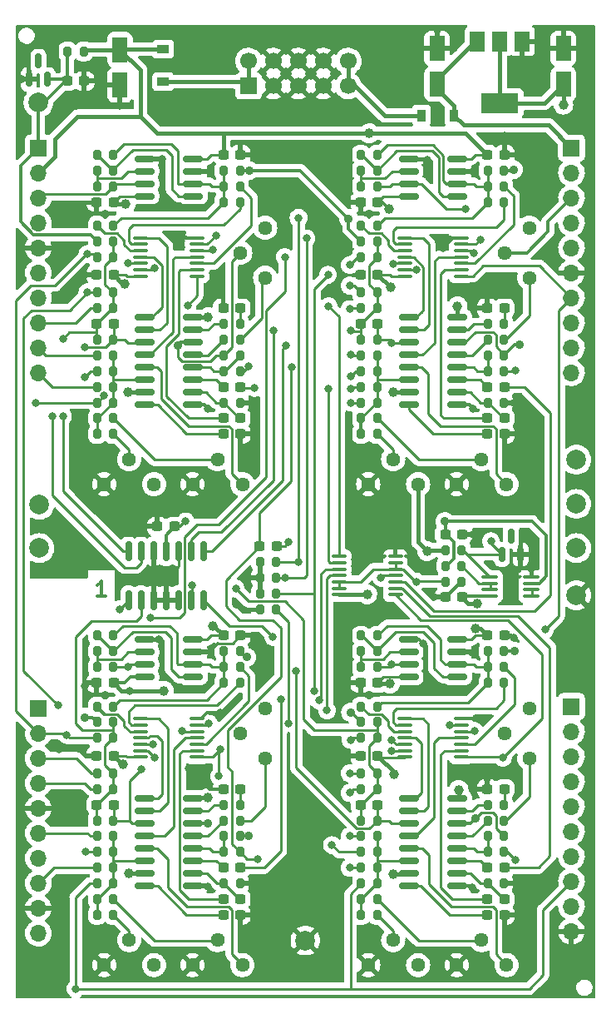
<source format=gbr>
%TF.GenerationSoftware,KiCad,Pcbnew,(6.0.11)*%
%TF.CreationDate,2023-01-29T14:48:05+00:00*%
%TF.ProjectId,Quadraphone,51756164-7261-4706-986f-6e652e6b6963,rev?*%
%TF.SameCoordinates,Original*%
%TF.FileFunction,Copper,L1,Top*%
%TF.FilePolarity,Positive*%
%FSLAX46Y46*%
G04 Gerber Fmt 4.6, Leading zero omitted, Abs format (unit mm)*
G04 Created by KiCad (PCBNEW (6.0.11)) date 2023-01-29 14:48:05*
%MOMM*%
%LPD*%
G01*
G04 APERTURE LIST*
G04 Aperture macros list*
%AMRoundRect*
0 Rectangle with rounded corners*
0 $1 Rounding radius*
0 $2 $3 $4 $5 $6 $7 $8 $9 X,Y pos of 4 corners*
0 Add a 4 corners polygon primitive as box body*
4,1,4,$2,$3,$4,$5,$6,$7,$8,$9,$2,$3,0*
0 Add four circle primitives for the rounded corners*
1,1,$1+$1,$2,$3*
1,1,$1+$1,$4,$5*
1,1,$1+$1,$6,$7*
1,1,$1+$1,$8,$9*
0 Add four rect primitives between the rounded corners*
20,1,$1+$1,$2,$3,$4,$5,0*
20,1,$1+$1,$4,$5,$6,$7,0*
20,1,$1+$1,$6,$7,$8,$9,0*
20,1,$1+$1,$8,$9,$2,$3,0*%
G04 Aperture macros list end*
%ADD10C,0.300000*%
%TA.AperFunction,NonConductor*%
%ADD11C,0.300000*%
%TD*%
%TA.AperFunction,SMDPad,CuDef*%
%ADD12RoundRect,0.200000X-0.200000X-0.275000X0.200000X-0.275000X0.200000X0.275000X-0.200000X0.275000X0*%
%TD*%
%TA.AperFunction,SMDPad,CuDef*%
%ADD13RoundRect,0.237500X0.300000X0.237500X-0.300000X0.237500X-0.300000X-0.237500X0.300000X-0.237500X0*%
%TD*%
%TA.AperFunction,ComponentPad*%
%ADD14C,2.000000*%
%TD*%
%TA.AperFunction,ComponentPad*%
%ADD15C,1.440000*%
%TD*%
%TA.AperFunction,SMDPad,CuDef*%
%ADD16RoundRect,0.237500X-0.300000X-0.237500X0.300000X-0.237500X0.300000X0.237500X-0.300000X0.237500X0*%
%TD*%
%TA.AperFunction,SMDPad,CuDef*%
%ADD17RoundRect,0.200000X0.200000X0.275000X-0.200000X0.275000X-0.200000X-0.275000X0.200000X-0.275000X0*%
%TD*%
%TA.AperFunction,SMDPad,CuDef*%
%ADD18RoundRect,0.150000X0.825000X0.150000X-0.825000X0.150000X-0.825000X-0.150000X0.825000X-0.150000X0*%
%TD*%
%TA.AperFunction,SMDPad,CuDef*%
%ADD19RoundRect,0.150000X0.150000X-0.587500X0.150000X0.587500X-0.150000X0.587500X-0.150000X-0.587500X0*%
%TD*%
%TA.AperFunction,SMDPad,CuDef*%
%ADD20RoundRect,0.150000X-0.150000X0.825000X-0.150000X-0.825000X0.150000X-0.825000X0.150000X0.825000X0*%
%TD*%
%TA.AperFunction,SMDPad,CuDef*%
%ADD21RoundRect,0.100000X0.712500X0.100000X-0.712500X0.100000X-0.712500X-0.100000X0.712500X-0.100000X0*%
%TD*%
%TA.AperFunction,SMDPad,CuDef*%
%ADD22RoundRect,0.100000X0.637500X0.100000X-0.637500X0.100000X-0.637500X-0.100000X0.637500X-0.100000X0*%
%TD*%
%TA.AperFunction,SMDPad,CuDef*%
%ADD23RoundRect,0.250000X0.550000X-1.050000X0.550000X1.050000X-0.550000X1.050000X-0.550000X-1.050000X0*%
%TD*%
%TA.AperFunction,SMDPad,CuDef*%
%ADD24R,1.200000X0.900000*%
%TD*%
%TA.AperFunction,SMDPad,CuDef*%
%ADD25R,0.900000X1.200000*%
%TD*%
%TA.AperFunction,SMDPad,CuDef*%
%ADD26RoundRect,0.150000X-0.825000X-0.150000X0.825000X-0.150000X0.825000X0.150000X-0.825000X0.150000X0*%
%TD*%
%TA.AperFunction,ComponentPad*%
%ADD27R,1.700000X1.700000*%
%TD*%
%TA.AperFunction,ComponentPad*%
%ADD28C,1.700000*%
%TD*%
%TA.AperFunction,SMDPad,CuDef*%
%ADD29R,1.500000X2.000000*%
%TD*%
%TA.AperFunction,SMDPad,CuDef*%
%ADD30R,3.800000X2.000000*%
%TD*%
%TA.AperFunction,ComponentPad*%
%ADD31O,1.700000X1.700000*%
%TD*%
%TA.AperFunction,ViaPad*%
%ADD32C,0.800000*%
%TD*%
%TA.AperFunction,ViaPad*%
%ADD33C,0.900000*%
%TD*%
%TA.AperFunction,ViaPad*%
%ADD34C,1.000000*%
%TD*%
%TA.AperFunction,Conductor*%
%ADD35C,0.300000*%
%TD*%
%TA.AperFunction,Conductor*%
%ADD36C,0.250000*%
%TD*%
%TA.AperFunction,Conductor*%
%ADD37C,0.400000*%
%TD*%
G04 APERTURE END LIST*
D10*
%TO.C,FID1*%
D11*
X59628571Y-108578571D02*
X58771428Y-108578571D01*
X59200000Y-108578571D02*
X59200000Y-107078571D01*
X59057142Y-107292857D01*
X58914285Y-107435714D01*
X58771428Y-107507142D01*
%TD*%
D12*
%TO.P,R7,1*%
%TO.N,+5V*%
X94275000Y-103900000D03*
%TO.P,R7,2*%
%TO.N,/2.5V_Test*%
X95925000Y-103900000D03*
%TD*%
D13*
%TO.P,C40,1*%
%TO.N,+12V*%
X87362500Y-117400000D03*
%TO.P,C40,2*%
%TO.N,GND*%
X85637500Y-117400000D03*
%TD*%
D14*
%TO.P,TP6,1,1*%
%TO.N,-5V*%
X52800000Y-58400000D03*
%TD*%
D15*
%TO.P,HF_Track_Trim3,1,1*%
%TO.N,GND*%
X68500000Y-146100000D03*
%TO.P,HF_Track_Trim3,2,2*%
%TO.N,Net-(HF_Track_Trim3-Pad2)*%
X71040000Y-143560000D03*
%TO.P,HF_Track_Trim3,3,3*%
%TO.N,/OSCVoice3/HF_Track*%
X73580000Y-146100000D03*
%TD*%
D12*
%TO.P,R2,1*%
%TO.N,GND*%
X75375000Y-106700000D03*
%TO.P,R2,2*%
%TO.N,/TRIANGLE_SW*%
X77025000Y-106700000D03*
%TD*%
D13*
%TO.P,C31,1*%
%TO.N,GND*%
X73362500Y-141000000D03*
%TO.P,C31,2*%
%TO.N,Net-(C31-Pad2)*%
X71637500Y-141000000D03*
%TD*%
D15*
%TO.P,HF_Track_Trim1,1,1*%
%TO.N,GND*%
X68500000Y-97200000D03*
%TO.P,HF_Track_Trim1,2,2*%
%TO.N,Net-(HF_Track_Trim1-Pad2)*%
X71040000Y-94660000D03*
%TO.P,HF_Track_Trim1,3,3*%
%TO.N,/OSCVoice1/HF_Track*%
X73580000Y-97200000D03*
%TD*%
D13*
%TO.P,C4,1*%
%TO.N,Net-(C4-Pad1)*%
X73362500Y-79300000D03*
%TO.P,C4,2*%
%TO.N,GND*%
X71637500Y-79300000D03*
%TD*%
D16*
%TO.P,C16,1*%
%TO.N,Net-(C16-Pad1)*%
X98537500Y-87300000D03*
%TO.P,C16,2*%
%TO.N,/OSCVoice2/Soft_Synch*%
X100262500Y-87300000D03*
%TD*%
D17*
%TO.P,R82,1*%
%TO.N,/OSCVoice3/PWM_Control*%
X60425000Y-131400000D03*
%TO.P,R82,2*%
%TO.N,/OSCVoice3/PWM_Opamp_Mix*%
X58775000Y-131400000D03*
%TD*%
D15*
%TO.P,Base_Freq_Trim4,1,1*%
%TO.N,GND*%
X86400000Y-146100000D03*
%TO.P,Base_Freq_Trim4,2,2*%
%TO.N,Net-(Base_Freq_Trim4-Pad2)*%
X88940000Y-143560000D03*
%TO.P,Base_Freq_Trim4,3,3*%
%TO.N,+5V*%
X91480000Y-146100000D03*
%TD*%
D12*
%TO.P,R8,1*%
%TO.N,Net-(R8-Pad1)*%
X71675000Y-82500000D03*
%TO.P,R8,2*%
%TO.N,Net-(Expo_Trim1-Pad1)*%
X73325000Y-82500000D03*
%TD*%
D15*
%TO.P,Expo_Trim2,1*%
%TO.N,Net-(Expo_Trim2-Pad1)*%
X102800000Y-76200000D03*
%TO.P,Expo_Trim2,2*%
%TO.N,+2V5*%
X100260000Y-73660000D03*
%TO.P,Expo_Trim2,3*%
%TO.N,N/C*%
X102800000Y-71120000D03*
%TD*%
D17*
%TO.P,R95,1*%
%TO.N,/OSCVoice3/Op_Amp_Mix*%
X60425000Y-119800000D03*
%TO.P,R95,2*%
%TO.N,/OSCVoice3/Saw_Mix*%
X58775000Y-119800000D03*
%TD*%
%TO.P,R43,1*%
%TO.N,Net-(Base_Freq_Trim2-Pad2)*%
X87325000Y-92100000D03*
%TO.P,R43,2*%
%TO.N,/OSCVoice2/Expo_Freq*%
X85675000Y-92100000D03*
%TD*%
%TO.P,R4,1*%
%TO.N,GND*%
X95925000Y-107100000D03*
%TO.P,R4,2*%
%TO.N,/SOFT_SYNCH_SW*%
X94275000Y-107100000D03*
%TD*%
%TO.P,R13,1*%
%TO.N,/OSCVoice4/PWM_Opamp_Mix*%
X87325000Y-128200000D03*
%TO.P,R13,2*%
%TO.N,/PWM_CV4*%
X85675000Y-128200000D03*
%TD*%
D18*
%TO.P,U18,1*%
%TO.N,/OSCVoice4/MIX_1*%
X95475000Y-116805000D03*
%TO.P,U18,2,-*%
%TO.N,/OSCVoice4/Op_Amp_Mix*%
X95475000Y-115535000D03*
%TO.P,U18,3,+*%
%TO.N,GND*%
X95475000Y-114265000D03*
%TO.P,U18,4,V-*%
%TO.N,-12V*%
X95475000Y-112995000D03*
%TO.P,U18,5,+*%
%TO.N,GND*%
X90525000Y-112995000D03*
%TO.P,U18,6,-*%
%TO.N,Net-(R70-Pad2)*%
X90525000Y-114265000D03*
%TO.P,U18,7*%
%TO.N,/MIX_OUT4*%
X90525000Y-115535000D03*
%TO.P,U18,8,V+*%
%TO.N,+12V*%
X90525000Y-116805000D03*
%TD*%
D19*
%TO.P,U14,1,K*%
%TO.N,/2.5V_Test*%
X100000000Y-104337500D03*
%TO.P,U14,2,A*%
%TO.N,GND*%
X101900000Y-104337500D03*
%TO.P,U14,3*%
%TO.N,N/C*%
X100950000Y-102462500D03*
%TD*%
D13*
%TO.P,C9,1*%
%TO.N,/LIN_FREQ_IN*%
X77062500Y-103500000D03*
%TO.P,C9,2*%
%TO.N,/Linear_Frequency*%
X75337500Y-103500000D03*
%TD*%
D14*
%TO.P,TP7,1,1*%
%TO.N,-12V*%
X52900000Y-103700000D03*
%TD*%
D20*
%TO.P,U5,1*%
%TO.N,/OSCVoice2/PWM_Control*%
X69610000Y-104025000D03*
%TO.P,U5,2,-*%
%TO.N,/OSCVoice2/PWM_Opamp_Mix*%
X68340000Y-104025000D03*
%TO.P,U5,3,+*%
%TO.N,GND*%
X67070000Y-104025000D03*
%TO.P,U5,4,V+*%
%TO.N,+2V5*%
X65800000Y-104025000D03*
%TO.P,U5,5,+*%
%TO.N,GND*%
X64530000Y-104025000D03*
%TO.P,U5,6,-*%
%TO.N,/OSCVoice1/PWM_Opamp_Mix*%
X63260000Y-104025000D03*
%TO.P,U5,7*%
%TO.N,/OSCVoice1/PWM_Control*%
X61990000Y-104025000D03*
%TO.P,U5,8*%
%TO.N,/OSCVoice3/PWM_Control*%
X61990000Y-108975000D03*
%TO.P,U5,9,-*%
%TO.N,/OSCVoice3/PWM_Opamp_Mix*%
X63260000Y-108975000D03*
%TO.P,U5,10,+*%
%TO.N,GND*%
X64530000Y-108975000D03*
%TO.P,U5,11,V-*%
X65800000Y-108975000D03*
%TO.P,U5,12,+*%
X67070000Y-108975000D03*
%TO.P,U5,13,-*%
%TO.N,/OSCVoice4/PWM_Opamp_Mix*%
X68340000Y-108975000D03*
%TO.P,U5,14*%
%TO.N,/OSCVoice4/PWM_Control*%
X69610000Y-108975000D03*
%TD*%
D21*
%TO.P,U3,1*%
%TO.N,Net-(U3-Pad1)*%
X103012500Y-108575000D03*
%TO.P,U3,2,-*%
X103012500Y-107925000D03*
%TO.P,U3,3,+*%
%TO.N,+2V5*%
X103012500Y-107275000D03*
%TO.P,U3,4,V-*%
%TO.N,GND*%
X103012500Y-106625000D03*
%TO.P,U3,5,+*%
%TO.N,/2.5V_Test*%
X98787500Y-106625000D03*
%TO.P,U3,6,-*%
%TO.N,Net-(R5-Pad1)*%
X98787500Y-107275000D03*
%TO.P,U3,7*%
X98787500Y-107925000D03*
%TO.P,U3,8,V+*%
%TO.N,+5V*%
X98787500Y-108575000D03*
%TD*%
D12*
%TO.P,R39,1*%
%TO.N,/FINE_TUNE*%
X85675000Y-85700000D03*
%TO.P,R39,2*%
%TO.N,/OSCVoice2/Expo_Freq*%
X87325000Y-85700000D03*
%TD*%
%TO.P,R22,1*%
%TO.N,/OCT_TUNE*%
X58775000Y-88900000D03*
%TO.P,R22,2*%
%TO.N,/OSCVoice1/Expo_Freq*%
X60425000Y-88900000D03*
%TD*%
%TO.P,R64,1*%
%TO.N,/OCT_TUNE*%
X85675000Y-137800000D03*
%TO.P,R64,2*%
%TO.N,/OSCVoice4/Expo_Freq*%
X87325000Y-137800000D03*
%TD*%
D13*
%TO.P,C33,1*%
%TO.N,+5V*%
X60462500Y-75900000D03*
%TO.P,C33,2*%
%TO.N,GND*%
X58737500Y-75900000D03*
%TD*%
D17*
%TO.P,R9,1*%
%TO.N,GND*%
X73325000Y-88900000D03*
%TO.P,R9,2*%
%TO.N,Net-(C6-Pad1)*%
X71675000Y-88900000D03*
%TD*%
D12*
%TO.P,R44,1*%
%TO.N,/OSCVoice2/Op_Amp_Mix*%
X98575000Y-66900000D03*
%TO.P,R44,2*%
%TO.N,/OSCVoice2/Triangle_Mix*%
X100225000Y-66900000D03*
%TD*%
D17*
%TO.P,R11,1*%
%TO.N,/OSCVoice1/PWM_Opamp_Mix*%
X60425000Y-72500000D03*
%TO.P,R11,2*%
%TO.N,-5V*%
X58775000Y-72500000D03*
%TD*%
D22*
%TO.P,U15,1*%
%TO.N,/SYNCH_SIGNAL3*%
X68962500Y-124950000D03*
%TO.P,U15,2*%
%TO.N,/OSCVoice3/Hard_Synch*%
X68962500Y-124300000D03*
%TO.P,U15,3*%
%TO.N,/OSCVoice3/Triangle_Mix*%
X68962500Y-123650000D03*
%TO.P,U15,4*%
%TO.N,/OSCVoice3/Triangle_Out*%
X68962500Y-123000000D03*
%TO.P,U15,5*%
%TO.N,/TRIANGLE_SW*%
X68962500Y-122350000D03*
%TO.P,U15,6*%
%TO.N,/PULSE_SW*%
X68962500Y-121700000D03*
%TO.P,U15,7,VSS*%
%TO.N,GND*%
X68962500Y-121050000D03*
%TO.P,U15,8*%
%TO.N,/OSCVoice3/Pulse_Out*%
X63237500Y-121050000D03*
%TO.P,U15,9*%
%TO.N,/OSCVoice3/Pulse_Mix*%
X63237500Y-121700000D03*
%TO.P,U15,10*%
%TO.N,/OSCVoice3/Saw_Mix*%
X63237500Y-122350000D03*
%TO.P,U15,11*%
%TO.N,/OSCVoice3/Saw_Out*%
X63237500Y-123000000D03*
%TO.P,U15,12*%
%TO.N,/SAW_SW*%
X63237500Y-123650000D03*
%TO.P,U15,13*%
%TO.N,/HARD_SYNCH_SW*%
X63237500Y-124300000D03*
%TO.P,U15,14,VDD*%
%TO.N,+5V*%
X63237500Y-124950000D03*
%TD*%
D15*
%TO.P,Base_Freq_Trim1,1,1*%
%TO.N,GND*%
X59500000Y-97200000D03*
%TO.P,Base_Freq_Trim1,2,2*%
%TO.N,Net-(Base_Freq_Trim1-Pad2)*%
X62040000Y-94660000D03*
%TO.P,Base_Freq_Trim1,3,3*%
%TO.N,+5V*%
X64580000Y-97200000D03*
%TD*%
D12*
%TO.P,R21,1*%
%TO.N,/OSCVoice1/MIX_1*%
X58775000Y-63700000D03*
%TO.P,R21,2*%
%TO.N,/OSCVoice1/Op_Amp_Mix*%
X60425000Y-63700000D03*
%TD*%
D23*
%TO.P,C11,1*%
%TO.N,+12V*%
X93400000Y-56500000D03*
%TO.P,C11,2*%
%TO.N,GND*%
X93400000Y-52900000D03*
%TD*%
D12*
%TO.P,R29,1*%
%TO.N,Net-(R26-Pad2)*%
X58775000Y-65300000D03*
%TO.P,R29,2*%
%TO.N,/OSCVoice1/MIX_1*%
X60425000Y-65300000D03*
%TD*%
%TO.P,R91,1*%
%TO.N,/OSCVoice3/Op_Amp_Mix*%
X71675000Y-117400000D03*
%TO.P,R91,2*%
%TO.N,/OSCVoice3/Pulse_Mix*%
X73325000Y-117400000D03*
%TD*%
D15*
%TO.P,Expo_Trim3,1*%
%TO.N,Net-(Expo_Trim3-Pad1)*%
X75900000Y-125100000D03*
%TO.P,Expo_Trim3,2*%
%TO.N,+2V5*%
X73360000Y-122560000D03*
%TO.P,Expo_Trim3,3*%
%TO.N,N/C*%
X75900000Y-120020000D03*
%TD*%
D16*
%TO.P,C22,1*%
%TO.N,Net-(C22-Pad1)*%
X98537500Y-136200000D03*
%TO.P,C22,2*%
%TO.N,/OSCVoice4/Soft_Synch*%
X100262500Y-136200000D03*
%TD*%
D17*
%TO.P,R77,1*%
%TO.N,/OSCVoice3/PWM_Opamp_Mix*%
X60425000Y-121400000D03*
%TO.P,R77,2*%
%TO.N,-5V*%
X58775000Y-121400000D03*
%TD*%
D12*
%TO.P,R34,1*%
%TO.N,/FREQ_MOD2*%
X85675000Y-87300000D03*
%TO.P,R34,2*%
%TO.N,/OSCVoice2/Expo_Freq*%
X87325000Y-87300000D03*
%TD*%
%TO.P,R18,1*%
%TO.N,/FREQ_MOD1*%
X58775000Y-87300000D03*
%TO.P,R18,2*%
%TO.N,/OSCVoice1/Expo_Freq*%
X60425000Y-87300000D03*
%TD*%
%TO.P,R92,1*%
%TO.N,/OSCVoice3/MIX_1*%
X58775000Y-112600000D03*
%TO.P,R92,2*%
%TO.N,/OSCVoice3/Op_Amp_Mix*%
X60425000Y-112600000D03*
%TD*%
D18*
%TO.P,U13,1*%
%TO.N,/OSCVoice2/MIX_1*%
X95475000Y-67905000D03*
%TO.P,U13,2,-*%
%TO.N,/OSCVoice2/Op_Amp_Mix*%
X95475000Y-66635000D03*
%TO.P,U13,3,+*%
%TO.N,GND*%
X95475000Y-65365000D03*
%TO.P,U13,4,V-*%
%TO.N,-12V*%
X95475000Y-64095000D03*
%TO.P,U13,5,+*%
%TO.N,GND*%
X90525000Y-64095000D03*
%TO.P,U13,6,-*%
%TO.N,Net-(R47-Pad2)*%
X90525000Y-65365000D03*
%TO.P,U13,7*%
%TO.N,/MIX_OUT2*%
X90525000Y-66635000D03*
%TO.P,U13,8,V+*%
%TO.N,+12V*%
X90525000Y-67905000D03*
%TD*%
D13*
%TO.P,C35,1*%
%TO.N,+5V*%
X87362500Y-75900000D03*
%TO.P,C35,2*%
%TO.N,GND*%
X85637500Y-75900000D03*
%TD*%
D16*
%TO.P,C24,1*%
%TO.N,-12V*%
X98537500Y-112600000D03*
%TO.P,C24,2*%
%TO.N,GND*%
X100262500Y-112600000D03*
%TD*%
D17*
%TO.P,R35,1*%
%TO.N,/OSCVoice2/PWM_Opamp_Mix*%
X87325000Y-77700000D03*
%TO.P,R35,2*%
%TO.N,/PWM_POT*%
X85675000Y-77700000D03*
%TD*%
D13*
%TO.P,C29,1*%
%TO.N,Net-(C29-Pad1)*%
X73362500Y-139400000D03*
%TO.P,C29,2*%
%TO.N,/OSCVoice3/Hard_Synch*%
X71637500Y-139400000D03*
%TD*%
%TO.P,C19,1*%
%TO.N,GND*%
X100262500Y-92100000D03*
%TO.P,C19,2*%
%TO.N,Net-(C19-Pad2)*%
X98537500Y-92100000D03*
%TD*%
D17*
%TO.P,R5,1*%
%TO.N,Net-(R5-Pad1)*%
X95925000Y-105500000D03*
%TO.P,R5,2*%
%TO.N,+2V5*%
X94275000Y-105500000D03*
%TD*%
D12*
%TO.P,R73,1*%
%TO.N,/OSCVoice4/Op_Amp_Mix*%
X98575000Y-114200000D03*
%TO.P,R73,2*%
%TO.N,-5V*%
X100225000Y-114200000D03*
%TD*%
D14*
%TO.P,TP5,1,1*%
%TO.N,GND*%
X107600000Y-108500000D03*
%TD*%
D18*
%TO.P,U16,1*%
%TO.N,/OSCVoice3/MIX_1*%
X68575000Y-116805000D03*
%TO.P,U16,2,-*%
%TO.N,/OSCVoice3/Op_Amp_Mix*%
X68575000Y-115535000D03*
%TO.P,U16,3,+*%
%TO.N,GND*%
X68575000Y-114265000D03*
%TO.P,U16,4,V-*%
%TO.N,-12V*%
X68575000Y-112995000D03*
%TO.P,U16,5,+*%
%TO.N,GND*%
X63625000Y-112995000D03*
%TO.P,U16,6,-*%
%TO.N,Net-(R93-Pad2)*%
X63625000Y-114265000D03*
%TO.P,U16,7*%
%TO.N,/MIX_OUT3*%
X63625000Y-115535000D03*
%TO.P,U16,8,V+*%
%TO.N,+12V*%
X63625000Y-116805000D03*
%TD*%
D17*
%TO.P,R31,1*%
%TO.N,/OSCVoice2/PWM_Opamp_Mix*%
X87325000Y-72500000D03*
%TO.P,R31,2*%
%TO.N,-5V*%
X85675000Y-72500000D03*
%TD*%
D15*
%TO.P,Expo_Trim4,1*%
%TO.N,Net-(Expo_Trim4-Pad1)*%
X102800000Y-125100000D03*
%TO.P,Expo_Trim4,2*%
%TO.N,+2V5*%
X100260000Y-122560000D03*
%TO.P,Expo_Trim4,3*%
%TO.N,N/C*%
X102800000Y-120020000D03*
%TD*%
D12*
%TO.P,R75,1*%
%TO.N,/OSCVoice4/Linear_Frequency*%
X98575000Y-133000000D03*
%TO.P,R75,2*%
%TO.N,+2V5*%
X100225000Y-133000000D03*
%TD*%
D17*
%TO.P,R94,1*%
%TO.N,Net-(HF_Track_Trim3-Pad2)*%
X60425000Y-139400000D03*
%TO.P,R94,2*%
%TO.N,/OSCVoice3/Expo_Freq*%
X58775000Y-139400000D03*
%TD*%
%TO.P,R76,1*%
%TO.N,/Linear_Frequency*%
X100225000Y-134600000D03*
%TO.P,R76,2*%
%TO.N,/OSCVoice4/Linear_Frequency*%
X98575000Y-134600000D03*
%TD*%
D13*
%TO.P,C6,1*%
%TO.N,Net-(C6-Pad1)*%
X73362500Y-90500000D03*
%TO.P,C6,2*%
%TO.N,/OSCVoice1/Hard_Synch*%
X71637500Y-90500000D03*
%TD*%
D17*
%TO.P,R24,1*%
%TO.N,/OSCVoice1/Linear_Frequency*%
X73325000Y-84100000D03*
%TO.P,R24,2*%
%TO.N,+2V5*%
X71675000Y-84100000D03*
%TD*%
D12*
%TO.P,R32,1*%
%TO.N,/V_PER_OCT2*%
X85675000Y-84100000D03*
%TO.P,R32,2*%
%TO.N,/OSCVoice2/Expo_Freq*%
X87325000Y-84100000D03*
%TD*%
D17*
%TO.P,R63,1*%
%TO.N,/OSCVoice4/PWM_Opamp_Mix*%
X87325000Y-123000000D03*
%TO.P,R63,2*%
%TO.N,/PWM_CV*%
X85675000Y-123000000D03*
%TD*%
D16*
%TO.P,C26,1*%
%TO.N,/OSCVoice3/PWM_Opamp_Mix*%
X58737500Y-129800000D03*
%TO.P,C26,2*%
%TO.N,/OSCVoice3/PWM_Control*%
X60462500Y-129800000D03*
%TD*%
D13*
%TO.P,C25,1*%
%TO.N,GND*%
X100262500Y-141000000D03*
%TO.P,C25,2*%
%TO.N,Net-(C25-Pad2)*%
X98537500Y-141000000D03*
%TD*%
D12*
%TO.P,R74,1*%
%TO.N,Net-(R70-Pad2)*%
X85675000Y-114200000D03*
%TO.P,R74,2*%
%TO.N,/OSCVoice4/MIX_1*%
X87325000Y-114200000D03*
%TD*%
D22*
%TO.P,U11,1*%
%TO.N,/SYNCH_SIGNAL4*%
X95862500Y-124950000D03*
%TO.P,U11,2*%
%TO.N,/OSCVoice4/Hard_Synch*%
X95862500Y-124300000D03*
%TO.P,U11,3*%
%TO.N,/OSCVoice4/Triangle_Mix*%
X95862500Y-123650000D03*
%TO.P,U11,4*%
%TO.N,/OSCVoice4/Triangle_Out*%
X95862500Y-123000000D03*
%TO.P,U11,5*%
%TO.N,/TRIANGLE_SW*%
X95862500Y-122350000D03*
%TO.P,U11,6*%
%TO.N,/PULSE_SW*%
X95862500Y-121700000D03*
%TO.P,U11,7,VSS*%
%TO.N,GND*%
X95862500Y-121050000D03*
%TO.P,U11,8*%
%TO.N,/OSCVoice4/Pulse_Out*%
X90137500Y-121050000D03*
%TO.P,U11,9*%
%TO.N,/OSCVoice4/Pulse_Mix*%
X90137500Y-121700000D03*
%TO.P,U11,10*%
%TO.N,/OSCVoice4/Saw_Mix*%
X90137500Y-122350000D03*
%TO.P,U11,11*%
%TO.N,/OSCVoice4/Saw_Out*%
X90137500Y-123000000D03*
%TO.P,U11,12*%
%TO.N,/SAW_SW*%
X90137500Y-123650000D03*
%TO.P,U11,13*%
%TO.N,/HARD_SYNCH_SW*%
X90137500Y-124300000D03*
%TO.P,U11,14,VDD*%
%TO.N,+5V*%
X90137500Y-124950000D03*
%TD*%
D17*
%TO.P,R66,1*%
%TO.N,Net-(Base_Freq_Trim4-Pad2)*%
X87325000Y-141000000D03*
%TO.P,R66,2*%
%TO.N,/OSCVoice4/Expo_Freq*%
X85675000Y-141000000D03*
%TD*%
%TO.P,R89,1*%
%TO.N,Net-(Base_Freq_Trim3-Pad2)*%
X60425000Y-141000000D03*
%TO.P,R89,2*%
%TO.N,/OSCVoice3/Expo_Freq*%
X58775000Y-141000000D03*
%TD*%
D13*
%TO.P,C27,1*%
%TO.N,Net-(C27-Pad1)*%
X73362500Y-128200000D03*
%TO.P,C27,2*%
%TO.N,GND*%
X71637500Y-128200000D03*
%TD*%
D12*
%TO.P,R68,1*%
%TO.N,/OSCVoice4/Op_Amp_Mix*%
X98575000Y-117400000D03*
%TO.P,R68,2*%
%TO.N,/OSCVoice4/Pulse_Mix*%
X100225000Y-117400000D03*
%TD*%
%TO.P,R90,1*%
%TO.N,/OSCVoice3/Op_Amp_Mix*%
X71675000Y-115800000D03*
%TO.P,R90,2*%
%TO.N,/OSCVoice3/Triangle_Mix*%
X73325000Y-115800000D03*
%TD*%
%TO.P,R17,1*%
%TO.N,/FINE_TUNE*%
X58775000Y-85700000D03*
%TO.P,R17,2*%
%TO.N,/OSCVoice1/Expo_Freq*%
X60425000Y-85700000D03*
%TD*%
D23*
%TO.P,C12,1*%
%TO.N,GND*%
X61100000Y-56600000D03*
%TO.P,C12,2*%
%TO.N,-12V*%
X61100000Y-53000000D03*
%TD*%
D12*
%TO.P,R87,1*%
%TO.N,/OCT_TUNE*%
X58775000Y-137800000D03*
%TO.P,R87,2*%
%TO.N,/OSCVoice3/Expo_Freq*%
X60425000Y-137800000D03*
%TD*%
D13*
%TO.P,C36,1*%
%TO.N,+12V*%
X87362500Y-68500000D03*
%TO.P,C36,2*%
%TO.N,GND*%
X85637500Y-68500000D03*
%TD*%
%TO.P,C15,1*%
%TO.N,Net-(C15-Pad1)*%
X100262500Y-79300000D03*
%TO.P,C15,2*%
%TO.N,GND*%
X98537500Y-79300000D03*
%TD*%
D12*
%TO.P,R62,1*%
%TO.N,/FINE_TUNE*%
X85675000Y-134600000D03*
%TO.P,R62,2*%
%TO.N,/OSCVoice4/Expo_Freq*%
X87325000Y-134600000D03*
%TD*%
D13*
%TO.P,C21,1*%
%TO.N,Net-(C21-Pad1)*%
X100262500Y-128200000D03*
%TO.P,C21,2*%
%TO.N,GND*%
X98537500Y-128200000D03*
%TD*%
D14*
%TO.P,TP8,1,1*%
%TO.N,/2.5V_Test*%
X107600000Y-103700000D03*
%TD*%
D12*
%TO.P,R52,1*%
%TO.N,/OSCVoice2/Linear_Frequency*%
X98575000Y-84100000D03*
%TO.P,R52,2*%
%TO.N,+2V5*%
X100225000Y-84100000D03*
%TD*%
D17*
%TO.P,R23,1*%
%TO.N,Net-(Base_Freq_Trim1-Pad2)*%
X60425000Y-92100000D03*
%TO.P,R23,2*%
%TO.N,/OSCVoice1/Expo_Freq*%
X58775000Y-92100000D03*
%TD*%
D14*
%TO.P,TP2,1,1*%
%TO.N,+5V*%
X107600000Y-94700000D03*
%TD*%
D13*
%TO.P,C1,1*%
%TO.N,+5V*%
X95962500Y-108700000D03*
%TO.P,C1,2*%
%TO.N,GND*%
X94237500Y-108700000D03*
%TD*%
%TO.P,C8,1*%
%TO.N,GND*%
X73362500Y-92100000D03*
%TO.P,C8,2*%
%TO.N,Net-(C8-Pad2)*%
X71637500Y-92100000D03*
%TD*%
%TO.P,C39,1*%
%TO.N,+5V*%
X87362500Y-124800000D03*
%TO.P,C39,2*%
%TO.N,GND*%
X85637500Y-124800000D03*
%TD*%
D14*
%TO.P,TP4,1,1*%
%TO.N,GND*%
X80000000Y-143600000D03*
%TD*%
D17*
%TO.P,R47,1*%
%TO.N,/MIX_OUT2*%
X87325000Y-66900000D03*
%TO.P,R47,2*%
%TO.N,Net-(R47-Pad2)*%
X85675000Y-66900000D03*
%TD*%
D24*
%TO.P,D2,1,K*%
%TO.N,/-12V_IN*%
X65500000Y-56250000D03*
%TO.P,D2,2,A*%
%TO.N,-12V*%
X65500000Y-52950000D03*
%TD*%
D15*
%TO.P,Base_Freq_Trim2,1,1*%
%TO.N,GND*%
X86400000Y-97200000D03*
%TO.P,Base_Freq_Trim2,2,2*%
%TO.N,Net-(Base_Freq_Trim2-Pad2)*%
X88940000Y-94660000D03*
%TO.P,Base_Freq_Trim2,3,3*%
%TO.N,+5V*%
X91480000Y-97200000D03*
%TD*%
D12*
%TO.P,R38,1*%
%TO.N,Net-(R38-Pad1)*%
X98575000Y-82500000D03*
%TO.P,R38,2*%
%TO.N,Net-(Expo_Trim2-Pad1)*%
X100225000Y-82500000D03*
%TD*%
D22*
%TO.P,U7,1*%
%TO.N,/SYNCH_SIGNAL2*%
X95862500Y-76050000D03*
%TO.P,U7,2*%
%TO.N,/OSCVoice2/Hard_Synch*%
X95862500Y-75400000D03*
%TO.P,U7,3*%
%TO.N,/OSCVoice2/Triangle_Mix*%
X95862500Y-74750000D03*
%TO.P,U7,4*%
%TO.N,/OSCVoice2/Triangle_Out*%
X95862500Y-74100000D03*
%TO.P,U7,5*%
%TO.N,/TRIANGLE_SW*%
X95862500Y-73450000D03*
%TO.P,U7,6*%
%TO.N,/PULSE_SW*%
X95862500Y-72800000D03*
%TO.P,U7,7,VSS*%
%TO.N,GND*%
X95862500Y-72150000D03*
%TO.P,U7,8*%
%TO.N,/OSCVoice2/Pulse_Out*%
X90137500Y-72150000D03*
%TO.P,U7,9*%
%TO.N,/OSCVoice2/Pulse_Mix*%
X90137500Y-72800000D03*
%TO.P,U7,10*%
%TO.N,/OSCVoice2/Saw_Mix*%
X90137500Y-73450000D03*
%TO.P,U7,11*%
%TO.N,/OSCVoice2/Saw_Out*%
X90137500Y-74100000D03*
%TO.P,U7,12*%
%TO.N,/SAW_SW*%
X90137500Y-74750000D03*
%TO.P,U7,13*%
%TO.N,/HARD_SYNCH_SW*%
X90137500Y-75400000D03*
%TO.P,U7,14,VDD*%
%TO.N,+5V*%
X90137500Y-76050000D03*
%TD*%
D17*
%TO.P,R100,1*%
%TO.N,-12V*%
X57425000Y-53200000D03*
%TO.P,R100,2*%
%TO.N,-5V*%
X55775000Y-53200000D03*
%TD*%
D12*
%TO.P,R19,1*%
%TO.N,/OSCVoice1/Op_Amp_Mix*%
X71675000Y-66900000D03*
%TO.P,R19,2*%
%TO.N,/OSCVoice1/Triangle_Mix*%
X73325000Y-66900000D03*
%TD*%
D16*
%TO.P,C41,1*%
%TO.N,-12V*%
X71637500Y-63700000D03*
%TO.P,C41,2*%
%TO.N,GND*%
X73362500Y-63700000D03*
%TD*%
D13*
%TO.P,C34,1*%
%TO.N,+12V*%
X60462500Y-68500000D03*
%TO.P,C34,2*%
%TO.N,GND*%
X58737500Y-68500000D03*
%TD*%
D12*
%TO.P,R37,1*%
%TO.N,/V_PER_OCT1*%
X58775000Y-84100000D03*
%TO.P,R37,2*%
%TO.N,/OSCVoice1/Expo_Freq*%
X60425000Y-84100000D03*
%TD*%
D17*
%TO.P,R60,1*%
%TO.N,/OSCVoice2/PWM_Opamp_Mix*%
X87325000Y-79300000D03*
%TO.P,R60,2*%
%TO.N,/PWM_CV2*%
X85675000Y-79300000D03*
%TD*%
D12*
%TO.P,R67,1*%
%TO.N,/OSCVoice4/Op_Amp_Mix*%
X98575000Y-115800000D03*
%TO.P,R67,2*%
%TO.N,/OSCVoice4/Triangle_Mix*%
X100225000Y-115800000D03*
%TD*%
%TO.P,R45,1*%
%TO.N,/OSCVoice2/Op_Amp_Mix*%
X98575000Y-68500000D03*
%TO.P,R45,2*%
%TO.N,/OSCVoice2/Pulse_Mix*%
X100225000Y-68500000D03*
%TD*%
D16*
%TO.P,C13,1*%
%TO.N,/OSCVoice1/PWM_Opamp_Mix*%
X58737500Y-80900000D03*
%TO.P,C13,2*%
%TO.N,/OSCVoice1/PWM_Control*%
X60462500Y-80900000D03*
%TD*%
%TO.P,C10,1*%
%TO.N,-5V*%
X55737500Y-56200000D03*
%TO.P,C10,2*%
%TO.N,GND*%
X57462500Y-56200000D03*
%TD*%
D12*
%TO.P,R56,1*%
%TO.N,/OSCVoice4/BW_Comp*%
X98575000Y-129800000D03*
%TO.P,R56,2*%
%TO.N,Net-(C21-Pad1)*%
X100225000Y-129800000D03*
%TD*%
D17*
%TO.P,R25,1*%
%TO.N,/OSCVoice1/PWM_Opamp_Mix*%
X60425000Y-79300000D03*
%TO.P,R25,2*%
%TO.N,/PWM_CV1*%
X58775000Y-79300000D03*
%TD*%
%TO.P,R83,1*%
%TO.N,/OSCVoice3/PWM_Opamp_Mix*%
X60425000Y-128200000D03*
%TO.P,R83,2*%
%TO.N,/PWM_CV3*%
X58775000Y-128200000D03*
%TD*%
%TO.P,R88,1*%
%TO.N,GND*%
X73325000Y-137800000D03*
%TO.P,R88,2*%
%TO.N,Net-(C29-Pad1)*%
X71675000Y-137800000D03*
%TD*%
%TO.P,R12,1*%
%TO.N,/OSCVoice1/PWM_Opamp_Mix*%
X60425000Y-77700000D03*
%TO.P,R12,2*%
%TO.N,/PWM_POT*%
X58775000Y-77700000D03*
%TD*%
D12*
%TO.P,R10,1*%
%TO.N,/OSCVoice1/BW_Comp*%
X71675000Y-80900000D03*
%TO.P,R10,2*%
%TO.N,Net-(C4-Pad1)*%
X73325000Y-80900000D03*
%TD*%
D15*
%TO.P,Expo_Trim1,1*%
%TO.N,Net-(Expo_Trim1-Pad1)*%
X75900000Y-76200000D03*
%TO.P,Expo_Trim1,2*%
%TO.N,+2V5*%
X73360000Y-73660000D03*
%TO.P,Expo_Trim1,3*%
%TO.N,N/C*%
X75900000Y-71120000D03*
%TD*%
D16*
%TO.P,C30,1*%
%TO.N,-12V*%
X71637500Y-112600000D03*
%TO.P,C30,2*%
%TO.N,GND*%
X73362500Y-112600000D03*
%TD*%
D12*
%TO.P,R69,1*%
%TO.N,/OSCVoice4/MIX_1*%
X85675000Y-112600000D03*
%TO.P,R69,2*%
%TO.N,/OSCVoice4/Op_Amp_Mix*%
X87325000Y-112600000D03*
%TD*%
D17*
%TO.P,R81,1*%
%TO.N,/OSCVoice3/PWM_Opamp_Mix*%
X60425000Y-126600000D03*
%TO.P,R81,2*%
%TO.N,/PWM_POT*%
X58775000Y-126600000D03*
%TD*%
D12*
%TO.P,R61,1*%
%TO.N,Net-(R61-Pad1)*%
X98575000Y-131400000D03*
%TO.P,R61,2*%
%TO.N,Net-(Expo_Trim4-Pad1)*%
X100225000Y-131400000D03*
%TD*%
%TO.P,R79,1*%
%TO.N,/OSCVoice3/BW_Comp*%
X71675000Y-129800000D03*
%TO.P,R79,2*%
%TO.N,Net-(C27-Pad1)*%
X73325000Y-129800000D03*
%TD*%
%TO.P,R46,1*%
%TO.N,/OSCVoice2/MIX_1*%
X85675000Y-63700000D03*
%TO.P,R46,2*%
%TO.N,/OSCVoice2/Op_Amp_Mix*%
X87325000Y-63700000D03*
%TD*%
D25*
%TO.P,D1,1,K*%
%TO.N,+12V*%
X95118750Y-59700000D03*
%TO.P,D1,2,A*%
%TO.N,/+12V_IN*%
X91818750Y-59700000D03*
%TD*%
D17*
%TO.P,R36,1*%
%TO.N,/OSCVoice2/PWM_Control*%
X87325000Y-82500000D03*
%TO.P,R36,2*%
%TO.N,/OSCVoice2/PWM_Opamp_Mix*%
X85675000Y-82500000D03*
%TD*%
D12*
%TO.P,R98,1*%
%TO.N,/OSCVoice3/Linear_Frequency*%
X71675000Y-133000000D03*
%TO.P,R98,2*%
%TO.N,+2V5*%
X73325000Y-133000000D03*
%TD*%
D26*
%TO.P,U22,1,SAW_OUT*%
%TO.N,/OSCVoice3/Saw_Out*%
X63625000Y-129155000D03*
%TO.P,U22,2,PULSE_OUT*%
%TO.N,/OSCVoice3/Pulse_Out*%
X63625000Y-130425000D03*
%TO.P,U22,3,PWM_CTRL*%
%TO.N,/OSCVoice3/PWM_Control*%
X63625000Y-131695000D03*
%TO.P,U22,4,TRI_OUT*%
%TO.N,/OSCVoice3/Triangle_Out*%
X63625000Y-132965000D03*
%TO.P,U22,5,HF_TRACK*%
%TO.N,/OSCVoice3/HF_Track*%
X63625000Y-134235000D03*
%TO.P,U22,6,EXPO_FREQ*%
%TO.N,/OSCVoice3/Expo_Freq*%
X63625000Y-135505000D03*
%TO.P,U22,7,VSS*%
%TO.N,-12V*%
X63625000Y-136775000D03*
%TO.P,U22,8,TCAP*%
%TO.N,Net-(C31-Pad2)*%
X63625000Y-138045000D03*
%TO.P,U22,9,GND*%
%TO.N,GND*%
X68575000Y-138045000D03*
%TO.P,U22,10,HARD_SYNCH*%
%TO.N,Net-(C29-Pad1)*%
X68575000Y-136775000D03*
%TO.P,U22,11,SOFT_SYNC*%
%TO.N,Net-(C28-Pad1)*%
X68575000Y-135505000D03*
%TO.P,U22,12,LIN_FREQ*%
%TO.N,/OSCVoice3/Linear_Frequency*%
X68575000Y-134235000D03*
%TO.P,U22,13,EXPO_SCALE*%
%TO.N,Net-(R84-Pad1)*%
X68575000Y-132965000D03*
%TO.P,U22,14,VREF*%
%TO.N,+2V5*%
X68575000Y-131695000D03*
%TO.P,U22,15,BW_COMP*%
%TO.N,/OSCVoice3/BW_Comp*%
X68575000Y-130425000D03*
%TO.P,U22,16,VDD*%
%TO.N,+5V*%
X68575000Y-129155000D03*
%TD*%
D12*
%TO.P,R33,1*%
%TO.N,/OSCVoice2/BW_Comp*%
X98575000Y-80900000D03*
%TO.P,R33,2*%
%TO.N,Net-(C15-Pad1)*%
X100225000Y-80900000D03*
%TD*%
%TO.P,R41,1*%
%TO.N,/OCT_TUNE*%
X85675000Y-88900000D03*
%TO.P,R41,2*%
%TO.N,/OSCVoice2/Expo_Freq*%
X87325000Y-88900000D03*
%TD*%
D17*
%TO.P,R30,1*%
%TO.N,/Linear_Frequency*%
X73325000Y-85700000D03*
%TO.P,R30,2*%
%TO.N,/OSCVoice1/Linear_Frequency*%
X71675000Y-85700000D03*
%TD*%
D26*
%TO.P,U17,1,SAW_OUT*%
%TO.N,/OSCVoice4/Saw_Out*%
X90525000Y-129155000D03*
%TO.P,U17,2,PULSE_OUT*%
%TO.N,/OSCVoice4/Pulse_Out*%
X90525000Y-130425000D03*
%TO.P,U17,3,PWM_CTRL*%
%TO.N,/OSCVoice4/PWM_Control*%
X90525000Y-131695000D03*
%TO.P,U17,4,TRI_OUT*%
%TO.N,/OSCVoice4/Triangle_Out*%
X90525000Y-132965000D03*
%TO.P,U17,5,HF_TRACK*%
%TO.N,/OSCVoice4/HF_Track*%
X90525000Y-134235000D03*
%TO.P,U17,6,EXPO_FREQ*%
%TO.N,/OSCVoice4/Expo_Freq*%
X90525000Y-135505000D03*
%TO.P,U17,7,VSS*%
%TO.N,-12V*%
X90525000Y-136775000D03*
%TO.P,U17,8,TCAP*%
%TO.N,Net-(C25-Pad2)*%
X90525000Y-138045000D03*
%TO.P,U17,9,GND*%
%TO.N,GND*%
X95475000Y-138045000D03*
%TO.P,U17,10,HARD_SYNCH*%
%TO.N,Net-(C23-Pad1)*%
X95475000Y-136775000D03*
%TO.P,U17,11,SOFT_SYNC*%
%TO.N,Net-(C22-Pad1)*%
X95475000Y-135505000D03*
%TO.P,U17,12,LIN_FREQ*%
%TO.N,/OSCVoice4/Linear_Frequency*%
X95475000Y-134235000D03*
%TO.P,U17,13,EXPO_SCALE*%
%TO.N,Net-(R61-Pad1)*%
X95475000Y-132965000D03*
%TO.P,U17,14,VREF*%
%TO.N,+2V5*%
X95475000Y-131695000D03*
%TO.P,U17,15,BW_COMP*%
%TO.N,/OSCVoice4/BW_Comp*%
X95475000Y-130425000D03*
%TO.P,U17,16,VDD*%
%TO.N,+5V*%
X95475000Y-129155000D03*
%TD*%
D12*
%TO.P,R84,1*%
%TO.N,Net-(R84-Pad1)*%
X71675000Y-131400000D03*
%TO.P,R84,2*%
%TO.N,Net-(Expo_Trim3-Pad1)*%
X73325000Y-131400000D03*
%TD*%
D13*
%TO.P,C7,1*%
%TO.N,GND*%
X95962500Y-102300000D03*
%TO.P,C7,2*%
%TO.N,+2V5*%
X94237500Y-102300000D03*
%TD*%
D17*
%TO.P,R48,1*%
%TO.N,Net-(HF_Track_Trim2-Pad2)*%
X87325000Y-90500000D03*
%TO.P,R48,2*%
%TO.N,/OSCVoice2/Expo_Freq*%
X85675000Y-90500000D03*
%TD*%
D12*
%TO.P,R20,1*%
%TO.N,/OSCVoice1/Op_Amp_Mix*%
X71675000Y-68500000D03*
%TO.P,R20,2*%
%TO.N,/OSCVoice1/Pulse_Mix*%
X73325000Y-68500000D03*
%TD*%
%TO.P,R50,1*%
%TO.N,/OSCVoice2/Op_Amp_Mix*%
X98575000Y-65300000D03*
%TO.P,R50,2*%
%TO.N,-5V*%
X100225000Y-65300000D03*
%TD*%
%TO.P,R55,1*%
%TO.N,/V_PER_OCT4*%
X85675000Y-133000000D03*
%TO.P,R55,2*%
%TO.N,/OSCVoice4/Expo_Freq*%
X87325000Y-133000000D03*
%TD*%
D13*
%TO.P,C17,1*%
%TO.N,Net-(C17-Pad1)*%
X100262500Y-90500000D03*
%TO.P,C17,2*%
%TO.N,/OSCVoice2/Hard_Synch*%
X98537500Y-90500000D03*
%TD*%
D15*
%TO.P,Base_Freq_Trim3,1,1*%
%TO.N,GND*%
X59500000Y-146100000D03*
%TO.P,Base_Freq_Trim3,2,2*%
%TO.N,Net-(Base_Freq_Trim3-Pad2)*%
X62040000Y-143560000D03*
%TO.P,Base_Freq_Trim3,3,3*%
%TO.N,+5V*%
X64580000Y-146100000D03*
%TD*%
D13*
%TO.P,C32,1*%
%TO.N,+2V5*%
X66662500Y-101500000D03*
%TO.P,C32,2*%
%TO.N,GND*%
X64937500Y-101500000D03*
%TD*%
D19*
%TO.P,U4,1,K*%
%TO.N,GND*%
X51850000Y-56037500D03*
%TO.P,U4,2,A*%
%TO.N,-5V*%
X53750000Y-56037500D03*
%TO.P,U4,3*%
%TO.N,N/C*%
X52800000Y-54162500D03*
%TD*%
D16*
%TO.P,C18,1*%
%TO.N,-12V*%
X98537500Y-63700000D03*
%TO.P,C18,2*%
%TO.N,GND*%
X100262500Y-63700000D03*
%TD*%
D13*
%TO.P,C37,1*%
%TO.N,+5V*%
X60462500Y-124800000D03*
%TO.P,C37,2*%
%TO.N,GND*%
X58737500Y-124800000D03*
%TD*%
D16*
%TO.P,C14,1*%
%TO.N,/OSCVoice2/PWM_Opamp_Mix*%
X85637500Y-80900000D03*
%TO.P,C14,2*%
%TO.N,/OSCVoice2/PWM_Control*%
X87362500Y-80900000D03*
%TD*%
D12*
%TO.P,R85,1*%
%TO.N,/FINE_TUNE*%
X58775000Y-134600000D03*
%TO.P,R85,2*%
%TO.N,/OSCVoice3/Expo_Freq*%
X60425000Y-134600000D03*
%TD*%
D17*
%TO.P,R16,1*%
%TO.N,Net-(HF_Track_Trim1-Pad2)*%
X60425000Y-90500000D03*
%TO.P,R16,2*%
%TO.N,/OSCVoice1/Expo_Freq*%
X58775000Y-90500000D03*
%TD*%
D23*
%TO.P,C3,1*%
%TO.N,+5V*%
X106268750Y-56500000D03*
%TO.P,C3,2*%
%TO.N,GND*%
X106268750Y-52900000D03*
%TD*%
D12*
%TO.P,R80,1*%
%TO.N,/FREQ_MOD3*%
X58775000Y-136200000D03*
%TO.P,R80,2*%
%TO.N,/OSCVoice3/Expo_Freq*%
X60425000Y-136200000D03*
%TD*%
D17*
%TO.P,R72,1*%
%TO.N,/OSCVoice4/Op_Amp_Mix*%
X87325000Y-119800000D03*
%TO.P,R72,2*%
%TO.N,/OSCVoice4/Saw_Mix*%
X85675000Y-119800000D03*
%TD*%
%TO.P,R71,1*%
%TO.N,Net-(HF_Track_Trim4-Pad2)*%
X87325000Y-139400000D03*
%TO.P,R71,2*%
%TO.N,/OSCVoice4/Expo_Freq*%
X85675000Y-139400000D03*
%TD*%
D13*
%TO.P,C23,1*%
%TO.N,Net-(C23-Pad1)*%
X100262500Y-139400000D03*
%TO.P,C23,2*%
%TO.N,/OSCVoice4/Hard_Synch*%
X98537500Y-139400000D03*
%TD*%
D12*
%TO.P,R57,1*%
%TO.N,/FREQ_MOD4*%
X85675000Y-136200000D03*
%TO.P,R57,2*%
%TO.N,/OSCVoice4/Expo_Freq*%
X87325000Y-136200000D03*
%TD*%
D22*
%TO.P,U6,1*%
%TO.N,/SYNCH_SIGNAL1*%
X68962500Y-76050000D03*
%TO.P,U6,2*%
%TO.N,/OSCVoice1/Hard_Synch*%
X68962500Y-75400000D03*
%TO.P,U6,3*%
%TO.N,/OSCVoice1/Triangle_Mix*%
X68962500Y-74750000D03*
%TO.P,U6,4*%
%TO.N,/OSCVoice1/Triangle_Out*%
X68962500Y-74100000D03*
%TO.P,U6,5*%
%TO.N,/TRIANGLE_SW*%
X68962500Y-73450000D03*
%TO.P,U6,6*%
%TO.N,/PULSE_SW*%
X68962500Y-72800000D03*
%TO.P,U6,7,VSS*%
%TO.N,GND*%
X68962500Y-72150000D03*
%TO.P,U6,8*%
%TO.N,/OSCVoice1/Pulse_Out*%
X63237500Y-72150000D03*
%TO.P,U6,9*%
%TO.N,/OSCVoice1/Pulse_Mix*%
X63237500Y-72800000D03*
%TO.P,U6,10*%
%TO.N,/OSCVoice1/Saw_Mix*%
X63237500Y-73450000D03*
%TO.P,U6,11*%
%TO.N,/OSCVoice1/Saw_Out*%
X63237500Y-74100000D03*
%TO.P,U6,12*%
%TO.N,/SAW_SW*%
X63237500Y-74750000D03*
%TO.P,U6,13*%
%TO.N,/HARD_SYNCH_SW*%
X63237500Y-75400000D03*
%TO.P,U6,14,VDD*%
%TO.N,+5V*%
X63237500Y-76050000D03*
%TD*%
D17*
%TO.P,R86,1*%
%TO.N,/OSCVoice3/PWM_Opamp_Mix*%
X60425000Y-123000000D03*
%TO.P,R86,2*%
%TO.N,/PWM_CV*%
X58775000Y-123000000D03*
%TD*%
%TO.P,R99,1*%
%TO.N,/Linear_Frequency*%
X73325000Y-134600000D03*
%TO.P,R99,2*%
%TO.N,/OSCVoice3/Linear_Frequency*%
X71675000Y-134600000D03*
%TD*%
%TO.P,R58,1*%
%TO.N,/OSCVoice4/PWM_Opamp_Mix*%
X87325000Y-126600000D03*
%TO.P,R58,2*%
%TO.N,/PWM_POT*%
X85675000Y-126600000D03*
%TD*%
D14*
%TO.P,TP3,1,1*%
%TO.N,+2V5*%
X107600000Y-99200000D03*
%TD*%
D22*
%TO.P,U8,1*%
%TO.N,/SYNCH_SIGNAL4*%
X89162500Y-108437291D03*
%TO.P,U8,2*%
%TO.N,/OSCVoice4/Soft_Synch*%
X89162500Y-107787291D03*
%TO.P,U8,3*%
%TO.N,/OSCVoice2/Soft_Synch*%
X89162500Y-107137291D03*
%TO.P,U8,4*%
%TO.N,/SYNCH_SIGNAL2*%
X89162500Y-106487291D03*
%TO.P,U8,5*%
%TO.N,/SOFT_SYNCH_SW*%
X89162500Y-105837291D03*
%TO.P,U8,6*%
X89162500Y-105187291D03*
%TO.P,U8,7,VSS*%
%TO.N,GND*%
X89162500Y-104537291D03*
%TO.P,U8,8*%
%TO.N,/SYNCH_SIGNAL1*%
X83437500Y-104537291D03*
%TO.P,U8,9*%
%TO.N,/OSCVoice1/Soft_Synch*%
X83437500Y-105187291D03*
%TO.P,U8,10*%
%TO.N,/OSCVoice3/Soft_Synch*%
X83437500Y-105837291D03*
%TO.P,U8,11*%
%TO.N,/SYNCH_SIGNAL3*%
X83437500Y-106487291D03*
%TO.P,U8,12*%
%TO.N,/SOFT_SYNCH_SW*%
X83437500Y-107137291D03*
%TO.P,U8,13*%
X83437500Y-107787291D03*
%TO.P,U8,14,VDD*%
%TO.N,+5V*%
X83437500Y-108437291D03*
%TD*%
D17*
%TO.P,R59,1*%
%TO.N,/OSCVoice4/PWM_Control*%
X87325000Y-131400000D03*
%TO.P,R59,2*%
%TO.N,/OSCVoice4/PWM_Opamp_Mix*%
X85675000Y-131400000D03*
%TD*%
D15*
%TO.P,HF_Track_Trim2,1,1*%
%TO.N,GND*%
X95400000Y-97200000D03*
%TO.P,HF_Track_Trim2,2,2*%
%TO.N,Net-(HF_Track_Trim2-Pad2)*%
X97940000Y-94660000D03*
%TO.P,HF_Track_Trim2,3,3*%
%TO.N,/OSCVoice2/HF_Track*%
X100480000Y-97200000D03*
%TD*%
D18*
%TO.P,U10,1*%
%TO.N,/OSCVoice1/MIX_1*%
X68575000Y-67905000D03*
%TO.P,U10,2,-*%
%TO.N,/OSCVoice1/Op_Amp_Mix*%
X68575000Y-66635000D03*
%TO.P,U10,3,+*%
%TO.N,GND*%
X68575000Y-65365000D03*
%TO.P,U10,4,V-*%
%TO.N,-12V*%
X68575000Y-64095000D03*
%TO.P,U10,5,+*%
%TO.N,GND*%
X63625000Y-64095000D03*
%TO.P,U10,6,-*%
%TO.N,Net-(R26-Pad2)*%
X63625000Y-65365000D03*
%TO.P,U10,7*%
%TO.N,/MIX_OUT1*%
X63625000Y-66635000D03*
%TO.P,U10,8,V+*%
%TO.N,+12V*%
X63625000Y-67905000D03*
%TD*%
D12*
%TO.P,R78,1*%
%TO.N,/V_PER_OCT3*%
X58775000Y-133000000D03*
%TO.P,R78,2*%
%TO.N,/OSCVoice3/Expo_Freq*%
X60425000Y-133000000D03*
%TD*%
D16*
%TO.P,C5,1*%
%TO.N,Net-(C5-Pad1)*%
X71637500Y-87300000D03*
%TO.P,C5,2*%
%TO.N,/OSCVoice1/Soft_Synch*%
X73362500Y-87300000D03*
%TD*%
D17*
%TO.P,R70,1*%
%TO.N,/MIX_OUT4*%
X87325000Y-115800000D03*
%TO.P,R70,2*%
%TO.N,Net-(R70-Pad2)*%
X85675000Y-115800000D03*
%TD*%
D16*
%TO.P,C20,1*%
%TO.N,/OSCVoice4/PWM_Opamp_Mix*%
X85637500Y-129800000D03*
%TO.P,C20,2*%
%TO.N,/OSCVoice4/PWM_Control*%
X87362500Y-129800000D03*
%TD*%
D17*
%TO.P,R42,1*%
%TO.N,GND*%
X100225000Y-88900000D03*
%TO.P,R42,2*%
%TO.N,Net-(C17-Pad1)*%
X98575000Y-88900000D03*
%TD*%
D15*
%TO.P,HF_Track_Trim4,1,1*%
%TO.N,GND*%
X95400000Y-146100000D03*
%TO.P,HF_Track_Trim4,2,2*%
%TO.N,Net-(HF_Track_Trim4-Pad2)*%
X97940000Y-143560000D03*
%TO.P,HF_Track_Trim4,3,3*%
%TO.N,/OSCVoice4/HF_Track*%
X100480000Y-146100000D03*
%TD*%
D17*
%TO.P,R54,1*%
%TO.N,/OSCVoice4/PWM_Opamp_Mix*%
X87325000Y-121400000D03*
%TO.P,R54,2*%
%TO.N,-5V*%
X85675000Y-121400000D03*
%TD*%
%TO.P,R53,1*%
%TO.N,/Linear_Frequency*%
X100225000Y-85700000D03*
%TO.P,R53,2*%
%TO.N,/OSCVoice2/Linear_Frequency*%
X98575000Y-85700000D03*
%TD*%
D26*
%TO.P,U9,1,SAW_OUT*%
%TO.N,/OSCVoice1/Saw_Out*%
X63625000Y-80255000D03*
%TO.P,U9,2,PULSE_OUT*%
%TO.N,/OSCVoice1/Pulse_Out*%
X63625000Y-81525000D03*
%TO.P,U9,3,PWM_CTRL*%
%TO.N,/OSCVoice1/PWM_Control*%
X63625000Y-82795000D03*
%TO.P,U9,4,TRI_OUT*%
%TO.N,/OSCVoice1/Triangle_Out*%
X63625000Y-84065000D03*
%TO.P,U9,5,HF_TRACK*%
%TO.N,/OSCVoice1/HF_Track*%
X63625000Y-85335000D03*
%TO.P,U9,6,EXPO_FREQ*%
%TO.N,/OSCVoice1/Expo_Freq*%
X63625000Y-86605000D03*
%TO.P,U9,7,VSS*%
%TO.N,-12V*%
X63625000Y-87875000D03*
%TO.P,U9,8,TCAP*%
%TO.N,Net-(C8-Pad2)*%
X63625000Y-89145000D03*
%TO.P,U9,9,GND*%
%TO.N,GND*%
X68575000Y-89145000D03*
%TO.P,U9,10,HARD_SYNCH*%
%TO.N,Net-(C6-Pad1)*%
X68575000Y-87875000D03*
%TO.P,U9,11,SOFT_SYNC*%
%TO.N,Net-(C5-Pad1)*%
X68575000Y-86605000D03*
%TO.P,U9,12,LIN_FREQ*%
%TO.N,/OSCVoice1/Linear_Frequency*%
X68575000Y-85335000D03*
%TO.P,U9,13,EXPO_SCALE*%
%TO.N,Net-(R8-Pad1)*%
X68575000Y-84065000D03*
%TO.P,U9,14,VREF*%
%TO.N,+2V5*%
X68575000Y-82795000D03*
%TO.P,U9,15,BW_COMP*%
%TO.N,/OSCVoice1/BW_Comp*%
X68575000Y-81525000D03*
%TO.P,U9,16,VDD*%
%TO.N,+5V*%
X68575000Y-80255000D03*
%TD*%
D17*
%TO.P,R26,1*%
%TO.N,/MIX_OUT1*%
X60425000Y-66900000D03*
%TO.P,R26,2*%
%TO.N,Net-(R26-Pad2)*%
X58775000Y-66900000D03*
%TD*%
D12*
%TO.P,R51,1*%
%TO.N,Net-(R47-Pad2)*%
X85675000Y-65300000D03*
%TO.P,R51,2*%
%TO.N,/OSCVoice2/MIX_1*%
X87325000Y-65300000D03*
%TD*%
D27*
%TO.P,J5,1,Pin_1*%
%TO.N,/-12V_IN*%
X74200000Y-56700000D03*
D28*
%TO.P,J5,2,Pin_2*%
X74200000Y-54160000D03*
%TO.P,J5,3,Pin_3*%
%TO.N,GND*%
X76740000Y-56700000D03*
%TO.P,J5,4,Pin_4*%
X76740000Y-54160000D03*
%TO.P,J5,5,Pin_5*%
X79280000Y-56700000D03*
%TO.P,J5,6,Pin_6*%
X79280000Y-54160000D03*
%TO.P,J5,7,Pin_7*%
X81820000Y-56700000D03*
%TO.P,J5,8,Pin_8*%
X81820000Y-54160000D03*
%TO.P,J5,9,Pin_9*%
%TO.N,/+12V_IN*%
X84360000Y-56700000D03*
%TO.P,J5,10,Pin_10*%
X84360000Y-54160000D03*
%TD*%
D17*
%TO.P,R65,1*%
%TO.N,GND*%
X100225000Y-137800000D03*
%TO.P,R65,2*%
%TO.N,Net-(C23-Pad1)*%
X98575000Y-137800000D03*
%TD*%
D16*
%TO.P,C28,1*%
%TO.N,Net-(C28-Pad1)*%
X71637500Y-136200000D03*
%TO.P,C28,2*%
%TO.N,/OSCVoice3/Soft_Synch*%
X73362500Y-136200000D03*
%TD*%
D29*
%TO.P,U1,1,GND*%
%TO.N,GND*%
X102100000Y-52150000D03*
D30*
%TO.P,U1,2,VO*%
%TO.N,+5V*%
X99800000Y-58450000D03*
D29*
X99800000Y-52150000D03*
%TO.P,U1,3,VI*%
%TO.N,+12V*%
X97500000Y-52150000D03*
%TD*%
D12*
%TO.P,R28,1*%
%TO.N,/OSCVoice1/Op_Amp_Mix*%
X71675000Y-65300000D03*
%TO.P,R28,2*%
%TO.N,-5V*%
X73325000Y-65300000D03*
%TD*%
D13*
%TO.P,C38,1*%
%TO.N,+12V*%
X60462500Y-117400000D03*
%TO.P,C38,2*%
%TO.N,GND*%
X58737500Y-117400000D03*
%TD*%
D12*
%TO.P,R1,1*%
%TO.N,GND*%
X75375000Y-105100000D03*
%TO.P,R1,2*%
%TO.N,/PULSE_SW*%
X77025000Y-105100000D03*
%TD*%
D17*
%TO.P,R15,1*%
%TO.N,/OSCVoice1/PWM_Opamp_Mix*%
X60425000Y-74100000D03*
%TO.P,R15,2*%
%TO.N,/PWM_CV*%
X58775000Y-74100000D03*
%TD*%
%TO.P,R40,1*%
%TO.N,/OSCVoice2/PWM_Opamp_Mix*%
X87325000Y-74100000D03*
%TO.P,R40,2*%
%TO.N,/PWM_CV*%
X85675000Y-74100000D03*
%TD*%
%TO.P,R93,1*%
%TO.N,/MIX_OUT3*%
X60425000Y-115800000D03*
%TO.P,R93,2*%
%TO.N,Net-(R93-Pad2)*%
X58775000Y-115800000D03*
%TD*%
%TO.P,R27,1*%
%TO.N,/OSCVoice1/Op_Amp_Mix*%
X60425000Y-70900000D03*
%TO.P,R27,2*%
%TO.N,/OSCVoice1/Saw_Mix*%
X58775000Y-70900000D03*
%TD*%
D12*
%TO.P,R3,1*%
%TO.N,GND*%
X75375000Y-108300000D03*
%TO.P,R3,2*%
%TO.N,/SAW_SW*%
X77025000Y-108300000D03*
%TD*%
D14*
%TO.P,TP1,1,1*%
%TO.N,+12V*%
X52900000Y-99300000D03*
%TD*%
D12*
%TO.P,R97,1*%
%TO.N,Net-(R93-Pad2)*%
X58775000Y-114200000D03*
%TO.P,R97,2*%
%TO.N,/OSCVoice3/MIX_1*%
X60425000Y-114200000D03*
%TD*%
D17*
%TO.P,R49,1*%
%TO.N,/OSCVoice2/Op_Amp_Mix*%
X87325000Y-70900000D03*
%TO.P,R49,2*%
%TO.N,/OSCVoice2/Saw_Mix*%
X85675000Y-70900000D03*
%TD*%
%TO.P,R14,1*%
%TO.N,/OSCVoice1/PWM_Control*%
X60425000Y-82500000D03*
%TO.P,R14,2*%
%TO.N,/OSCVoice1/PWM_Opamp_Mix*%
X58775000Y-82500000D03*
%TD*%
D26*
%TO.P,U12,1,SAW_OUT*%
%TO.N,/OSCVoice2/Saw_Out*%
X90525000Y-80255000D03*
%TO.P,U12,2,PULSE_OUT*%
%TO.N,/OSCVoice2/Pulse_Out*%
X90525000Y-81525000D03*
%TO.P,U12,3,PWM_CTRL*%
%TO.N,/OSCVoice2/PWM_Control*%
X90525000Y-82795000D03*
%TO.P,U12,4,TRI_OUT*%
%TO.N,/OSCVoice2/Triangle_Out*%
X90525000Y-84065000D03*
%TO.P,U12,5,HF_TRACK*%
%TO.N,/OSCVoice2/HF_Track*%
X90525000Y-85335000D03*
%TO.P,U12,6,EXPO_FREQ*%
%TO.N,/OSCVoice2/Expo_Freq*%
X90525000Y-86605000D03*
%TO.P,U12,7,VSS*%
%TO.N,-12V*%
X90525000Y-87875000D03*
%TO.P,U12,8,TCAP*%
%TO.N,Net-(C19-Pad2)*%
X90525000Y-89145000D03*
%TO.P,U12,9,GND*%
%TO.N,GND*%
X95475000Y-89145000D03*
%TO.P,U12,10,HARD_SYNCH*%
%TO.N,Net-(C17-Pad1)*%
X95475000Y-87875000D03*
%TO.P,U12,11,SOFT_SYNC*%
%TO.N,Net-(C16-Pad1)*%
X95475000Y-86605000D03*
%TO.P,U12,12,LIN_FREQ*%
%TO.N,/OSCVoice2/Linear_Frequency*%
X95475000Y-85335000D03*
%TO.P,U12,13,EXPO_SCALE*%
%TO.N,Net-(R38-Pad1)*%
X95475000Y-84065000D03*
%TO.P,U12,14,VREF*%
%TO.N,+2V5*%
X95475000Y-82795000D03*
%TO.P,U12,15,BW_COMP*%
%TO.N,/OSCVoice2/BW_Comp*%
X95475000Y-81525000D03*
%TO.P,U12,16,VDD*%
%TO.N,+5V*%
X95475000Y-80255000D03*
%TD*%
D12*
%TO.P,R96,1*%
%TO.N,/OSCVoice3/Op_Amp_Mix*%
X71675000Y-114200000D03*
%TO.P,R96,2*%
%TO.N,-5V*%
X73325000Y-114200000D03*
%TD*%
%TO.P,R6,1*%
%TO.N,GND*%
X75375000Y-109900000D03*
%TO.P,R6,2*%
%TO.N,/HARD_SYNCH_SW*%
X77025000Y-109900000D03*
%TD*%
D27*
%TO.P,J4,1,Pin_1*%
%TO.N,/LIN_FREQ_IN*%
X107100000Y-119800000D03*
D31*
%TO.P,J4,2,Pin_2*%
%TO.N,/SOFT_SYNCH_SW*%
X107100000Y-122340000D03*
%TO.P,J4,3,Pin_3*%
%TO.N,/MIX_OUT4*%
X107100000Y-124880000D03*
%TO.P,J4,4,Pin_4*%
%TO.N,/TRIANGLE_SW*%
X107100000Y-127420000D03*
%TO.P,J4,5,Pin_5*%
%TO.N,/SYNCH_SIGNAL4*%
X107100000Y-129960000D03*
%TO.P,J4,6,Pin_6*%
%TO.N,/PWM_CV4*%
X107100000Y-132500000D03*
%TO.P,J4,7,Pin_7*%
%TO.N,/V_PER_OCT4*%
X107100000Y-135040000D03*
%TO.P,J4,8,Pin_8*%
%TO.N,/OCT_TUNE*%
X107100000Y-137580000D03*
%TO.P,J4,9,Pin_9*%
%TO.N,/FREQ_MOD4*%
X107100000Y-140120000D03*
%TO.P,J4,10,Pin_10*%
%TO.N,GND*%
X107100000Y-142660000D03*
%TD*%
D27*
%TO.P,J3,1,Pin_1*%
%TO.N,/MIX_OUT3*%
X52800000Y-120000000D03*
D31*
%TO.P,J3,2,Pin_2*%
%TO.N,/PWM_CV*%
X52800000Y-122540000D03*
%TO.P,J3,3,Pin_3*%
%TO.N,/PWM_POT*%
X52800000Y-125080000D03*
%TO.P,J3,4,Pin_4*%
%TO.N,/PWM_CV3*%
X52800000Y-127620000D03*
%TO.P,J3,5,Pin_5*%
%TO.N,GND*%
X52800000Y-130160000D03*
%TO.P,J3,6,Pin_6*%
%TO.N,/V_PER_OCT3*%
X52800000Y-132700000D03*
%TO.P,J3,7,Pin_7*%
%TO.N,/SYNCH_SIGNAL3*%
X52800000Y-135240000D03*
%TO.P,J3,8,Pin_8*%
%TO.N,/FREQ_MOD3*%
X52800000Y-137780000D03*
%TO.P,J3,9,Pin_9*%
%TO.N,GND*%
X52800000Y-140320000D03*
%TO.P,J3,10,Pin_10*%
%TO.N,/FINE_TUNE*%
X52800000Y-142860000D03*
%TD*%
D27*
%TO.P,J2,1,Pin_1*%
%TO.N,+12V*%
X107100000Y-63000000D03*
D31*
%TO.P,J2,2,Pin_2*%
%TO.N,+5V*%
X107100000Y-65540000D03*
%TO.P,J2,3,Pin_3*%
%TO.N,+2V5*%
X107100000Y-68080000D03*
%TO.P,J2,4,Pin_4*%
%TO.N,/MIX_OUT2*%
X107100000Y-70620000D03*
%TO.P,J2,5,Pin_5*%
%TO.N,/PULSE_SW*%
X107100000Y-73160000D03*
%TO.P,J2,6,Pin_6*%
%TO.N,GND*%
X107100000Y-75700000D03*
%TO.P,J2,7,Pin_7*%
%TO.N,/SYNCH_SIGNAL2*%
X107100000Y-78240000D03*
%TO.P,J2,8,Pin_8*%
%TO.N,/PWM_CV2*%
X107100000Y-80780000D03*
%TO.P,J2,9,Pin_9*%
%TO.N,/V_PER_OCT2*%
X107100000Y-83320000D03*
%TO.P,J2,10,Pin_10*%
%TO.N,/FREQ_MOD2*%
X107100000Y-85860000D03*
%TD*%
D27*
%TO.P,J1,1,Pin_1*%
%TO.N,-5V*%
X52800000Y-63000000D03*
D31*
%TO.P,J1,2,Pin_2*%
%TO.N,-12V*%
X52800000Y-65540000D03*
%TO.P,J1,3,Pin_3*%
%TO.N,/MIX_OUT1*%
X52800000Y-68080000D03*
%TO.P,J1,4,Pin_4*%
%TO.N,/HARD_SYNCH_SW*%
X52800000Y-70620000D03*
%TO.P,J1,5,Pin_5*%
%TO.N,GND*%
X52800000Y-73160000D03*
%TO.P,J1,6,Pin_6*%
%TO.N,/SAW_SW*%
X52800000Y-75700000D03*
%TO.P,J1,7,Pin_7*%
%TO.N,/SYNCH_SIGNAL1*%
X52800000Y-78240000D03*
%TO.P,J1,8,Pin_8*%
%TO.N,/PWM_CV1*%
X52800000Y-80780000D03*
%TO.P,J1,9,Pin_9*%
%TO.N,/V_PER_OCT1*%
X52800000Y-83320000D03*
%TO.P,J1,10,Pin_10*%
%TO.N,/FREQ_MOD1*%
X52800000Y-85860000D03*
%TD*%
D32*
%TO.N,GND*%
X51100000Y-56000000D03*
X59300000Y-56600000D03*
X68100000Y-126100000D03*
X95100000Y-52900000D03*
X101200000Y-106000000D03*
X92000000Y-113400000D03*
X97100000Y-65400000D03*
X94000000Y-73200000D03*
X80700000Y-124800000D03*
X83700000Y-112600000D03*
X75200000Y-66800000D03*
X75800000Y-115900000D03*
X67400000Y-72100000D03*
X74800000Y-89900000D03*
X57500000Y-57500000D03*
X84300000Y-124800000D03*
X98500000Y-127100000D03*
X65400000Y-64100000D03*
X101200000Y-112800000D03*
X103600000Y-52200000D03*
X66000000Y-99800000D03*
X74100000Y-106700000D03*
X97000000Y-114300000D03*
X79900000Y-136000000D03*
X97000000Y-138200000D03*
X54800000Y-69600000D03*
X70100000Y-89500000D03*
X98300000Y-121000000D03*
X65100000Y-113000000D03*
X54900000Y-124200000D03*
X75100000Y-137800000D03*
X92420023Y-64220023D03*
X97100000Y-89500000D03*
X97100000Y-102300000D03*
X78800000Y-128900000D03*
X57500000Y-117700000D03*
X70200000Y-65400000D03*
X93400000Y-51000000D03*
X98500000Y-77800000D03*
X61100000Y-58700000D03*
X70100000Y-78700000D03*
X70100000Y-138100000D03*
X100300000Y-61800000D03*
X91700000Y-52900000D03*
X101200000Y-88900000D03*
X90200000Y-118300000D03*
X93100000Y-108700000D03*
X108000000Y-52900000D03*
X102600000Y-64300000D03*
X63700000Y-106800000D03*
X57500000Y-75900000D03*
X101600000Y-137800000D03*
X71300000Y-120400000D03*
X103000000Y-105800000D03*
X74900000Y-63700000D03*
X101700000Y-141000000D03*
X72900000Y-109400000D03*
D33*
%TO.N,+2V5*%
X67000000Y-83100000D03*
X101800000Y-83000000D03*
X94200000Y-101000000D03*
X70100000Y-131700000D03*
X97300000Y-131200000D03*
D32*
X67800000Y-101000000D03*
D33*
X74200000Y-133000000D03*
D34*
%TO.N,+12V*%
X65600000Y-118200000D03*
X88500000Y-69200000D03*
X61700000Y-68700000D03*
D32*
X62100000Y-118200000D03*
D34*
X88600000Y-117500000D03*
%TO.N,+5V*%
X61600000Y-76800000D03*
X86300000Y-108400000D03*
X70100000Y-80200000D03*
X70100000Y-129100000D03*
X97512500Y-109300000D03*
X89000000Y-126700000D03*
X95500000Y-79100000D03*
X95600000Y-128300000D03*
X88700000Y-77200000D03*
X106268750Y-58600000D03*
X92400000Y-104000000D03*
X61400000Y-125700000D03*
%TO.N,-12V*%
X61900000Y-87800000D03*
X97300000Y-111900000D03*
X62000000Y-136800000D03*
X70600000Y-111600000D03*
X88900000Y-87800000D03*
X86500000Y-61500000D03*
X88900000Y-136900000D03*
D32*
%TO.N,/LIN_FREQ_IN*%
X78300000Y-103100000D03*
%TO.N,/Linear_Frequency*%
X74200000Y-85200000D03*
X78575500Y-85300000D03*
X101400000Y-135437738D03*
X75100000Y-135324500D03*
X101400000Y-85600000D03*
%TO.N,/OSCVoice1/PWM_Control*%
X55300000Y-90300000D03*
X57500000Y-83300000D03*
%TO.N,/OSCVoice2/PWM_Control*%
X78000000Y-83100000D03*
X88800000Y-82800000D03*
D33*
%TO.N,-5V*%
X84400000Y-70200000D03*
X74300000Y-65300000D03*
X74010756Y-114789244D03*
X101300000Y-114200000D03*
X101200000Y-65200000D03*
X57499312Y-120899312D03*
X84600000Y-120400000D03*
D32*
%TO.N,/OSCVoice4/PWM_Control*%
X76700000Y-112724500D03*
X79075500Y-116179791D03*
%TO.N,/OSCVoice3/PWM_Control*%
X61100000Y-109900000D03*
X63300000Y-126200000D03*
%TO.N,/HARD_SYNCH_SW*%
X88800000Y-124300000D03*
X91300000Y-75400000D03*
X78300000Y-121500000D03*
X64652451Y-75227852D03*
X77900000Y-74100000D03*
X64200000Y-110800000D03*
X64600000Y-125000000D03*
%TO.N,/SOFT_SYNCH_SW*%
X91300000Y-107100000D03*
%TO.N,/PULSE_SW*%
X79300000Y-70100000D03*
X94700000Y-121700000D03*
X70900000Y-71900000D03*
X70185350Y-121575500D03*
X97800000Y-72300000D03*
X79300000Y-105098062D03*
%TO.N,/TRIANGLE_SW*%
X97200000Y-122300000D03*
X67400000Y-122300000D03*
X77900000Y-106700000D03*
X97125652Y-73687174D03*
X70600000Y-73400000D03*
X80100000Y-72200000D03*
%TO.N,/SAW_SW*%
X61900000Y-74700000D03*
X88800000Y-123200000D03*
X88921767Y-74824500D03*
X80875500Y-118243082D03*
X82300000Y-75900000D03*
X64481868Y-123614805D03*
%TO.N,/PWM_POT*%
X57800000Y-77675500D03*
X84500000Y-126600000D03*
X54800000Y-119700000D03*
X84500000Y-77000000D03*
%TO.N,/FINE_TUNE*%
X57500000Y-86300000D03*
X57600000Y-134600000D03*
X84600000Y-86242898D03*
X82700000Y-133900000D03*
%TO.N,/OCT_TUNE*%
X84600000Y-88900000D03*
X59500000Y-88200000D03*
X56600000Y-148500000D03*
X52500000Y-88900000D03*
%TO.N,/SYNCH_SIGNAL3*%
X71200000Y-126900000D03*
X82200000Y-120200000D03*
X71300000Y-124200000D03*
%TO.N,/MIX_OUT3*%
X61900000Y-115800000D03*
%TO.N,/SYNCH_SIGNAL4*%
X100108761Y-125021904D03*
%TO.N,/V_PER_OCT4*%
X84500000Y-133000000D03*
%TO.N,/FREQ_MOD4*%
X84500000Y-136200000D03*
%TO.N,/PWM_CV4*%
X84500000Y-128600000D03*
%TO.N,/MIX_OUT4*%
X88800000Y-115500000D03*
%TO.N,/SYNCH_SIGNAL1*%
X82374001Y-79100000D03*
X68000000Y-79000000D03*
%TO.N,/SYNCH_SIGNAL2*%
X87700000Y-106700000D03*
X104400000Y-112000000D03*
%TO.N,/V_PER_OCT2*%
X84600000Y-84000000D03*
%TO.N,/FREQ_MOD2*%
X84600000Y-87500000D03*
%TO.N,/PWM_CV2*%
X84500000Y-79400000D03*
%TO.N,/MIX_OUT2*%
X96300000Y-69200000D03*
%TO.N,/PWM_CV*%
X84524500Y-74900000D03*
X55700000Y-122700000D03*
X57800000Y-73800000D03*
X84600000Y-123200000D03*
%TO.N,/OSCVoice1/Soft_Synch*%
X82374001Y-87500000D03*
X74800000Y-87400000D03*
%TO.N,/OSCVoice3/Soft_Synch*%
X77500000Y-119100000D03*
X81400000Y-119200000D03*
%TO.N,/OSCVoice1/PWM_Opamp_Mix*%
X54200000Y-90300000D03*
X55300000Y-82400000D03*
%TO.N,/OSCVoice2/PWM_Opamp_Mix*%
X76724500Y-81560742D03*
X84600000Y-81600000D03*
%TO.N,/OSCVoice4/PWM_Opamp_Mix*%
X68424500Y-107500000D03*
X72900000Y-107800000D03*
%TO.N,/2.5V_Test*%
X98900000Y-103000000D03*
%TD*%
D35*
%TO.N,-5V*%
X55575000Y-56037500D02*
X55737500Y-56200000D01*
X53750000Y-56037500D02*
X55575000Y-56037500D01*
D36*
%TO.N,/SYNCH_SIGNAL4*%
X104100000Y-121030665D02*
X100108761Y-125021904D01*
X100623502Y-111023502D02*
X104100000Y-114500000D01*
X91748711Y-111023502D02*
X100623502Y-111023502D01*
X104100000Y-114500000D02*
X104100000Y-121030665D01*
X89162500Y-108437291D02*
X91748711Y-111023502D01*
%TO.N,GND*%
X72562500Y-113400000D02*
X71100000Y-113400000D01*
D35*
X68962500Y-121050000D02*
X69350000Y-121050000D01*
X67450000Y-72150000D02*
X67400000Y-72100000D01*
X100262500Y-112600000D02*
X101000000Y-112600000D01*
X95475000Y-138045000D02*
X96845000Y-138045000D01*
X70000000Y-120400000D02*
X71300000Y-120400000D01*
D36*
X67070000Y-105530000D02*
X65800000Y-106800000D01*
D35*
X68962500Y-72150000D02*
X67450000Y-72150000D01*
X70200000Y-128200000D02*
X68100000Y-126100000D01*
X96745000Y-89145000D02*
X95475000Y-89145000D01*
X98250000Y-121050000D02*
X98300000Y-121000000D01*
X70235000Y-114265000D02*
X71100000Y-113400000D01*
D36*
X73362500Y-112600000D02*
X72562500Y-113400000D01*
D35*
X101000000Y-112600000D02*
X101200000Y-112800000D01*
X90525000Y-112995000D02*
X91595000Y-112995000D01*
X69745000Y-89145000D02*
X70100000Y-89500000D01*
X69350000Y-121050000D02*
X70000000Y-120400000D01*
D36*
X65800000Y-106800000D02*
X63700000Y-106800000D01*
D35*
X97100000Y-89500000D02*
X96745000Y-89145000D01*
X95862500Y-121050000D02*
X98250000Y-121050000D01*
X91595000Y-112995000D02*
X92000000Y-113400000D01*
X94325000Y-108687291D02*
X95925000Y-107087291D01*
X96845000Y-138045000D02*
X97000000Y-138200000D01*
X95862500Y-72150000D02*
X95050000Y-72150000D01*
X71637500Y-128200000D02*
X70200000Y-128200000D01*
X95050000Y-72150000D02*
X94000000Y-73200000D01*
X94237500Y-108687291D02*
X94325000Y-108687291D01*
D36*
X67070000Y-104025000D02*
X67070000Y-105530000D01*
D35*
X68575000Y-114265000D02*
X70235000Y-114265000D01*
X68575000Y-89145000D02*
X69745000Y-89145000D01*
%TO.N,+2V5*%
X94401074Y-105500000D02*
X95100000Y-104801074D01*
D36*
X97900000Y-130600000D02*
X97300000Y-131200000D01*
D35*
X107100000Y-68080000D02*
X104700000Y-70480000D01*
X94237500Y-101037500D02*
X94200000Y-101000000D01*
X104500000Y-106586396D02*
X104500000Y-102400000D01*
D36*
X71675000Y-84100000D02*
X72500000Y-83275000D01*
D35*
X67300000Y-101500000D02*
X67800000Y-101000000D01*
X96805000Y-131695000D02*
X97300000Y-131200000D01*
X66662500Y-101500000D02*
X67300000Y-101500000D01*
X68580000Y-131700000D02*
X68575000Y-131695000D01*
D36*
X67000000Y-84300000D02*
X67000000Y-83100000D01*
X99100000Y-81700000D02*
X97300000Y-81700000D01*
D35*
X95475000Y-131695000D02*
X96805000Y-131695000D01*
D36*
X99400000Y-82000000D02*
X99100000Y-81700000D01*
D35*
X65800000Y-102362500D02*
X66662500Y-101500000D01*
D36*
X99400000Y-83200000D02*
X99400000Y-82000000D01*
D35*
X104700000Y-71500000D02*
X102540000Y-73660000D01*
X95100000Y-103038575D02*
X94361425Y-102300000D01*
X103100000Y-101000000D02*
X94200000Y-101000000D01*
X101800000Y-83000000D02*
X101325000Y-83000000D01*
X67305000Y-82795000D02*
X68575000Y-82795000D01*
D36*
X70300000Y-84700000D02*
X67400000Y-84700000D01*
X99400000Y-130900000D02*
X99100000Y-130600000D01*
D35*
X74200000Y-133000000D02*
X73325000Y-133000000D01*
X67000000Y-83100000D02*
X67305000Y-82795000D01*
D36*
X100225000Y-84025000D02*
X99400000Y-83200000D01*
X72500000Y-74520000D02*
X73360000Y-73660000D01*
X99400000Y-132175000D02*
X99400000Y-130900000D01*
D35*
X65800000Y-104025000D02*
X65800000Y-102362500D01*
D36*
X97300000Y-81700000D02*
X96205000Y-82795000D01*
D35*
X102540000Y-73660000D02*
X100260000Y-73660000D01*
X101325000Y-83000000D02*
X100225000Y-84100000D01*
X103811396Y-107275000D02*
X104500000Y-106586396D01*
X104700000Y-70480000D02*
X104700000Y-71500000D01*
D36*
X70900000Y-84100000D02*
X70300000Y-84700000D01*
D35*
X95100000Y-104801074D02*
X95100000Y-103038575D01*
D36*
X96205000Y-82795000D02*
X95475000Y-82795000D01*
X99100000Y-130600000D02*
X97900000Y-130600000D01*
D35*
X94298925Y-105500000D02*
X94401074Y-105500000D01*
X94237500Y-102300000D02*
X94237500Y-101037500D01*
X103012500Y-107275000D02*
X103811396Y-107275000D01*
D36*
X100225000Y-133000000D02*
X99400000Y-132175000D01*
D35*
X70100000Y-131700000D02*
X68580000Y-131700000D01*
X104500000Y-102400000D02*
X103100000Y-101000000D01*
D36*
X100225000Y-84100000D02*
X100225000Y-84025000D01*
X71675000Y-84100000D02*
X70900000Y-84100000D01*
X67400000Y-84700000D02*
X67000000Y-84300000D01*
X72500000Y-83275000D02*
X72500000Y-74520000D01*
D37*
%TO.N,+12V*%
X88600000Y-117500000D02*
X87462500Y-117500000D01*
D35*
X61600000Y-117400000D02*
X60462500Y-117400000D01*
D37*
X61262500Y-118200000D02*
X60462500Y-117400000D01*
X95118750Y-58718750D02*
X93400000Y-57000000D01*
X96300000Y-60700000D02*
X104800000Y-60700000D01*
X95118750Y-59700000D02*
X96118750Y-60700000D01*
X93400000Y-56018750D02*
X93400000Y-56500000D01*
X97518750Y-51900000D02*
X93400000Y-56018750D01*
X96118750Y-60700000D02*
X96300000Y-60700000D01*
D35*
X62195000Y-116805000D02*
X61600000Y-117400000D01*
D36*
X87957500Y-116805000D02*
X87362500Y-117400000D01*
X61057500Y-67905000D02*
X60462500Y-68500000D01*
D37*
X60662500Y-68700000D02*
X60462500Y-68500000D01*
X95118750Y-59700000D02*
X95118750Y-58718750D01*
D35*
X87362500Y-68500000D02*
X87800000Y-68500000D01*
D37*
X104800000Y-60700000D02*
X107100000Y-63000000D01*
D35*
X63625000Y-116805000D02*
X62195000Y-116805000D01*
D36*
X90525000Y-116805000D02*
X87957500Y-116805000D01*
X87957500Y-67905000D02*
X87362500Y-68500000D01*
D37*
X87462500Y-117500000D02*
X87362500Y-117400000D01*
X62100000Y-118200000D02*
X61262500Y-118200000D01*
D36*
X63625000Y-67905000D02*
X61057500Y-67905000D01*
D37*
X61700000Y-68700000D02*
X60662500Y-68700000D01*
X93400000Y-57000000D02*
X93400000Y-56500000D01*
D36*
X90525000Y-67905000D02*
X87957500Y-67905000D01*
D37*
X65600000Y-118200000D02*
X62100000Y-118200000D01*
D35*
X87800000Y-68500000D02*
X88500000Y-69200000D01*
D36*
%TO.N,+5V*%
X88600000Y-75900000D02*
X88750000Y-76050000D01*
D37*
X104318750Y-58450000D02*
X99800000Y-58450000D01*
X60462500Y-124800000D02*
X61362500Y-125700000D01*
D36*
X61700000Y-124800000D02*
X61850000Y-124950000D01*
X88750000Y-76050000D02*
X90237500Y-76050000D01*
D37*
X87362500Y-124800000D02*
X89000000Y-126437500D01*
D36*
X61850000Y-124950000D02*
X63337500Y-124950000D01*
D35*
X98787500Y-108575000D02*
X96074791Y-108575000D01*
D37*
X61362500Y-76800000D02*
X60462500Y-75900000D01*
X68630000Y-80200000D02*
X68575000Y-80255000D01*
X86262709Y-108437291D02*
X86300000Y-108400000D01*
X95500000Y-80230000D02*
X95500000Y-79100000D01*
D36*
X87362500Y-124800000D02*
X87587000Y-125024500D01*
D37*
X96074791Y-108575000D02*
X95962500Y-108687291D01*
X61600000Y-76800000D02*
X61362500Y-76800000D01*
D36*
X61850000Y-76050000D02*
X63337500Y-76050000D01*
D37*
X99800000Y-52150000D02*
X99800000Y-58450000D01*
X95962500Y-108687291D02*
X96575209Y-109300000D01*
X95600000Y-129030000D02*
X95475000Y-129155000D01*
X95475000Y-80255000D02*
X95500000Y-80230000D01*
D36*
X87587000Y-125024500D02*
X90163000Y-125024500D01*
X60462500Y-75900000D02*
X61700000Y-75900000D01*
D37*
X91480000Y-103080000D02*
X92400000Y-104000000D01*
X106268750Y-56500000D02*
X106268750Y-58600000D01*
X92500000Y-103900000D02*
X92400000Y-104000000D01*
X61362500Y-125700000D02*
X61400000Y-125700000D01*
X83437500Y-108437291D02*
X86262709Y-108437291D01*
D36*
X87362500Y-75900000D02*
X88600000Y-75900000D01*
D37*
X87362500Y-75900000D02*
X88662500Y-77200000D01*
X88662500Y-77200000D02*
X88700000Y-77200000D01*
X89000000Y-126437500D02*
X89000000Y-126700000D01*
X94187500Y-103900000D02*
X92500000Y-103900000D01*
X95600000Y-128300000D02*
X95600000Y-129030000D01*
X106268750Y-56500000D02*
X104318750Y-58450000D01*
X70100000Y-129100000D02*
X68630000Y-129100000D01*
X70100000Y-80200000D02*
X68630000Y-80200000D01*
D36*
X61700000Y-75900000D02*
X61850000Y-76050000D01*
D37*
X91480000Y-97200000D02*
X91480000Y-103080000D01*
X96575209Y-109300000D02*
X97512500Y-109300000D01*
D36*
X60462500Y-124800000D02*
X61700000Y-124800000D01*
D37*
X68630000Y-129100000D02*
X68575000Y-129155000D01*
D36*
%TO.N,Net-(C4-Pad1)*%
X73362500Y-79300000D02*
X73362500Y-80862500D01*
X73362500Y-80862500D02*
X73325000Y-80900000D01*
%TO.N,Net-(C5-Pad1)*%
X70942500Y-86605000D02*
X68575000Y-86605000D01*
X71637500Y-87300000D02*
X70942500Y-86605000D01*
%TO.N,Net-(Base_Freq_Trim1-Pad2)*%
X62040000Y-93715000D02*
X62040000Y-94660000D01*
X60425000Y-92100000D02*
X62040000Y-93715000D01*
%TO.N,Net-(C6-Pad1)*%
X69875000Y-87875000D02*
X68575000Y-87875000D01*
X71700000Y-88900000D02*
X73300000Y-90500000D01*
X73300000Y-90500000D02*
X73362500Y-90500000D01*
X71675000Y-88900000D02*
X71700000Y-88900000D01*
X70900000Y-88900000D02*
X69875000Y-87875000D01*
X71675000Y-88900000D02*
X70900000Y-88900000D01*
%TO.N,Net-(Base_Freq_Trim2-Pad2)*%
X88940000Y-93715000D02*
X88940000Y-94660000D01*
X87325000Y-92100000D02*
X88940000Y-93715000D01*
D37*
%TO.N,-12V*%
X63600000Y-136800000D02*
X63625000Y-136775000D01*
X63550000Y-87800000D02*
X63625000Y-87875000D01*
D36*
X68591250Y-112995000D02*
X68575000Y-113011250D01*
D37*
X88975000Y-87875000D02*
X88900000Y-87800000D01*
D36*
X96905000Y-112995000D02*
X95491250Y-112995000D01*
X98537500Y-112600000D02*
X97300000Y-112600000D01*
D37*
X63200000Y-55100000D02*
X63200000Y-59800000D01*
D36*
X68591250Y-64095000D02*
X68575000Y-64111250D01*
D37*
X57425000Y-53200000D02*
X57625000Y-53000000D01*
D36*
X98537500Y-63700000D02*
X97300000Y-63700000D01*
D37*
X90400000Y-136900000D02*
X90525000Y-136775000D01*
X71637500Y-112600000D02*
X70637500Y-111600000D01*
D36*
X70005000Y-112995000D02*
X68591250Y-112995000D01*
D37*
X61150000Y-52950000D02*
X65500000Y-52950000D01*
X98500000Y-63700000D02*
X98537500Y-63700000D01*
X96300000Y-61500000D02*
X98500000Y-63700000D01*
D36*
X96905000Y-64095000D02*
X95491250Y-64095000D01*
D37*
X88900000Y-136900000D02*
X90400000Y-136900000D01*
X63200000Y-59800000D02*
X56777112Y-59800000D01*
X54500000Y-62077112D02*
X54500000Y-63840000D01*
X97837500Y-111900000D02*
X97300000Y-111900000D01*
X62000000Y-136800000D02*
X63600000Y-136800000D01*
X61900000Y-87800000D02*
X63550000Y-87800000D01*
X57625000Y-53000000D02*
X61100000Y-53000000D01*
D36*
X95491250Y-112995000D02*
X95475000Y-113011250D01*
D37*
X98537500Y-112600000D02*
X97837500Y-111900000D01*
X61100000Y-53000000D02*
X63200000Y-55100000D01*
D36*
X95491250Y-64095000D02*
X95475000Y-64111250D01*
X70400000Y-63700000D02*
X70005000Y-64095000D01*
D37*
X56777112Y-59800000D02*
X54500000Y-62077112D01*
X54500000Y-63840000D02*
X52800000Y-65540000D01*
X71637500Y-63700000D02*
X71637500Y-61500000D01*
X63200000Y-59800000D02*
X64900000Y-61500000D01*
X90525000Y-87875000D02*
X88975000Y-87875000D01*
D36*
X71637500Y-63700000D02*
X70400000Y-63700000D01*
X97300000Y-112600000D02*
X96905000Y-112995000D01*
D37*
X71637500Y-61500000D02*
X70200000Y-61500000D01*
D36*
X97300000Y-63700000D02*
X96905000Y-64095000D01*
D37*
X70200000Y-61500000D02*
X96300000Y-61500000D01*
D36*
X70005000Y-64095000D02*
X68591250Y-64095000D01*
D37*
X64900000Y-61500000D02*
X70200000Y-61500000D01*
X70637500Y-111600000D02*
X70600000Y-111600000D01*
D36*
X70400000Y-112600000D02*
X70005000Y-112995000D01*
D37*
X61100000Y-53000000D02*
X61150000Y-52950000D01*
D36*
X71637500Y-112600000D02*
X70400000Y-112600000D01*
%TO.N,Net-(C8-Pad2)*%
X64945000Y-89145000D02*
X63625000Y-89145000D01*
X71637500Y-92100000D02*
X67900000Y-92100000D01*
X67900000Y-92100000D02*
X64945000Y-89145000D01*
%TO.N,Net-(Base_Freq_Trim3-Pad2)*%
X60425000Y-141000000D02*
X62040000Y-142615000D01*
X62040000Y-142615000D02*
X62040000Y-143560000D01*
%TO.N,Net-(Base_Freq_Trim4-Pad2)*%
X88940000Y-142615000D02*
X88940000Y-143560000D01*
X87325000Y-141000000D02*
X88940000Y-142615000D01*
%TO.N,/LIN_FREQ_IN*%
X77900000Y-103500000D02*
X78300000Y-103100000D01*
X77062500Y-103500000D02*
X77900000Y-103500000D01*
%TO.N,/Linear_Frequency*%
X74049500Y-135324500D02*
X75100000Y-135324500D01*
X100225000Y-134600000D02*
X100562262Y-134600000D01*
X72500000Y-126400000D02*
X72100000Y-126000000D01*
X73325000Y-134600000D02*
X74049500Y-135324500D01*
X100562262Y-134600000D02*
X101400000Y-135437738D01*
X77500000Y-111800000D02*
X76700000Y-111000000D01*
X73325000Y-85700000D02*
X73700000Y-85700000D01*
X71900000Y-106937500D02*
X75337500Y-103500000D01*
X101300000Y-85700000D02*
X101400000Y-85600000D01*
X75337500Y-103500000D02*
X75300000Y-103462500D01*
X76700000Y-111000000D02*
X73300000Y-111000000D01*
X71900000Y-109600000D02*
X71900000Y-106937500D01*
X78500000Y-85375500D02*
X78575500Y-85300000D01*
X75300000Y-103462500D02*
X75300000Y-100100000D01*
X75300000Y-100100000D02*
X78500000Y-96900000D01*
X72100000Y-122200000D02*
X77500000Y-116800000D01*
X73325000Y-134600000D02*
X72500000Y-133775000D01*
X77500000Y-116800000D02*
X77500000Y-111800000D01*
X72500000Y-133775000D02*
X72500000Y-126400000D01*
X73300000Y-111000000D02*
X71900000Y-109600000D01*
X78500000Y-96900000D02*
X78500000Y-85375500D01*
X100225000Y-85700000D02*
X101300000Y-85700000D01*
X73700000Y-85700000D02*
X74200000Y-85200000D01*
X72100000Y-126000000D02*
X72100000Y-122200000D01*
%TO.N,/OSCVoice1/PWM_Control*%
X63625000Y-82795000D02*
X63620000Y-82800000D01*
X60462500Y-80900000D02*
X60462500Y-82462500D01*
X61900000Y-82800000D02*
X61600000Y-82500000D01*
X60425000Y-82500000D02*
X59625000Y-83300000D01*
X61425000Y-104025000D02*
X55300000Y-97900000D01*
X59625000Y-83300000D02*
X57500000Y-83300000D01*
X61600000Y-82500000D02*
X60425000Y-82500000D01*
X63620000Y-82800000D02*
X61900000Y-82800000D01*
X60462500Y-82462500D02*
X60425000Y-82500000D01*
X61990000Y-104025000D02*
X61425000Y-104025000D01*
X55300000Y-97900000D02*
X55300000Y-90300000D01*
%TO.N,/OSCVoice2/PWM_Control*%
X77700000Y-83400000D02*
X78000000Y-83100000D01*
X77700000Y-96800000D02*
X77700000Y-83400000D01*
X87362500Y-82462500D02*
X87325000Y-82500000D01*
X88500000Y-82500000D02*
X87325000Y-82500000D01*
X69610000Y-104025000D02*
X70475000Y-104025000D01*
X70475000Y-104025000D02*
X77700000Y-96800000D01*
X90525000Y-82795000D02*
X90520000Y-82800000D01*
X88800000Y-82800000D02*
X88500000Y-82500000D01*
X90520000Y-82800000D02*
X88800000Y-82800000D01*
X87362500Y-80900000D02*
X87362500Y-82462500D01*
%TO.N,Net-(C15-Pad1)*%
X100262500Y-79300000D02*
X100262500Y-80862500D01*
X100262500Y-80862500D02*
X100225000Y-80900000D01*
%TO.N,Net-(C16-Pad1)*%
X97842500Y-86605000D02*
X95475000Y-86605000D01*
X98537500Y-87300000D02*
X97842500Y-86605000D01*
D35*
%TO.N,-5V*%
X58274312Y-120899312D02*
X57499312Y-120899312D01*
X85675000Y-121400000D02*
X84675000Y-120400000D01*
X55600000Y-56200000D02*
X55737500Y-56200000D01*
X52302943Y-71820000D02*
X51000000Y-70517057D01*
X52800000Y-63000000D02*
X52800000Y-59000000D01*
X73914244Y-114789244D02*
X74010756Y-114789244D01*
X52800000Y-59000000D02*
X55600000Y-56200000D01*
X84675000Y-120400000D02*
X84600000Y-120400000D01*
X101100000Y-65300000D02*
X101200000Y-65200000D01*
X79500000Y-65300000D02*
X74300000Y-65300000D01*
X84400000Y-71225000D02*
X85675000Y-72500000D01*
X58775000Y-121400000D02*
X58274312Y-120899312D01*
X51000000Y-70517057D02*
X51000000Y-64800000D01*
X58095000Y-71820000D02*
X52302943Y-71820000D01*
X100225000Y-114200000D02*
X101300000Y-114200000D01*
X100225000Y-65300000D02*
X101100000Y-65300000D01*
X55737500Y-53237500D02*
X55775000Y-53200000D01*
X74300000Y-65300000D02*
X73325000Y-65300000D01*
X84400000Y-70200000D02*
X84400000Y-71225000D01*
X84400000Y-70200000D02*
X79500000Y-65300000D01*
X73325000Y-114200000D02*
X73914244Y-114789244D01*
X51000000Y-64800000D02*
X52800000Y-63000000D01*
X58775000Y-72500000D02*
X58095000Y-71820000D01*
X55737500Y-56200000D02*
X55737500Y-53237500D01*
D36*
%TO.N,Net-(C17-Pad1)*%
X98575000Y-88900000D02*
X97800000Y-88900000D01*
X100200000Y-90500000D02*
X100262500Y-90500000D01*
X97800000Y-88900000D02*
X96775000Y-87875000D01*
X96775000Y-87875000D02*
X95475000Y-87875000D01*
X98600000Y-88900000D02*
X100200000Y-90500000D01*
X98575000Y-88900000D02*
X98600000Y-88900000D01*
%TO.N,Net-(C19-Pad2)*%
X93000000Y-92100000D02*
X90525000Y-89625000D01*
X90525000Y-89625000D02*
X90525000Y-89145000D01*
X98537500Y-92100000D02*
X93000000Y-92100000D01*
%TO.N,/OSCVoice4/PWM_Control*%
X72259500Y-111624500D02*
X75600000Y-111624500D01*
X87325000Y-131400000D02*
X86525000Y-132200000D01*
X75600000Y-111624500D02*
X76700000Y-112724500D01*
X90525000Y-131695000D02*
X90520000Y-131700000D01*
X79075500Y-126030627D02*
X85244873Y-132200000D01*
X87362500Y-129800000D02*
X87362500Y-131362500D01*
X88500000Y-131400000D02*
X87325000Y-131400000D01*
X87362500Y-131362500D02*
X87325000Y-131400000D01*
X88800000Y-131700000D02*
X88500000Y-131400000D01*
X69610000Y-108975000D02*
X72259500Y-111624500D01*
X90520000Y-131700000D02*
X88800000Y-131700000D01*
X85244873Y-132200000D02*
X86525000Y-132200000D01*
X79075500Y-126030627D02*
X79075500Y-116179791D01*
%TO.N,Net-(C21-Pad1)*%
X100262500Y-129762500D02*
X100225000Y-129800000D01*
X100262500Y-128200000D02*
X100262500Y-129762500D01*
%TO.N,Net-(C22-Pad1)*%
X97842500Y-135505000D02*
X95475000Y-135505000D01*
X98537500Y-136200000D02*
X97842500Y-135505000D01*
%TO.N,Net-(C23-Pad1)*%
X98575000Y-137800000D02*
X97800000Y-137800000D01*
X97800000Y-137800000D02*
X96775000Y-136775000D01*
X98600000Y-137800000D02*
X100200000Y-139400000D01*
X96775000Y-136775000D02*
X95475000Y-136775000D01*
X98575000Y-137800000D02*
X98600000Y-137800000D01*
X100200000Y-139400000D02*
X100262500Y-139400000D01*
%TO.N,Net-(C25-Pad2)*%
X94700000Y-141000000D02*
X91745000Y-138045000D01*
X91745000Y-138045000D02*
X90525000Y-138045000D01*
X98537500Y-141000000D02*
X94700000Y-141000000D01*
%TO.N,/OSCVoice3/PWM_Control*%
X60462500Y-129800000D02*
X60462500Y-131362500D01*
X60462500Y-131362500D02*
X60425000Y-131400000D01*
X61990000Y-108975000D02*
X61990000Y-109010000D01*
X61990000Y-109010000D02*
X61100000Y-109900000D01*
X63625000Y-131695000D02*
X62395000Y-131695000D01*
X60425000Y-131400000D02*
X62100000Y-131400000D01*
X62100000Y-127400000D02*
X63300000Y-126200000D01*
X62100000Y-131400000D02*
X62100000Y-127400000D01*
X62395000Y-131695000D02*
X62100000Y-131400000D01*
%TO.N,Net-(C27-Pad1)*%
X73362500Y-128200000D02*
X73362500Y-129762500D01*
X73362500Y-129762500D02*
X73325000Y-129800000D01*
%TO.N,Net-(C28-Pad1)*%
X71637500Y-136200000D02*
X70942500Y-135505000D01*
X70942500Y-135505000D02*
X68575000Y-135505000D01*
%TO.N,Net-(C29-Pad1)*%
X73300000Y-139400000D02*
X73362500Y-139400000D01*
X71700000Y-137800000D02*
X73300000Y-139400000D01*
X71675000Y-137800000D02*
X71000000Y-137800000D01*
X71000000Y-137800000D02*
X69975000Y-136775000D01*
X69975000Y-136775000D02*
X68575000Y-136775000D01*
X71675000Y-137800000D02*
X71700000Y-137800000D01*
%TO.N,Net-(C31-Pad2)*%
X67900000Y-141000000D02*
X64945000Y-138045000D01*
X71637500Y-141000000D02*
X67900000Y-141000000D01*
X64945000Y-138045000D02*
X63625000Y-138045000D01*
D37*
%TO.N,/+12V_IN*%
X91818750Y-59700000D02*
X88060000Y-59700000D01*
X84360000Y-54160000D02*
X84360000Y-56700000D01*
X88060000Y-59700000D02*
X85060000Y-56700000D01*
X85060000Y-56700000D02*
X84360000Y-56700000D01*
%TO.N,/-12V_IN*%
X65500000Y-56250000D02*
X73750000Y-56250000D01*
X73750000Y-56250000D02*
X74200000Y-56700000D01*
X74200000Y-56700000D02*
X74200000Y-54160000D01*
D36*
%TO.N,Net-(HF_Track_Trim1-Pad2)*%
X64615000Y-94700000D02*
X71000000Y-94700000D01*
X71000000Y-94700000D02*
X71040000Y-94660000D01*
X60425000Y-90500000D02*
X64625000Y-94700000D01*
%TO.N,/OSCVoice1/HF_Track*%
X72200000Y-91300000D02*
X68100000Y-91300000D01*
X65300000Y-85700000D02*
X64935000Y-85335000D01*
X68100000Y-91300000D02*
X65300000Y-88500000D01*
X64935000Y-85335000D02*
X63625000Y-85335000D01*
X72500000Y-91600000D02*
X72200000Y-91300000D01*
X72500000Y-96120000D02*
X72500000Y-91600000D01*
X65300000Y-88500000D02*
X65300000Y-85700000D01*
X73580000Y-97200000D02*
X72500000Y-96120000D01*
%TO.N,Net-(HF_Track_Trim2-Pad2)*%
X97900000Y-94700000D02*
X97940000Y-94660000D01*
X87325000Y-90500000D02*
X91525000Y-94700000D01*
X91515000Y-94700000D02*
X97900000Y-94700000D01*
%TO.N,/OSCVoice2/HF_Track*%
X100480000Y-97200000D02*
X99400000Y-96120000D01*
X91835000Y-85335000D02*
X90525000Y-85335000D01*
X93800000Y-91300000D02*
X92500000Y-90000000D01*
X99400000Y-91600000D02*
X99100000Y-91300000D01*
X92500000Y-86000000D02*
X91835000Y-85335000D01*
X99100000Y-91300000D02*
X93800000Y-91300000D01*
X92500000Y-90000000D02*
X92500000Y-86000000D01*
X99400000Y-96120000D02*
X99400000Y-91600000D01*
%TO.N,Net-(HF_Track_Trim3-Pad2)*%
X60425000Y-139400000D02*
X64625000Y-143600000D01*
X71000000Y-143600000D02*
X71040000Y-143560000D01*
X64615000Y-143600000D02*
X71000000Y-143600000D01*
%TO.N,/OSCVoice4/HF_Track*%
X99400000Y-145020000D02*
X99400000Y-140500000D01*
X92600000Y-134900000D02*
X91935000Y-134235000D01*
X99400000Y-140500000D02*
X99100000Y-140200000D01*
X99100000Y-140200000D02*
X94900000Y-140200000D01*
X100480000Y-146100000D02*
X99400000Y-145020000D01*
X94900000Y-140200000D02*
X92600000Y-137900000D01*
X92600000Y-137900000D02*
X92600000Y-134900000D01*
X91935000Y-134235000D02*
X90525000Y-134235000D01*
%TO.N,Net-(HF_Track_Trim4-Pad2)*%
X91515000Y-143600000D02*
X97900000Y-143600000D01*
X97900000Y-143600000D02*
X97940000Y-143560000D01*
X87325000Y-139400000D02*
X91525000Y-143600000D01*
%TO.N,/OSCVoice3/HF_Track*%
X64935000Y-134235000D02*
X63625000Y-134235000D01*
X67950000Y-140200000D02*
X66000000Y-138250000D01*
X73580000Y-146100000D02*
X72500000Y-145020000D01*
X72500000Y-145020000D02*
X72500000Y-140500000D01*
X66000000Y-135300000D02*
X64935000Y-134235000D01*
X66000000Y-138250000D02*
X66000000Y-135300000D01*
X72500000Y-140500000D02*
X72200000Y-140200000D01*
X72200000Y-140200000D02*
X67950000Y-140200000D01*
%TO.N,/HARD_SYNCH_SW*%
X63926041Y-124300000D02*
X64600000Y-124973959D01*
X64600000Y-124973959D02*
X64600000Y-125000000D01*
X67200000Y-110800000D02*
X64200000Y-110800000D01*
X71200000Y-101300000D02*
X69000000Y-101300000D01*
X76000000Y-96500000D02*
X71200000Y-101300000D01*
X63237500Y-75400000D02*
X64480303Y-75400000D01*
X77900000Y-74100000D02*
X77900000Y-77600000D01*
X63237500Y-124300000D02*
X63926041Y-124300000D01*
X67700000Y-110300000D02*
X67200000Y-110800000D01*
X88800000Y-124300000D02*
X90137500Y-124300000D01*
X77025000Y-109900000D02*
X78300000Y-111175000D01*
X91300000Y-75400000D02*
X90137500Y-75400000D01*
X77900000Y-77600000D02*
X76000000Y-79500000D01*
X69000000Y-101300000D02*
X67700000Y-102600000D01*
X76000000Y-79500000D02*
X76000000Y-96500000D01*
X78300000Y-111175000D02*
X78300000Y-121500000D01*
X64480303Y-75400000D02*
X64652451Y-75227852D01*
X67700000Y-102600000D02*
X67700000Y-110300000D01*
%TO.N,/SOFT_SYNCH_SW*%
X83437500Y-107787291D02*
X83437500Y-107137291D01*
X91312709Y-107087291D02*
X91300000Y-107100000D01*
X91200000Y-107100000D02*
X91300000Y-107100000D01*
X83437500Y-107137291D02*
X85650410Y-107137291D01*
X86950410Y-105837291D02*
X89162500Y-105837291D01*
X89937291Y-105837291D02*
X91200000Y-107100000D01*
X85650410Y-107137291D02*
X86950410Y-105837291D01*
X89162500Y-105187291D02*
X89162500Y-105837291D01*
X89162500Y-105837291D02*
X89937291Y-105837291D01*
X94275000Y-107087291D02*
X91312709Y-107087291D01*
%TO.N,/PULSE_SW*%
X95862500Y-72800000D02*
X97300000Y-72800000D01*
X79298062Y-105100000D02*
X79300000Y-105098062D01*
X94700000Y-121700000D02*
X95862500Y-121700000D01*
X77025000Y-105100000D02*
X79298062Y-105100000D01*
X79300000Y-105098062D02*
X79300000Y-70100000D01*
X68962500Y-121700000D02*
X70060850Y-121700000D01*
X70000000Y-72800000D02*
X70900000Y-71900000D01*
X70060850Y-121700000D02*
X70185350Y-121575500D01*
X68962500Y-72800000D02*
X70000000Y-72800000D01*
X97300000Y-72800000D02*
X97800000Y-72300000D01*
%TO.N,/TRIANGLE_SW*%
X67450000Y-122350000D02*
X67400000Y-122300000D01*
X77025000Y-106700000D02*
X77900000Y-106700000D01*
X97125652Y-73687174D02*
X96888478Y-73450000D01*
X80100000Y-106500000D02*
X80100000Y-72200000D01*
X77025000Y-106700000D02*
X79900000Y-106700000D01*
X70550000Y-73450000D02*
X70600000Y-73400000D01*
X79900000Y-106700000D02*
X80100000Y-106500000D01*
X95862500Y-122350000D02*
X97150000Y-122350000D01*
X68962500Y-122350000D02*
X67450000Y-122350000D01*
X68962500Y-73450000D02*
X70550000Y-73450000D01*
X97150000Y-122350000D02*
X97200000Y-122300000D01*
X96888478Y-73450000D02*
X95862500Y-73450000D01*
%TO.N,/SAW_SW*%
X80875500Y-118243082D02*
X80900000Y-118218582D01*
X63237500Y-74750000D02*
X61950000Y-74750000D01*
X64446673Y-123650000D02*
X64481868Y-123614805D01*
X90137500Y-74750000D02*
X88996267Y-74750000D01*
X80900000Y-77300000D02*
X82300000Y-75900000D01*
X90137500Y-123650000D02*
X89250000Y-123650000D01*
X89250000Y-123650000D02*
X88800000Y-123200000D01*
X61950000Y-74750000D02*
X61900000Y-74700000D01*
X77025000Y-108300000D02*
X80900000Y-108300000D01*
X88996267Y-74750000D02*
X88921767Y-74824500D01*
X80900000Y-118218582D02*
X80900000Y-77300000D01*
X63237500Y-123650000D02*
X64446673Y-123650000D01*
%TO.N,/PWM_POT*%
X51300000Y-116200000D02*
X51300000Y-80300000D01*
X85675000Y-126600000D02*
X84500000Y-126600000D01*
X52100000Y-79500000D02*
X55975500Y-79500000D01*
X85675000Y-77700000D02*
X84975000Y-77000000D01*
X52800000Y-125080000D02*
X56680000Y-125080000D01*
X55975500Y-79500000D02*
X57800000Y-77675500D01*
X54800000Y-119700000D02*
X51300000Y-116200000D01*
X84975000Y-77000000D02*
X84500000Y-77000000D01*
X58200000Y-126600000D02*
X58775000Y-126600000D01*
X51300000Y-80300000D02*
X52100000Y-79500000D01*
X57824500Y-77700000D02*
X57800000Y-77675500D01*
X56680000Y-125080000D02*
X58200000Y-126600000D01*
X58775000Y-77700000D02*
X57824500Y-77700000D01*
%TO.N,/FINE_TUNE*%
X85675000Y-85700000D02*
X85142898Y-85700000D01*
X85142898Y-85700000D02*
X84600000Y-86242898D01*
X83400000Y-134600000D02*
X82700000Y-133900000D01*
X58775000Y-85700000D02*
X58100000Y-85700000D01*
X85675000Y-134600000D02*
X83400000Y-134600000D01*
X58775000Y-134600000D02*
X57600000Y-134600000D01*
X58100000Y-85700000D02*
X57500000Y-86300000D01*
%TO.N,/OCT_TUNE*%
X102800000Y-148500000D02*
X82100000Y-148500000D01*
X56600000Y-139200000D02*
X56600000Y-148500000D01*
X58775000Y-88900000D02*
X52500000Y-88900000D01*
X56600000Y-148500000D02*
X82100000Y-148500000D01*
X104200000Y-147100000D02*
X102800000Y-148500000D01*
X85675000Y-137825000D02*
X84600000Y-138900000D01*
X85675000Y-137800000D02*
X85675000Y-137825000D01*
X84600000Y-148500000D02*
X82100000Y-148500000D01*
X107100000Y-137580000D02*
X104200000Y-140480000D01*
X59475000Y-88200000D02*
X58775000Y-88900000D01*
X58775000Y-137800000D02*
X58000000Y-137800000D01*
X58000000Y-137800000D02*
X56600000Y-139200000D01*
X104200000Y-140480000D02*
X104200000Y-147100000D01*
X85675000Y-88900000D02*
X84600000Y-88900000D01*
X59500000Y-88200000D02*
X59475000Y-88200000D01*
X84600000Y-138900000D02*
X84600000Y-148500000D01*
%TO.N,/SYNCH_SIGNAL3*%
X71200000Y-126900000D02*
X71200000Y-124300000D01*
X68962500Y-124950000D02*
X70550000Y-124950000D01*
X70550000Y-124950000D02*
X71300000Y-124200000D01*
X82512709Y-106487291D02*
X82200000Y-106800000D01*
X82200000Y-106800000D02*
X82200000Y-120200000D01*
X71200000Y-124300000D02*
X71300000Y-124200000D01*
X83437500Y-106487291D02*
X82512709Y-106487291D01*
%TO.N,/V_PER_OCT3*%
X52800000Y-132700000D02*
X57800000Y-132700000D01*
X58100000Y-133000000D02*
X58775000Y-133000000D01*
X57800000Y-132700000D02*
X58100000Y-133000000D01*
%TO.N,/FREQ_MOD3*%
X52800000Y-137780000D02*
X54380000Y-136200000D01*
X54380000Y-136200000D02*
X58775000Y-136200000D01*
%TO.N,/PWM_CV3*%
X57520000Y-127620000D02*
X58100000Y-128200000D01*
X52800000Y-127620000D02*
X57520000Y-127620000D01*
X58100000Y-128200000D02*
X58775000Y-128200000D01*
%TO.N,/MIX_OUT3*%
X62165000Y-115535000D02*
X61900000Y-115800000D01*
X63625000Y-115535000D02*
X62165000Y-115535000D01*
X60425000Y-115800000D02*
X61900000Y-115800000D01*
%TO.N,/SYNCH_SIGNAL4*%
X100036857Y-124950000D02*
X100108761Y-125021904D01*
X95862500Y-124950000D02*
X100036857Y-124950000D01*
%TO.N,/V_PER_OCT4*%
X85675000Y-133000000D02*
X84500000Y-133000000D01*
%TO.N,/FREQ_MOD4*%
X85675000Y-136200000D02*
X84500000Y-136200000D01*
%TO.N,/PWM_CV4*%
X84900000Y-128200000D02*
X84500000Y-128600000D01*
X85675000Y-128200000D02*
X84900000Y-128200000D01*
%TO.N,/MIX_OUT4*%
X88800000Y-115500000D02*
X90490000Y-115500000D01*
X90490000Y-115500000D02*
X90525000Y-115535000D01*
X87325000Y-115800000D02*
X88500000Y-115800000D01*
X88500000Y-115800000D02*
X88800000Y-115500000D01*
%TO.N,/SYNCH_SIGNAL1*%
X83437500Y-80163499D02*
X82374001Y-79100000D01*
X68962500Y-78037500D02*
X68000000Y-79000000D01*
X83437500Y-104537291D02*
X83437500Y-80163499D01*
X68962500Y-76050000D02*
X68962500Y-78037500D01*
%TO.N,/V_PER_OCT1*%
X52800000Y-83320000D02*
X53580000Y-84100000D01*
X53580000Y-84100000D02*
X58775000Y-84100000D01*
%TO.N,/FREQ_MOD1*%
X58775000Y-87300000D02*
X54240000Y-87300000D01*
X54240000Y-87300000D02*
X52800000Y-85860000D01*
%TO.N,/PWM_CV1*%
X56600000Y-80800000D02*
X56580000Y-80780000D01*
X58100000Y-79300000D02*
X56600000Y-80800000D01*
X56580000Y-80780000D02*
X52800000Y-80780000D01*
X58775000Y-79300000D02*
X58100000Y-79300000D01*
%TO.N,/MIX_OUT1*%
X60425000Y-66900000D02*
X59625000Y-67700000D01*
X53180000Y-67700000D02*
X52800000Y-68080000D01*
X59625000Y-67700000D02*
X53180000Y-67700000D01*
X60690000Y-66635000D02*
X63625000Y-66635000D01*
X60690000Y-66635000D02*
X60425000Y-66900000D01*
%TO.N,/SYNCH_SIGNAL2*%
X87912709Y-106487291D02*
X87700000Y-106700000D01*
X95862500Y-76050000D02*
X97050000Y-76050000D01*
X103860000Y-75000000D02*
X107100000Y-78240000D01*
X98100000Y-75000000D02*
X103860000Y-75000000D01*
X105800000Y-79540000D02*
X105800000Y-110600000D01*
X97050000Y-76050000D02*
X98100000Y-75000000D01*
X107100000Y-78240000D02*
X105800000Y-79540000D01*
X89162500Y-106487291D02*
X87912709Y-106487291D01*
X105800000Y-110600000D02*
X104400000Y-112000000D01*
%TO.N,/V_PER_OCT2*%
X85675000Y-84100000D02*
X84700000Y-84100000D01*
X84700000Y-84100000D02*
X84600000Y-84000000D01*
%TO.N,/FREQ_MOD2*%
X85675000Y-87300000D02*
X84800000Y-87300000D01*
X84800000Y-87300000D02*
X84600000Y-87500000D01*
%TO.N,/PWM_CV2*%
X84600000Y-79300000D02*
X84500000Y-79400000D01*
X85675000Y-79300000D02*
X84600000Y-79300000D01*
%TO.N,/MIX_OUT2*%
X88600000Y-66900000D02*
X88865000Y-66635000D01*
X90525000Y-66635000D02*
X91835000Y-66635000D01*
X94400000Y-69200000D02*
X96300000Y-69200000D01*
X87325000Y-66900000D02*
X88600000Y-66900000D01*
X91835000Y-66635000D02*
X94400000Y-69200000D01*
X88865000Y-66635000D02*
X90525000Y-66635000D01*
%TO.N,/PWM_CV*%
X52800000Y-122540000D02*
X50500000Y-120240000D01*
X55540000Y-122540000D02*
X55700000Y-122700000D01*
X85675000Y-74100000D02*
X85324500Y-74100000D01*
X58475000Y-73800000D02*
X57800000Y-73800000D01*
X85324500Y-74100000D02*
X84524500Y-74900000D01*
X58775000Y-74100000D02*
X58475000Y-73800000D01*
X50500000Y-78500000D02*
X52000000Y-77000000D01*
X54500000Y-77000000D02*
X57700000Y-73800000D01*
X50500000Y-120240000D02*
X50500000Y-78500000D01*
X58775000Y-123000000D02*
X56000000Y-123000000D01*
X52000000Y-77000000D02*
X54500000Y-77000000D01*
X57700000Y-73800000D02*
X57800000Y-73800000D01*
X52800000Y-122540000D02*
X55540000Y-122540000D01*
X56000000Y-123000000D02*
X55700000Y-122700000D01*
X84800000Y-123000000D02*
X84600000Y-123200000D01*
X85675000Y-123000000D02*
X84800000Y-123000000D01*
%TO.N,/OSCVoice1/Expo_Freq*%
X60375000Y-88900000D02*
X58775000Y-90500000D01*
X60425000Y-87300000D02*
X60425000Y-88900000D01*
X60425000Y-87300000D02*
X60425000Y-85700000D01*
X60425000Y-88900000D02*
X60375000Y-88900000D01*
X58775000Y-90500000D02*
X58775000Y-92100000D01*
X63625000Y-86605000D02*
X60400000Y-86605000D01*
X60425000Y-85700000D02*
X60425000Y-84100000D01*
%TO.N,/OSCVoice1/MIX_1*%
X66400000Y-63800000D02*
X65800000Y-63200000D01*
X68575000Y-67905000D02*
X67088750Y-67905000D01*
X66400000Y-67216250D02*
X66400000Y-63800000D01*
X62412500Y-63200000D02*
X60425000Y-65187500D01*
X60425000Y-65187500D02*
X60425000Y-65300000D01*
X60425000Y-65300000D02*
X58825000Y-63700000D01*
X67088750Y-67905000D02*
X66400000Y-67216250D01*
X65800000Y-63200000D02*
X62412500Y-63200000D01*
%TO.N,/OSCVoice1/Linear_Frequency*%
X71675000Y-85700000D02*
X71725000Y-85700000D01*
X70285000Y-85335000D02*
X68575000Y-85335000D01*
X71675000Y-85700000D02*
X70650000Y-85700000D01*
X71725000Y-85700000D02*
X73325000Y-84100000D01*
X70650000Y-85700000D02*
X70285000Y-85335000D01*
%TO.N,Net-(R26-Pad2)*%
X58800000Y-66100000D02*
X58775000Y-66075000D01*
X61225000Y-66100000D02*
X58800000Y-66100000D01*
X58775000Y-66900000D02*
X58775000Y-66075000D01*
X63625000Y-65365000D02*
X61960000Y-65365000D01*
X61960000Y-65365000D02*
X61225000Y-66100000D01*
X58775000Y-66075000D02*
X58775000Y-65300000D01*
%TO.N,/OSCVoice2/Expo_Freq*%
X87325000Y-87300000D02*
X87325000Y-85700000D01*
X90525000Y-86605000D02*
X87300000Y-86605000D01*
X87325000Y-87300000D02*
X87325000Y-88900000D01*
X85575000Y-90500000D02*
X85575000Y-92100000D01*
X85675000Y-90500000D02*
X85675000Y-92100000D01*
X87325000Y-88900000D02*
X87275000Y-88900000D01*
X87275000Y-88900000D02*
X85675000Y-90500000D01*
X87325000Y-85700000D02*
X87325000Y-84100000D01*
%TO.N,/OSCVoice2/MIX_1*%
X92916250Y-63316250D02*
X93600000Y-64000000D01*
X87325000Y-65275000D02*
X87325000Y-65300000D01*
X89283750Y-63316250D02*
X89308750Y-63316250D01*
X93600000Y-67516250D02*
X93988750Y-67905000D01*
X93988750Y-67905000D02*
X95475000Y-67905000D01*
X93600000Y-64000000D02*
X93600000Y-67516250D01*
X87325000Y-65300000D02*
X85725000Y-63700000D01*
X89300000Y-63316250D02*
X92916250Y-63316250D01*
X89283750Y-63316250D02*
X87325000Y-65275000D01*
%TO.N,Net-(R47-Pad2)*%
X90525000Y-65365000D02*
X88860000Y-65365000D01*
X85700000Y-66100000D02*
X85675000Y-66075000D01*
X88860000Y-65365000D02*
X88125000Y-66100000D01*
X85675000Y-66075000D02*
X85675000Y-66900000D01*
X85675000Y-65300000D02*
X85675000Y-66075000D01*
X88125000Y-66100000D02*
X85700000Y-66100000D01*
%TO.N,/OSCVoice2/Linear_Frequency*%
X97135000Y-85335000D02*
X95475000Y-85335000D01*
X98575000Y-85700000D02*
X97500000Y-85700000D01*
X97500000Y-85700000D02*
X97135000Y-85335000D01*
X98575000Y-84100000D02*
X98575000Y-85700000D01*
%TO.N,/OSCVoice4/Expo_Freq*%
X85675000Y-139400000D02*
X85675000Y-141000000D01*
X87325000Y-136200000D02*
X87325000Y-134600000D01*
X87275000Y-137800000D02*
X85675000Y-139400000D01*
X87325000Y-134600000D02*
X87325000Y-133000000D01*
X87325000Y-136200000D02*
X87325000Y-137800000D01*
X90525000Y-135505000D02*
X87300000Y-135505000D01*
X87325000Y-137800000D02*
X87275000Y-137800000D01*
%TO.N,/OSCVoice4/MIX_1*%
X87325000Y-114200000D02*
X85725000Y-112600000D01*
X87325000Y-114087500D02*
X87325000Y-114200000D01*
X93100000Y-115916250D02*
X93100000Y-113300000D01*
X93100000Y-113300000D02*
X92016250Y-112216250D01*
X89196250Y-112216250D02*
X87325000Y-114087500D01*
X92016250Y-112216250D02*
X89196250Y-112216250D01*
X93988750Y-116805000D02*
X93100000Y-115916250D01*
X95475000Y-116805000D02*
X93988750Y-116805000D01*
%TO.N,Net-(R70-Pad2)*%
X90525000Y-114265000D02*
X88635000Y-114265000D01*
X85675000Y-114975000D02*
X85675000Y-114200000D01*
X85700000Y-115000000D02*
X85675000Y-114975000D01*
X85675000Y-115800000D02*
X85675000Y-114975000D01*
X88635000Y-114265000D02*
X87900000Y-115000000D01*
X87900000Y-115000000D02*
X85700000Y-115000000D01*
%TO.N,/OSCVoice4/Linear_Frequency*%
X98575000Y-133000000D02*
X98575000Y-134600000D01*
X97135000Y-134235000D02*
X95475000Y-134235000D01*
X97500000Y-134600000D02*
X97135000Y-134235000D01*
X98575000Y-134600000D02*
X97500000Y-134600000D01*
%TO.N,/OSCVoice3/Expo_Freq*%
X60375000Y-137800000D02*
X58775000Y-139400000D01*
X58775000Y-139400000D02*
X58775000Y-141000000D01*
X60425000Y-134600000D02*
X60425000Y-133000000D01*
X60425000Y-137800000D02*
X60375000Y-137800000D01*
X60425000Y-136200000D02*
X60425000Y-134600000D01*
X63625000Y-135505000D02*
X60400000Y-135505000D01*
X60425000Y-136200000D02*
X60425000Y-137800000D01*
%TO.N,/OSCVoice3/MIX_1*%
X67088750Y-116805000D02*
X68575000Y-116805000D01*
X65700000Y-112200000D02*
X66300000Y-112800000D01*
X62425000Y-112200000D02*
X65700000Y-112200000D01*
X60425000Y-114200000D02*
X62425000Y-112200000D01*
X66300000Y-116016250D02*
X67088750Y-116805000D01*
X66300000Y-112800000D02*
X66300000Y-116016250D01*
X60425000Y-114200000D02*
X58825000Y-112600000D01*
%TO.N,Net-(R93-Pad2)*%
X58775000Y-115800000D02*
X58775000Y-114200000D01*
X58800000Y-115000000D02*
X58775000Y-114975000D01*
X61225000Y-115000000D02*
X58800000Y-115000000D01*
X58775000Y-114975000D02*
X58775000Y-114200000D01*
X61960000Y-114265000D02*
X61225000Y-115000000D01*
X63625000Y-114265000D02*
X61960000Y-114265000D01*
%TO.N,/OSCVoice3/Linear_Frequency*%
X70235000Y-134235000D02*
X68575000Y-134235000D01*
X71675000Y-133000000D02*
X71675000Y-134600000D01*
X71675000Y-134600000D02*
X70600000Y-134600000D01*
X70600000Y-134600000D02*
X70235000Y-134235000D01*
%TO.N,/OSCVoice1/Triangle_Out*%
X66500000Y-74331329D02*
X66500000Y-81700000D01*
X64135000Y-84065000D02*
X63625000Y-84065000D01*
X66500000Y-81700000D02*
X64135000Y-84065000D01*
X68962500Y-74100000D02*
X66731329Y-74100000D01*
X64301751Y-84065000D02*
X63625000Y-84065000D01*
X66731329Y-74100000D02*
X66500000Y-74331329D01*
%TO.N,/OSCVoice1/Pulse_Out*%
X65175000Y-81525000D02*
X63625000Y-81525000D01*
X65900000Y-80800000D02*
X65175000Y-81525000D01*
X63237500Y-72150000D02*
X65050000Y-72150000D01*
X65050000Y-72150000D02*
X65900000Y-73000000D01*
X65900000Y-73000000D02*
X65900000Y-80800000D01*
%TO.N,/OSCVoice2/Triangle_Out*%
X93200000Y-74500000D02*
X93200000Y-82800000D01*
X93600000Y-74100000D02*
X93200000Y-74500000D01*
X95862500Y-74100000D02*
X93600000Y-74100000D01*
X93200000Y-82800000D02*
X91935000Y-84065000D01*
X91935000Y-84065000D02*
X90525000Y-84065000D01*
%TO.N,/OSCVoice2/Pulse_Out*%
X92600000Y-81000000D02*
X92075000Y-81525000D01*
X92075000Y-81525000D02*
X90525000Y-81525000D01*
X91950000Y-72150000D02*
X92600000Y-72800000D01*
X90137500Y-72150000D02*
X91950000Y-72150000D01*
X92600000Y-72800000D02*
X92600000Y-81000000D01*
%TO.N,/OSCVoice1/Saw_Out*%
X63237500Y-74100000D02*
X64549197Y-74100000D01*
X64549197Y-74100000D02*
X65376951Y-74927754D01*
X65376951Y-74927754D02*
X65376951Y-79223049D01*
X64335000Y-80255000D02*
X63625000Y-80255000D01*
X65376951Y-79223049D02*
X64900000Y-79700000D01*
X64900000Y-79690000D02*
X64335000Y-80255000D01*
%TO.N,/OSCVoice2/Saw_Out*%
X92024500Y-79475500D02*
X91800000Y-79700000D01*
X90137500Y-74100000D02*
X91024598Y-74100000D01*
X91235000Y-80255000D02*
X90525000Y-80255000D01*
X91024598Y-74100000D02*
X92024500Y-75099902D01*
X92024500Y-75099902D02*
X92024500Y-79475500D01*
X91800000Y-79690000D02*
X91235000Y-80255000D01*
%TO.N,/OSCVoice3/Saw_Out*%
X65400000Y-123275402D02*
X65400000Y-128700000D01*
X65400000Y-128700000D02*
X64945000Y-129155000D01*
X64945000Y-129155000D02*
X63625000Y-129155000D01*
X64200419Y-122774983D02*
X64899581Y-122774983D01*
X64899581Y-122774983D02*
X65400000Y-123275402D01*
X63975402Y-123000000D02*
X64200419Y-122774983D01*
X63237500Y-123000000D02*
X63975402Y-123000000D01*
%TO.N,/OSCVoice4/Saw_Out*%
X91235000Y-129155000D02*
X90525000Y-129155000D01*
X91800000Y-128590000D02*
X91235000Y-129155000D01*
X91800000Y-123600000D02*
X91800000Y-128600000D01*
X90137500Y-123000000D02*
X91200000Y-123000000D01*
X91200000Y-123000000D02*
X91800000Y-123600000D01*
%TO.N,/OSCVoice4/Triangle_Out*%
X95862500Y-123000000D02*
X93600000Y-123000000D01*
X93100000Y-123500000D02*
X93100000Y-131000000D01*
X93600000Y-123000000D02*
X93100000Y-123500000D01*
X91201751Y-132965000D02*
X90525000Y-132965000D01*
X93100000Y-131066751D02*
X91201751Y-132965000D01*
%TO.N,/OSCVoice4/Pulse_Out*%
X91950000Y-121050000D02*
X92500000Y-121600000D01*
X92075000Y-130425000D02*
X90525000Y-130425000D01*
X92500000Y-121600000D02*
X92500000Y-130000000D01*
X90137500Y-121050000D02*
X91950000Y-121050000D01*
X92500000Y-130000000D02*
X92075000Y-130425000D01*
%TO.N,/OSCVoice3/Triangle_Out*%
X65635000Y-132965000D02*
X63625000Y-132965000D01*
X67800000Y-123000000D02*
X66600000Y-124200000D01*
X68962500Y-123000000D02*
X67800000Y-123000000D01*
X66600000Y-124200000D02*
X66600000Y-132000000D01*
X66600000Y-132000000D02*
X65635000Y-132965000D01*
%TO.N,/OSCVoice3/Pulse_Out*%
X63237500Y-121050000D02*
X65050000Y-121050000D01*
X66000000Y-129600000D02*
X65175000Y-130425000D01*
X65050000Y-121050000D02*
X66000000Y-122000000D01*
X65175000Y-130425000D02*
X63625000Y-130425000D01*
X66000000Y-122000000D02*
X66000000Y-129600000D01*
%TO.N,/OSCVoice1/Triangle_Mix*%
X74500000Y-68075000D02*
X74500000Y-70900000D01*
X74500000Y-70900000D02*
X70650000Y-74750000D01*
X70650000Y-74750000D02*
X68962500Y-74750000D01*
X73325000Y-66900000D02*
X74500000Y-68075000D01*
%TO.N,/OSCVoice1/Pulse_Mix*%
X62300000Y-72800000D02*
X63237500Y-72800000D01*
X73325000Y-69175000D02*
X71700000Y-70800000D01*
X71700000Y-70800000D02*
X62400000Y-70800000D01*
X62000000Y-72500000D02*
X62300000Y-72800000D01*
X62000000Y-71200000D02*
X62000000Y-72500000D01*
X73325000Y-68500000D02*
X73325000Y-69175000D01*
X62400000Y-70800000D02*
X62000000Y-71200000D01*
%TO.N,/OSCVoice1/Saw_Mix*%
X61550499Y-72850499D02*
X62150000Y-73450000D01*
X62150000Y-73450000D02*
X63237500Y-73450000D01*
X58775000Y-70900000D02*
X59575000Y-71700000D01*
X60842462Y-71700000D02*
X61550499Y-72408037D01*
X61550499Y-72408037D02*
X61550499Y-72850499D01*
X59575000Y-71700000D02*
X60842462Y-71700000D01*
%TO.N,/OSCVoice2/Triangle_Mix*%
X101200000Y-70824598D02*
X97274598Y-74750000D01*
X97274598Y-74750000D02*
X95862500Y-74750000D01*
X100225000Y-66900000D02*
X101200000Y-67875000D01*
X101200000Y-67875000D02*
X101200000Y-70824598D01*
%TO.N,/OSCVoice2/Pulse_Mix*%
X89250000Y-71100000D02*
X88900000Y-71450000D01*
X100225000Y-70275000D02*
X99400000Y-71100000D01*
X88900000Y-72500000D02*
X89200000Y-72800000D01*
X99400000Y-71100000D02*
X89250000Y-71100000D01*
X100225000Y-68500000D02*
X100225000Y-70275000D01*
X88900000Y-71450000D02*
X88900000Y-72500000D01*
X89200000Y-72800000D02*
X90137500Y-72800000D01*
%TO.N,/OSCVoice2/Saw_Mix*%
X89050000Y-73450000D02*
X90137500Y-73450000D01*
X88450499Y-72408037D02*
X88450499Y-72850499D01*
X87742462Y-71700000D02*
X88450499Y-72408037D01*
X88450499Y-72850499D02*
X89050000Y-73450000D01*
X86475000Y-71700000D02*
X87742462Y-71700000D01*
X85675000Y-70900000D02*
X86475000Y-71700000D01*
%TO.N,/OSCVoice4/Triangle_Mix*%
X100225000Y-115800000D02*
X101305499Y-116880499D01*
X97215351Y-123650000D02*
X95862500Y-123650000D01*
X101305499Y-119559852D02*
X97215351Y-123650000D01*
X101305499Y-116880499D02*
X101305499Y-119559852D01*
%TO.N,/OSCVoice4/Pulse_Mix*%
X89200000Y-121700000D02*
X90137500Y-121700000D01*
X88900000Y-121400000D02*
X89200000Y-121700000D01*
X88900000Y-120350000D02*
X88900000Y-121400000D01*
X100225000Y-117400000D02*
X100225000Y-119175000D01*
X100225000Y-119175000D02*
X99400000Y-120000000D01*
X89250000Y-120000000D02*
X88900000Y-120350000D01*
X99400000Y-120000000D02*
X89250000Y-120000000D01*
%TO.N,/OSCVoice4/Saw_Mix*%
X85675000Y-119800000D02*
X86475000Y-120600000D01*
X87742462Y-120600000D02*
X88450499Y-121308037D01*
X88450499Y-121750499D02*
X89050000Y-122350000D01*
X88450499Y-121308037D02*
X88450499Y-121750499D01*
X89050000Y-122350000D02*
X90137500Y-122350000D01*
X86475000Y-120600000D02*
X87742462Y-120600000D01*
%TO.N,/OSCVoice3/Triangle_Mix*%
X69850000Y-123650000D02*
X68962500Y-123650000D01*
X74250499Y-119249501D02*
X69850000Y-123650000D01*
X74250499Y-116725499D02*
X74250499Y-119249501D01*
X73325000Y-115800000D02*
X74250499Y-116725499D01*
%TO.N,/OSCVoice3/Pulse_Mix*%
X71025000Y-119700000D02*
X62650000Y-119700000D01*
X62000000Y-121400000D02*
X62300000Y-121700000D01*
X62000000Y-120350000D02*
X62000000Y-121400000D01*
X73325000Y-117400000D02*
X71025000Y-119700000D01*
X62300000Y-121700000D02*
X63237500Y-121700000D01*
X62650000Y-119700000D02*
X62000000Y-120350000D01*
%TO.N,/OSCVoice3/Saw_Mix*%
X61550499Y-121750499D02*
X62150000Y-122350000D01*
X62150000Y-122350000D02*
X63237500Y-122350000D01*
X59575000Y-120600000D02*
X60842462Y-120600000D01*
X61550499Y-121308037D02*
X61550499Y-121750499D01*
X58775000Y-119800000D02*
X59575000Y-120600000D01*
X58675000Y-119800000D02*
X59475000Y-120600000D01*
X60842462Y-120600000D02*
X61550499Y-121308037D01*
%TO.N,/OSCVoice1/Soft_Synch*%
X73462500Y-87400000D02*
X73362500Y-87300000D01*
X82487291Y-105187291D02*
X82300000Y-105000000D01*
X82300000Y-87574001D02*
X82374001Y-87500000D01*
X83437500Y-105187291D02*
X82487291Y-105187291D01*
X74800000Y-87400000D02*
X73462500Y-87400000D01*
X82300000Y-105000000D02*
X82300000Y-87574001D01*
%TO.N,/OSCVoice1/Hard_Synch*%
X67100000Y-81904691D02*
X65843402Y-83161289D01*
X65843402Y-83161289D02*
X65843402Y-88251778D01*
X68962500Y-75400000D02*
X67300000Y-75400000D01*
X65843402Y-88251778D02*
X68091624Y-90500000D01*
X68091624Y-90500000D02*
X71637500Y-90500000D01*
X67300000Y-75400000D02*
X67100000Y-75600000D01*
X67100000Y-75600000D02*
X67100000Y-81904691D01*
%TO.N,/OSCVoice2/Soft_Synch*%
X104974501Y-108525499D02*
X104974501Y-89974501D01*
X89162500Y-107137291D02*
X90137291Y-107137291D01*
X90137291Y-107137291D02*
X93124500Y-110124500D01*
X103375500Y-110124500D02*
X104974501Y-108525499D01*
X102300000Y-87300000D02*
X100262500Y-87300000D01*
X93124500Y-110124500D02*
X103375500Y-110124500D01*
X104974501Y-89974501D02*
X102300000Y-87300000D01*
%TO.N,/OSCVoice2/Hard_Synch*%
X95862500Y-75400000D02*
X94200000Y-75400000D01*
X93800000Y-90200000D02*
X94100000Y-90500000D01*
X94100000Y-90500000D02*
X98537500Y-90500000D01*
X93800000Y-75800000D02*
X93800000Y-90200000D01*
X94200000Y-75400000D02*
X93800000Y-75800000D01*
%TO.N,/OSCVoice4/Soft_Synch*%
X92650419Y-110574001D02*
X89863709Y-107787291D01*
X104900000Y-135020288D02*
X104900000Y-113800000D01*
X104900000Y-113800000D02*
X101674001Y-110574001D01*
X103720288Y-136200000D02*
X104900000Y-135020288D01*
X89863709Y-107787291D02*
X89162500Y-107787291D01*
X100262500Y-136200000D02*
X103720288Y-136200000D01*
X101674001Y-110574001D02*
X92650419Y-110574001D01*
%TO.N,/OSCVoice4/Hard_Synch*%
X94991624Y-139400000D02*
X98537500Y-139400000D01*
X93800000Y-124700000D02*
X93800000Y-138208376D01*
X94200000Y-124300000D02*
X93800000Y-124700000D01*
X93800000Y-138208376D02*
X94991624Y-139400000D01*
X95862500Y-124300000D02*
X94200000Y-124300000D01*
%TO.N,/OSCVoice3/Soft_Synch*%
X83437500Y-105837291D02*
X82062709Y-105837291D01*
X75800000Y-136200000D02*
X77500000Y-134500000D01*
X81600000Y-119000000D02*
X81400000Y-119200000D01*
X77500000Y-134500000D02*
X77500000Y-119100000D01*
X81600000Y-106300000D02*
X81600000Y-119000000D01*
X73362500Y-136200000D02*
X75800000Y-136200000D01*
X81600000Y-106300000D02*
X82062709Y-105837291D01*
%TO.N,/OSCVoice3/Hard_Synch*%
X67200000Y-124600000D02*
X67200000Y-138508376D01*
X67200000Y-138508376D02*
X68091624Y-139400000D01*
X67500000Y-124300000D02*
X67200000Y-124600000D01*
X68962500Y-124300000D02*
X67500000Y-124300000D01*
X68091624Y-139400000D02*
X71637500Y-139400000D01*
%TO.N,/OSCVoice1/BW_Comp*%
X70700000Y-80900000D02*
X70075000Y-81525000D01*
X71675000Y-80900000D02*
X70700000Y-80900000D01*
X70075000Y-81525000D02*
X68575000Y-81525000D01*
%TO.N,/OSCVoice2/BW_Comp*%
X96539310Y-81525000D02*
X95475000Y-81525000D01*
X97164310Y-80900000D02*
X96539310Y-81525000D01*
X98575000Y-80900000D02*
X97164310Y-80900000D01*
%TO.N,/OSCVoice4/BW_Comp*%
X96975000Y-130425000D02*
X95475000Y-130425000D01*
X97600000Y-129800000D02*
X96975000Y-130425000D01*
X98575000Y-129800000D02*
X97600000Y-129800000D01*
%TO.N,/OSCVoice3/BW_Comp*%
X70700000Y-129800000D02*
X70075000Y-130425000D01*
X70075000Y-130425000D02*
X68575000Y-130425000D01*
X71675000Y-129800000D02*
X70700000Y-129800000D01*
%TO.N,/OSCVoice1/Op_Amp_Mix*%
X71675000Y-65300000D02*
X71675000Y-66900000D01*
X67000000Y-63300000D02*
X67000000Y-66616250D01*
X71675000Y-66900000D02*
X71675000Y-68500000D01*
X61225000Y-70100000D02*
X60425000Y-70900000D01*
X71675000Y-68500000D02*
X70075000Y-70100000D01*
X67000000Y-66616250D02*
X67035000Y-66651250D01*
X67035000Y-66651250D02*
X70251250Y-66651250D01*
X70500000Y-66900000D02*
X71675000Y-66900000D01*
X70251250Y-66651250D02*
X70500000Y-66900000D01*
X66300000Y-62600000D02*
X67000000Y-63300000D01*
X60425000Y-63700000D02*
X61525000Y-62600000D01*
X61525000Y-62600000D02*
X66300000Y-62600000D01*
X70075000Y-70100000D02*
X61225000Y-70100000D01*
%TO.N,/OSCVoice2/Op_Amp_Mix*%
X97400000Y-66900000D02*
X98575000Y-66900000D01*
X88325000Y-62700000D02*
X93000000Y-62700000D01*
X87325000Y-70875000D02*
X87325000Y-70900000D01*
X93000000Y-62700000D02*
X94049501Y-63749501D01*
X98575000Y-65300000D02*
X98575000Y-66900000D01*
X97000000Y-70100000D02*
X88100000Y-70100000D01*
X97151250Y-66651250D02*
X97400000Y-66900000D01*
X87325000Y-63700000D02*
X88325000Y-62700000D01*
X94049501Y-66349501D02*
X94351250Y-66651250D01*
X94351250Y-66651250D02*
X97151250Y-66651250D01*
X98575000Y-66900000D02*
X98575000Y-68500000D01*
X94049501Y-63749501D02*
X94049501Y-66349501D01*
X98575000Y-68525000D02*
X97000000Y-70100000D01*
X88100000Y-70100000D02*
X87325000Y-70875000D01*
X98575000Y-68500000D02*
X98575000Y-68525000D01*
%TO.N,/OSCVoice4/Op_Amp_Mix*%
X97151250Y-115551250D02*
X97400000Y-115800000D01*
X93800000Y-115100000D02*
X94251250Y-115551250D01*
X94251250Y-115551250D02*
X97151250Y-115551250D01*
X96575000Y-119400000D02*
X87725000Y-119400000D01*
X87325000Y-112600000D02*
X88325000Y-111600000D01*
X88325000Y-111600000D02*
X92400000Y-111600000D01*
X87725000Y-119400000D02*
X87325000Y-119800000D01*
X98575000Y-115800000D02*
X98575000Y-117400000D01*
X97400000Y-115800000D02*
X98575000Y-115800000D01*
X98575000Y-114200000D02*
X98575000Y-115800000D01*
X93800000Y-113000000D02*
X93800000Y-115100000D01*
X98575000Y-117400000D02*
X96575000Y-119400000D01*
X92400000Y-111600000D02*
X93800000Y-113000000D01*
%TO.N,/OSCVoice3/Op_Amp_Mix*%
X70251250Y-115551250D02*
X70500000Y-115800000D01*
X71675000Y-114200000D02*
X71675000Y-115800000D01*
X66900000Y-115416250D02*
X67035000Y-115551250D01*
X67035000Y-115551250D02*
X70251250Y-115551250D01*
X71675000Y-115800000D02*
X71675000Y-117400000D01*
X71675000Y-117400000D02*
X69950500Y-119124500D01*
X69950500Y-119124500D02*
X61100500Y-119124500D01*
X66200000Y-111600000D02*
X66900000Y-112300000D01*
X61425000Y-111600000D02*
X66200000Y-111600000D01*
X70500000Y-115800000D02*
X71675000Y-115800000D01*
X61100500Y-119124500D02*
X60425000Y-119800000D01*
X66900000Y-112300000D02*
X66900000Y-115416250D01*
X60425000Y-112600000D02*
X61425000Y-111600000D01*
%TO.N,/OSCVoice1/PWM_Opamp_Mix*%
X60425000Y-77700000D02*
X60425000Y-79300000D01*
X60425000Y-72500000D02*
X60425000Y-74100000D01*
X59600000Y-74925000D02*
X60425000Y-74100000D01*
X63260000Y-104025000D02*
X63260000Y-105186601D01*
X58737500Y-80900000D02*
X58737500Y-81737500D01*
X59600000Y-76875000D02*
X59600000Y-74925000D01*
X55962500Y-81737500D02*
X55300000Y-82400000D01*
X60425000Y-77700000D02*
X59600000Y-76875000D01*
X58737500Y-81737500D02*
X58737500Y-82462500D01*
X60425000Y-79212500D02*
X58737500Y-80900000D01*
X62746601Y-105700000D02*
X61600000Y-105700000D01*
X58737500Y-81737500D02*
X55962500Y-81737500D01*
X63260000Y-105186601D02*
X62746601Y-105700000D01*
X61600000Y-105700000D02*
X54200000Y-98300000D01*
X54200000Y-98300000D02*
X54200000Y-90300000D01*
X58737500Y-82462500D02*
X58775000Y-82500000D01*
%TO.N,/OSCVoice2/PWM_Opamp_Mix*%
X85637500Y-81662500D02*
X84662500Y-81662500D01*
X86500000Y-76875000D02*
X86500000Y-74925000D01*
X87325000Y-77700000D02*
X87325000Y-79300000D01*
X85637500Y-82462500D02*
X85675000Y-82500000D01*
X76724500Y-96775500D02*
X76724500Y-81560742D01*
X71400000Y-102100000D02*
X76724500Y-96775500D01*
X87325000Y-77700000D02*
X86500000Y-76875000D01*
X87325000Y-72500000D02*
X87325000Y-74100000D01*
X87325000Y-79212500D02*
X85637500Y-80900000D01*
X85637500Y-80900000D02*
X85637500Y-81662500D01*
X85637500Y-81662500D02*
X85637500Y-82462500D01*
X86500000Y-74925000D02*
X87325000Y-74100000D01*
X68340000Y-102860000D02*
X69100000Y-102100000D01*
X69100000Y-102100000D02*
X71400000Y-102100000D01*
X84662500Y-81662500D02*
X84600000Y-81600000D01*
X68340000Y-104025000D02*
X68340000Y-102860000D01*
%TO.N,/OSCVoice4/PWM_Opamp_Mix*%
X85637500Y-129800000D02*
X85637500Y-131362500D01*
X86500000Y-125775000D02*
X86500000Y-123825000D01*
X68424500Y-108890500D02*
X68424500Y-107500000D01*
X87325000Y-121400000D02*
X87325000Y-122125000D01*
X74200000Y-109100000D02*
X72900000Y-107800000D01*
X87325000Y-122125000D02*
X87325000Y-123000000D01*
X87325000Y-126600000D02*
X87325000Y-128200000D01*
X87325000Y-126600000D02*
X86500000Y-125775000D01*
X87325000Y-128112500D02*
X85637500Y-129800000D01*
X68340000Y-108975000D02*
X68424500Y-108890500D01*
X85637500Y-131362500D02*
X85675000Y-131400000D01*
X79800000Y-121100000D02*
X79800000Y-111000000D01*
X77900000Y-109100000D02*
X74200000Y-109100000D01*
X87325000Y-122125000D02*
X87250000Y-122200000D01*
X86500000Y-123825000D02*
X87325000Y-123000000D01*
X80900000Y-122200000D02*
X79800000Y-121100000D01*
X79800000Y-111000000D02*
X77900000Y-109100000D01*
X87250000Y-122200000D02*
X80900000Y-122200000D01*
%TO.N,/OSCVoice3/PWM_Opamp_Mix*%
X60425000Y-126600000D02*
X60425000Y-128200000D01*
X59600000Y-123825000D02*
X60425000Y-123000000D01*
X56600000Y-112700000D02*
X56600000Y-121500000D01*
X58737500Y-131362500D02*
X58775000Y-131400000D01*
X60425000Y-121400000D02*
X60425000Y-122225000D01*
X58737500Y-129800000D02*
X58737500Y-131362500D01*
X57300000Y-122200000D02*
X60400000Y-122200000D01*
X56600000Y-121500000D02*
X57300000Y-122200000D01*
X60400000Y-122200000D02*
X60425000Y-122225000D01*
X60425000Y-128112500D02*
X58737500Y-129800000D01*
X60425000Y-122225000D02*
X60425000Y-123000000D01*
X58200000Y-111100000D02*
X56600000Y-112700000D01*
X63260000Y-110640000D02*
X62800000Y-111100000D01*
X60425000Y-126600000D02*
X59600000Y-125775000D01*
X59600000Y-125775000D02*
X59600000Y-123825000D01*
X62800000Y-111100000D02*
X58200000Y-111100000D01*
X63260000Y-108975000D02*
X63260000Y-110640000D01*
D35*
%TO.N,/2.5V_Test*%
X98900000Y-103000000D02*
X98900000Y-103237500D01*
D36*
X98737500Y-106625000D02*
X96012500Y-103900000D01*
X96450000Y-104337500D02*
X96012500Y-103900000D01*
X100000000Y-104337500D02*
X96450000Y-104337500D01*
D35*
X98900000Y-103237500D02*
X100000000Y-104337500D01*
D36*
%TO.N,Net-(Expo_Trim1-Pad1)*%
X75900000Y-76100000D02*
X75550499Y-76449501D01*
X75550499Y-80274501D02*
X73325000Y-82500000D01*
X75550499Y-76449501D02*
X75550499Y-80274501D01*
%TO.N,Net-(U3-Pad1)*%
X103062500Y-108575000D02*
X103062500Y-107925000D01*
%TO.N,Net-(Expo_Trim2-Pad1)*%
X102800000Y-80042462D02*
X100342462Y-82500000D01*
X100342462Y-82500000D02*
X100225000Y-82500000D01*
X102800000Y-76100000D02*
X102800000Y-80042462D01*
%TO.N,Net-(Expo_Trim3-Pad1)*%
X75900000Y-125000000D02*
X75900000Y-130000000D01*
X74500000Y-131400000D02*
X73325000Y-131400000D01*
X75900000Y-130000000D02*
X74500000Y-131400000D01*
%TO.N,Net-(Expo_Trim4-Pad1)*%
X100342462Y-131400000D02*
X100225000Y-131400000D01*
X102800000Y-125000000D02*
X102800000Y-128942462D01*
X102800000Y-128942462D02*
X100342462Y-131400000D01*
%TO.N,Net-(R5-Pad1)*%
X97702149Y-107275000D02*
X98787500Y-107275000D01*
X95927149Y-105500000D02*
X97702149Y-107275000D01*
X98837500Y-107925000D02*
X98837500Y-107275000D01*
%TO.N,Net-(R8-Pad1)*%
X71675000Y-82500000D02*
X71675000Y-82525000D01*
X70100000Y-84100000D02*
X68610000Y-84100000D01*
X68610000Y-84100000D02*
X68575000Y-84065000D01*
X71675000Y-82525000D02*
X70100000Y-84100000D01*
%TO.N,Net-(R38-Pad1)*%
X98575000Y-82500000D02*
X98575000Y-82525000D01*
X98575000Y-82525000D02*
X97000000Y-84100000D01*
X95510000Y-84100000D02*
X95475000Y-84065000D01*
X97000000Y-84100000D02*
X95510000Y-84100000D01*
%TO.N,Net-(R61-Pad1)*%
X98575000Y-131425000D02*
X97000000Y-133000000D01*
X95510000Y-133000000D02*
X95475000Y-132965000D01*
X97000000Y-133000000D02*
X95510000Y-133000000D01*
X98575000Y-131400000D02*
X98575000Y-131425000D01*
%TO.N,Net-(R84-Pad1)*%
X68610000Y-133000000D02*
X68575000Y-132965000D01*
X71675000Y-131400000D02*
X71675000Y-131425000D01*
X71675000Y-131425000D02*
X70100000Y-133000000D01*
X70100000Y-133000000D02*
X68610000Y-133000000D01*
%TD*%
%TA.AperFunction,Conductor*%
%TO.N,GND*%
G36*
X50717012Y-121353370D02*
G01*
X50723595Y-121359499D01*
X51449778Y-122085682D01*
X51483804Y-122147994D01*
X51482100Y-122208448D01*
X51460989Y-122284570D01*
X51460441Y-122289700D01*
X51460440Y-122289704D01*
X51457203Y-122319999D01*
X51437251Y-122506695D01*
X51437548Y-122511848D01*
X51437548Y-122511851D01*
X51447608Y-122686320D01*
X51450110Y-122729715D01*
X51451247Y-122734761D01*
X51451248Y-122734767D01*
X51464973Y-122795666D01*
X51499222Y-122947639D01*
X51544265Y-123058568D01*
X51580982Y-123148990D01*
X51583266Y-123154616D01*
X51627707Y-123227137D01*
X51693515Y-123334526D01*
X51699987Y-123345088D01*
X51846250Y-123513938D01*
X52018126Y-123656632D01*
X52082466Y-123694229D01*
X52091445Y-123699476D01*
X52140169Y-123751114D01*
X52153240Y-123820897D01*
X52126509Y-123886669D01*
X52086055Y-123920027D01*
X52073607Y-123926507D01*
X52069474Y-123929610D01*
X52069471Y-123929612D01*
X51905644Y-124052617D01*
X51894965Y-124060635D01*
X51830110Y-124128502D01*
X51761785Y-124200000D01*
X51740629Y-124222138D01*
X51737715Y-124226410D01*
X51737714Y-124226411D01*
X51728042Y-124240590D01*
X51614743Y-124406680D01*
X51576817Y-124488385D01*
X51539471Y-124568841D01*
X51520688Y-124609305D01*
X51460989Y-124824570D01*
X51437251Y-125046695D01*
X51437548Y-125051848D01*
X51437548Y-125051851D01*
X51447906Y-125231498D01*
X51450110Y-125269715D01*
X51451247Y-125274761D01*
X51451248Y-125274767D01*
X51471229Y-125363426D01*
X51499222Y-125487639D01*
X51542041Y-125593091D01*
X51580982Y-125688990D01*
X51583266Y-125694616D01*
X51618292Y-125751773D01*
X51691945Y-125871964D01*
X51699987Y-125885088D01*
X51846250Y-126053938D01*
X52018126Y-126196632D01*
X52085596Y-126236058D01*
X52091445Y-126239476D01*
X52140169Y-126291114D01*
X52153240Y-126360897D01*
X52126509Y-126426669D01*
X52086055Y-126460027D01*
X52073607Y-126466507D01*
X52069474Y-126469610D01*
X52069471Y-126469612D01*
X51899100Y-126597530D01*
X51894965Y-126600635D01*
X51891393Y-126604373D01*
X51752999Y-126749194D01*
X51740629Y-126762138D01*
X51614743Y-126946680D01*
X51587643Y-127005062D01*
X51524148Y-127141852D01*
X51520688Y-127149305D01*
X51460989Y-127364570D01*
X51437251Y-127586695D01*
X51437548Y-127591848D01*
X51437548Y-127591851D01*
X51448441Y-127780771D01*
X51450110Y-127809715D01*
X51451247Y-127814761D01*
X51451248Y-127814767D01*
X51463977Y-127871249D01*
X51499222Y-128027639D01*
X51544949Y-128140252D01*
X51580982Y-128228990D01*
X51583266Y-128234616D01*
X51621185Y-128296495D01*
X51680718Y-128393643D01*
X51699987Y-128425088D01*
X51846250Y-128593938D01*
X52018126Y-128736632D01*
X52070393Y-128767174D01*
X52091955Y-128779774D01*
X52140679Y-128831412D01*
X52153750Y-128901195D01*
X52127019Y-128966967D01*
X52086562Y-129000327D01*
X52078457Y-129004546D01*
X52069738Y-129010036D01*
X51899433Y-129137905D01*
X51891726Y-129144748D01*
X51744590Y-129298717D01*
X51738104Y-129306727D01*
X51618098Y-129482649D01*
X51613000Y-129491623D01*
X51523338Y-129684783D01*
X51519775Y-129694470D01*
X51464389Y-129894183D01*
X51465912Y-129902607D01*
X51478292Y-129906000D01*
X54118344Y-129906000D01*
X54131875Y-129902027D01*
X54133180Y-129892947D01*
X54091214Y-129725875D01*
X54087894Y-129716124D01*
X54002972Y-129520814D01*
X53998105Y-129511739D01*
X53882426Y-129332926D01*
X53876136Y-129324757D01*
X53732806Y-129167240D01*
X53725273Y-129160215D01*
X53558139Y-129028222D01*
X53549556Y-129022520D01*
X53512602Y-129002120D01*
X53462631Y-128951687D01*
X53447859Y-128882245D01*
X53472975Y-128815839D01*
X53500327Y-128789232D01*
X53539276Y-128761450D01*
X53679860Y-128661173D01*
X53687417Y-128653643D01*
X53806950Y-128534526D01*
X53838096Y-128503489D01*
X53852205Y-128483855D01*
X53965435Y-128326277D01*
X53968453Y-128322077D01*
X53970746Y-128317437D01*
X53972446Y-128314608D01*
X54024674Y-128266518D01*
X54080451Y-128253500D01*
X57205405Y-128253500D01*
X57273526Y-128273502D01*
X57294500Y-128290405D01*
X57596353Y-128592258D01*
X57603887Y-128600537D01*
X57608000Y-128607018D01*
X57633660Y-128631114D01*
X57657651Y-128653643D01*
X57660493Y-128656398D01*
X57680230Y-128676135D01*
X57683427Y-128678615D01*
X57692447Y-128686318D01*
X57724679Y-128716586D01*
X57731625Y-128720405D01*
X57731628Y-128720407D01*
X57742434Y-128726348D01*
X57758953Y-128737199D01*
X57774959Y-128749614D01*
X57782228Y-128752759D01*
X57782232Y-128752762D01*
X57815537Y-128767174D01*
X57826187Y-128772391D01*
X57864940Y-128793695D01*
X57874720Y-128796206D01*
X57878770Y-128797246D01*
X57939777Y-128833560D01*
X57971465Y-128897093D01*
X57963775Y-128967672D01*
X57936608Y-129008304D01*
X57853246Y-129091812D01*
X57853242Y-129091817D01*
X57848071Y-129096997D01*
X57844231Y-129103227D01*
X57844230Y-129103228D01*
X57761364Y-129237662D01*
X57756791Y-129245080D01*
X57702026Y-129410191D01*
X57691500Y-129512928D01*
X57691500Y-130087072D01*
X57691837Y-130090318D01*
X57691837Y-130090322D01*
X57700950Y-130178145D01*
X57702293Y-130191093D01*
X57704474Y-130197629D01*
X57704474Y-130197631D01*
X57719277Y-130242001D01*
X57757346Y-130356107D01*
X57848884Y-130504031D01*
X57854066Y-130509204D01*
X57854070Y-130509209D01*
X57949566Y-130604538D01*
X57983646Y-130666820D01*
X57978643Y-130737640D01*
X57968326Y-130758981D01*
X57961893Y-130769603D01*
X57924528Y-130831301D01*
X57922257Y-130838548D01*
X57922256Y-130838550D01*
X57908197Y-130883414D01*
X57873247Y-130994938D01*
X57866500Y-131068365D01*
X57866501Y-131731634D01*
X57866764Y-131734492D01*
X57866764Y-131734501D01*
X57868512Y-131753526D01*
X57873247Y-131805062D01*
X57875246Y-131811440D01*
X57875246Y-131811441D01*
X57903323Y-131901034D01*
X57904607Y-131972019D01*
X57867310Y-132032429D01*
X57803274Y-132063086D01*
X57794947Y-132064154D01*
X57789244Y-132064693D01*
X57776036Y-132065941D01*
X57764181Y-132066500D01*
X54076805Y-132066500D01*
X54008684Y-132046498D01*
X53971013Y-132008940D01*
X53882822Y-131872617D01*
X53882820Y-131872614D01*
X53880014Y-131868277D01*
X53729670Y-131703051D01*
X53725619Y-131699852D01*
X53725615Y-131699848D01*
X53558414Y-131567800D01*
X53558410Y-131567798D01*
X53554359Y-131564598D01*
X53512569Y-131541529D01*
X53462598Y-131491097D01*
X53447826Y-131421654D01*
X53472942Y-131355248D01*
X53500294Y-131328641D01*
X53675328Y-131203792D01*
X53683200Y-131197139D01*
X53834052Y-131046812D01*
X53840730Y-131038965D01*
X53965003Y-130866020D01*
X53970313Y-130857183D01*
X54064670Y-130666267D01*
X54068469Y-130656672D01*
X54130377Y-130452910D01*
X54132555Y-130442837D01*
X54133986Y-130431962D01*
X54131775Y-130417778D01*
X54118617Y-130414000D01*
X51483225Y-130414000D01*
X51469694Y-130417973D01*
X51468257Y-130427966D01*
X51498565Y-130562446D01*
X51501645Y-130572275D01*
X51581770Y-130769603D01*
X51586413Y-130778794D01*
X51697694Y-130960388D01*
X51703777Y-130968699D01*
X51843213Y-131129667D01*
X51850580Y-131136883D01*
X52014434Y-131272916D01*
X52022881Y-131278831D01*
X52091969Y-131319203D01*
X52140693Y-131370842D01*
X52153764Y-131440625D01*
X52127033Y-131506396D01*
X52086584Y-131539752D01*
X52073607Y-131546507D01*
X52069474Y-131549610D01*
X52069471Y-131549612D01*
X52045247Y-131567800D01*
X51894965Y-131680635D01*
X51891393Y-131684373D01*
X51755261Y-131826827D01*
X51740629Y-131842138D01*
X51737715Y-131846410D01*
X51737714Y-131846411D01*
X51712614Y-131883207D01*
X51614743Y-132026680D01*
X51577366Y-132107202D01*
X51524382Y-132221348D01*
X51520688Y-132229305D01*
X51460989Y-132444570D01*
X51437251Y-132666695D01*
X51437548Y-132671848D01*
X51437548Y-132671851D01*
X51443953Y-132782939D01*
X51450110Y-132889715D01*
X51451247Y-132894761D01*
X51451248Y-132894767D01*
X51473049Y-132991500D01*
X51499222Y-133107639D01*
X51560673Y-133258976D01*
X51580982Y-133308990D01*
X51583266Y-133314616D01*
X51626653Y-133385418D01*
X51683073Y-133477486D01*
X51699987Y-133505088D01*
X51846250Y-133673938D01*
X52018126Y-133816632D01*
X52081511Y-133853671D01*
X52091445Y-133859476D01*
X52140169Y-133911114D01*
X52153240Y-133980897D01*
X52126509Y-134046669D01*
X52086055Y-134080027D01*
X52073607Y-134086507D01*
X52069474Y-134089610D01*
X52069471Y-134089612D01*
X51920317Y-134201600D01*
X51894965Y-134220635D01*
X51740629Y-134382138D01*
X51614743Y-134566680D01*
X51578883Y-134643935D01*
X51525531Y-134758872D01*
X51520688Y-134769305D01*
X51460989Y-134984570D01*
X51437251Y-135206695D01*
X51437548Y-135211848D01*
X51437548Y-135211851D01*
X51448096Y-135394786D01*
X51450110Y-135429715D01*
X51451247Y-135434761D01*
X51451248Y-135434767D01*
X51472619Y-135529596D01*
X51499222Y-135647639D01*
X51541769Y-135752421D01*
X51580982Y-135848990D01*
X51583266Y-135854616D01*
X51699987Y-136045088D01*
X51846250Y-136213938D01*
X52018126Y-136356632D01*
X52069607Y-136386715D01*
X52091445Y-136399476D01*
X52140169Y-136451114D01*
X52153240Y-136520897D01*
X52126509Y-136586669D01*
X52086055Y-136620027D01*
X52081082Y-136622616D01*
X52073607Y-136626507D01*
X52069474Y-136629610D01*
X52069471Y-136629612D01*
X51899100Y-136757530D01*
X51894965Y-136760635D01*
X51891393Y-136764373D01*
X51770291Y-136891099D01*
X51740629Y-136922138D01*
X51737715Y-136926410D01*
X51737714Y-136926411D01*
X51734248Y-136931492D01*
X51614743Y-137106680D01*
X51578646Y-137184445D01*
X51527116Y-137295458D01*
X51520688Y-137309305D01*
X51460989Y-137524570D01*
X51437251Y-137746695D01*
X51437548Y-137751848D01*
X51437548Y-137751851D01*
X51447705Y-137928000D01*
X51450110Y-137969715D01*
X51451247Y-137974761D01*
X51451248Y-137974767D01*
X51464457Y-138033377D01*
X51499222Y-138187639D01*
X51557484Y-138331121D01*
X51575298Y-138374992D01*
X51583266Y-138394616D01*
X51611478Y-138440654D01*
X51695976Y-138578542D01*
X51699987Y-138585088D01*
X51846250Y-138753938D01*
X52018126Y-138896632D01*
X52075015Y-138929875D01*
X52091955Y-138939774D01*
X52140679Y-138991412D01*
X52153750Y-139061195D01*
X52127019Y-139126967D01*
X52086562Y-139160327D01*
X52078457Y-139164546D01*
X52069738Y-139170036D01*
X51899433Y-139297905D01*
X51891726Y-139304748D01*
X51744590Y-139458717D01*
X51738104Y-139466727D01*
X51618098Y-139642649D01*
X51613000Y-139651623D01*
X51523338Y-139844783D01*
X51519775Y-139854470D01*
X51464389Y-140054183D01*
X51465912Y-140062607D01*
X51478292Y-140066000D01*
X54118344Y-140066000D01*
X54131875Y-140062027D01*
X54133180Y-140052947D01*
X54091214Y-139885875D01*
X54087894Y-139876124D01*
X54002972Y-139680814D01*
X53998105Y-139671739D01*
X53882426Y-139492926D01*
X53876136Y-139484757D01*
X53732806Y-139327240D01*
X53725273Y-139320215D01*
X53558139Y-139188222D01*
X53549556Y-139182520D01*
X53512602Y-139162120D01*
X53462631Y-139111687D01*
X53447859Y-139042245D01*
X53472975Y-138975839D01*
X53500327Y-138949232D01*
X53527465Y-138929875D01*
X53679860Y-138821173D01*
X53694014Y-138807069D01*
X53805502Y-138695969D01*
X53838096Y-138663489D01*
X53871122Y-138617529D01*
X53965435Y-138486277D01*
X53968453Y-138482077D01*
X53979121Y-138460493D01*
X54065136Y-138286453D01*
X54065137Y-138286451D01*
X54067430Y-138281811D01*
X54125715Y-138089974D01*
X54130865Y-138073023D01*
X54130865Y-138073021D01*
X54132370Y-138068069D01*
X54161529Y-137846590D01*
X54161749Y-137837595D01*
X54163074Y-137783365D01*
X54163074Y-137783361D01*
X54163156Y-137780000D01*
X54144852Y-137557361D01*
X54116821Y-137445765D01*
X54119625Y-137374823D01*
X54149930Y-137325974D01*
X54605499Y-136870405D01*
X54667811Y-136836379D01*
X54694594Y-136833500D01*
X57892775Y-136833500D01*
X57960896Y-136853502D01*
X58000551Y-136894229D01*
X58013361Y-136915381D01*
X58018732Y-136920752D01*
X58019909Y-136922253D01*
X58046202Y-136988201D01*
X58032667Y-137057896D01*
X58019909Y-137077747D01*
X58018732Y-137079248D01*
X58013361Y-137084619D01*
X57998257Y-137109558D01*
X57945862Y-137157464D01*
X57910195Y-137168735D01*
X57908029Y-137169078D01*
X57900111Y-137169327D01*
X57880657Y-137174979D01*
X57861300Y-137178987D01*
X57849070Y-137180532D01*
X57849069Y-137180532D01*
X57841203Y-137181526D01*
X57833832Y-137184445D01*
X57833830Y-137184445D01*
X57800088Y-137197804D01*
X57788858Y-137201649D01*
X57754017Y-137211771D01*
X57754016Y-137211771D01*
X57746407Y-137213982D01*
X57739588Y-137218015D01*
X57739583Y-137218017D01*
X57728972Y-137224293D01*
X57711224Y-137232988D01*
X57692383Y-137240448D01*
X57685967Y-137245110D01*
X57685966Y-137245110D01*
X57656613Y-137266436D01*
X57646693Y-137272952D01*
X57615465Y-137291420D01*
X57615462Y-137291422D01*
X57608638Y-137295458D01*
X57594317Y-137309779D01*
X57579284Y-137322619D01*
X57562893Y-137334528D01*
X57557842Y-137340634D01*
X57534702Y-137368605D01*
X57526712Y-137377384D01*
X56207747Y-138696348D01*
X56199461Y-138703888D01*
X56192982Y-138708000D01*
X56187557Y-138713777D01*
X56146357Y-138757651D01*
X56143602Y-138760493D01*
X56123865Y-138780230D01*
X56121385Y-138783427D01*
X56113682Y-138792447D01*
X56083414Y-138824679D01*
X56079595Y-138831625D01*
X56079593Y-138831628D01*
X56073652Y-138842434D01*
X56062801Y-138858953D01*
X56050386Y-138874959D01*
X56047241Y-138882228D01*
X56047238Y-138882232D01*
X56032826Y-138915537D01*
X56027609Y-138926187D01*
X56006305Y-138964940D01*
X56004334Y-138972615D01*
X56004334Y-138972616D01*
X56001267Y-138984562D01*
X55994863Y-139003266D01*
X55992236Y-139009338D01*
X55986819Y-139021855D01*
X55985580Y-139029678D01*
X55985577Y-139029688D01*
X55979901Y-139065524D01*
X55977495Y-139077144D01*
X55969142Y-139109678D01*
X55966500Y-139119970D01*
X55966500Y-139140224D01*
X55964949Y-139159934D01*
X55961780Y-139179943D01*
X55962526Y-139187835D01*
X55965941Y-139223961D01*
X55966500Y-139235819D01*
X55966500Y-147797476D01*
X55946498Y-147865597D01*
X55934142Y-147881779D01*
X55860960Y-147963056D01*
X55830375Y-148016031D01*
X55785388Y-148093951D01*
X55765473Y-148128444D01*
X55706458Y-148310072D01*
X55686496Y-148500000D01*
X55706458Y-148689928D01*
X55765473Y-148871556D01*
X55860960Y-149036944D01*
X55865378Y-149041851D01*
X55865379Y-149041852D01*
X55968950Y-149156879D01*
X55988747Y-149178866D01*
X56035339Y-149212717D01*
X56105323Y-149263564D01*
X56148677Y-149319787D01*
X56154752Y-149390523D01*
X56121620Y-149453314D01*
X56059800Y-149488226D01*
X56031262Y-149491500D01*
X50634500Y-149491500D01*
X50566379Y-149471498D01*
X50519886Y-149417842D01*
X50508500Y-149365500D01*
X50508500Y-142826695D01*
X51437251Y-142826695D01*
X51437548Y-142831848D01*
X51437548Y-142831851D01*
X51443980Y-142943404D01*
X51450110Y-143049715D01*
X51451247Y-143054761D01*
X51451248Y-143054767D01*
X51452979Y-143062446D01*
X51499222Y-143267639D01*
X51544637Y-143379483D01*
X51577489Y-143460388D01*
X51583266Y-143474616D01*
X51585965Y-143479020D01*
X51654231Y-143590420D01*
X51699987Y-143665088D01*
X51846250Y-143833938D01*
X52018126Y-143976632D01*
X52211000Y-144089338D01*
X52419692Y-144169030D01*
X52424760Y-144170061D01*
X52424763Y-144170062D01*
X52479022Y-144181101D01*
X52638597Y-144213567D01*
X52643772Y-144213757D01*
X52643774Y-144213757D01*
X52856673Y-144221564D01*
X52856677Y-144221564D01*
X52861837Y-144221753D01*
X52866957Y-144221097D01*
X52866959Y-144221097D01*
X53078288Y-144194025D01*
X53078289Y-144194025D01*
X53083416Y-144193368D01*
X53088366Y-144191883D01*
X53292429Y-144130661D01*
X53292434Y-144130659D01*
X53297384Y-144129174D01*
X53497994Y-144030896D01*
X53679860Y-143901173D01*
X53838096Y-143743489D01*
X53897594Y-143660689D01*
X53965435Y-143566277D01*
X53968453Y-143562077D01*
X53972186Y-143554525D01*
X54065136Y-143366453D01*
X54065137Y-143366451D01*
X54067430Y-143361811D01*
X54132370Y-143148069D01*
X54161529Y-142926590D01*
X54163156Y-142860000D01*
X54144852Y-142637361D01*
X54090431Y-142420702D01*
X54001354Y-142215840D01*
X53931017Y-142107115D01*
X53882822Y-142032617D01*
X53882820Y-142032614D01*
X53880014Y-142028277D01*
X53729670Y-141863051D01*
X53725619Y-141859852D01*
X53725615Y-141859848D01*
X53558414Y-141727800D01*
X53558410Y-141727798D01*
X53554359Y-141724598D01*
X53512569Y-141701529D01*
X53462598Y-141651097D01*
X53447826Y-141581654D01*
X53472942Y-141515248D01*
X53500294Y-141488641D01*
X53675328Y-141363792D01*
X53683200Y-141357139D01*
X53834052Y-141206812D01*
X53840730Y-141198965D01*
X53965003Y-141026020D01*
X53970313Y-141017183D01*
X54064670Y-140826267D01*
X54068469Y-140816672D01*
X54130377Y-140612910D01*
X54132555Y-140602837D01*
X54133986Y-140591962D01*
X54131775Y-140577778D01*
X54118617Y-140574000D01*
X51483225Y-140574000D01*
X51469694Y-140577973D01*
X51468257Y-140587966D01*
X51498565Y-140722446D01*
X51501645Y-140732275D01*
X51581770Y-140929603D01*
X51586413Y-140938794D01*
X51697694Y-141120388D01*
X51703777Y-141128699D01*
X51843213Y-141289667D01*
X51850580Y-141296883D01*
X52014434Y-141432916D01*
X52022881Y-141438831D01*
X52091969Y-141479203D01*
X52140693Y-141530842D01*
X52153764Y-141600625D01*
X52127033Y-141666396D01*
X52086584Y-141699752D01*
X52073607Y-141706507D01*
X52069474Y-141709610D01*
X52069471Y-141709612D01*
X51907447Y-141831263D01*
X51894965Y-141840635D01*
X51891393Y-141844373D01*
X51760515Y-141981329D01*
X51740629Y-142002138D01*
X51737715Y-142006410D01*
X51737714Y-142006411D01*
X51670720Y-142104621D01*
X51614743Y-142186680D01*
X51585206Y-142250313D01*
X51526555Y-142376666D01*
X51520688Y-142389305D01*
X51460989Y-142604570D01*
X51437251Y-142826695D01*
X50508500Y-142826695D01*
X50508500Y-121448594D01*
X50528502Y-121380473D01*
X50582158Y-121333980D01*
X50652432Y-121323876D01*
X50717012Y-121353370D01*
G37*
%TD.AperFunction*%
%TA.AperFunction,Conductor*%
G36*
X109433621Y-50528502D02*
G01*
X109480114Y-50582158D01*
X109491500Y-50634500D01*
X109491500Y-149365500D01*
X109471498Y-149433621D01*
X109417842Y-149480114D01*
X109365500Y-149491500D01*
X57168738Y-149491500D01*
X57100617Y-149471498D01*
X57054124Y-149417842D01*
X57044020Y-149347568D01*
X57073514Y-149282988D01*
X57094677Y-149263564D01*
X57203994Y-149184140D01*
X57211253Y-149178866D01*
X57215668Y-149173963D01*
X57220580Y-149169540D01*
X57221705Y-149170789D01*
X57275014Y-149137949D01*
X57308200Y-149133500D01*
X84528207Y-149133500D01*
X84551816Y-149135732D01*
X84552119Y-149135790D01*
X84552123Y-149135790D01*
X84559906Y-149137275D01*
X84615951Y-149133749D01*
X84623862Y-149133500D01*
X102721233Y-149133500D01*
X102732416Y-149134027D01*
X102739909Y-149135702D01*
X102747835Y-149135453D01*
X102747836Y-149135453D01*
X102807986Y-149133562D01*
X102811945Y-149133500D01*
X102839856Y-149133500D01*
X102843791Y-149133003D01*
X102843856Y-149132995D01*
X102855693Y-149132062D01*
X102887951Y-149131048D01*
X102891970Y-149130922D01*
X102899889Y-149130673D01*
X102919343Y-149125021D01*
X102938700Y-149121013D01*
X102950930Y-149119468D01*
X102950931Y-149119468D01*
X102958797Y-149118474D01*
X102966168Y-149115555D01*
X102966170Y-149115555D01*
X102999912Y-149102196D01*
X103011142Y-149098351D01*
X103045983Y-149088229D01*
X103045984Y-149088229D01*
X103053593Y-149086018D01*
X103060412Y-149081985D01*
X103060417Y-149081983D01*
X103071028Y-149075707D01*
X103088776Y-149067012D01*
X103107617Y-149059552D01*
X103143387Y-149033564D01*
X103153307Y-149027048D01*
X103184535Y-149008580D01*
X103184538Y-149008578D01*
X103191362Y-149004542D01*
X103205683Y-148990221D01*
X103220717Y-148977380D01*
X103230694Y-148970131D01*
X103237107Y-148965472D01*
X103265298Y-148931395D01*
X103273288Y-148922616D01*
X103842313Y-148353591D01*
X107569922Y-148353591D01*
X107579321Y-148532921D01*
X107627008Y-148706049D01*
X107710760Y-148864898D01*
X107826668Y-149002058D01*
X107832091Y-149006205D01*
X107832093Y-149006206D01*
X107963905Y-149106984D01*
X107963909Y-149106987D01*
X107969326Y-149111128D01*
X107975506Y-149114010D01*
X107975508Y-149114011D01*
X108125900Y-149184140D01*
X108125903Y-149184141D01*
X108132077Y-149187020D01*
X108138725Y-149188506D01*
X108138728Y-149188507D01*
X108302290Y-149225067D01*
X108302291Y-149225067D01*
X108307328Y-149226193D01*
X108312819Y-149226500D01*
X108444866Y-149226500D01*
X108578525Y-149211980D01*
X108665396Y-149182745D01*
X108742257Y-149156879D01*
X108742259Y-149156878D01*
X108748722Y-149154703D01*
X108902648Y-149062214D01*
X108910393Y-149054890D01*
X109028165Y-148943519D01*
X109028167Y-148943517D01*
X109033123Y-148938830D01*
X109134060Y-148790306D01*
X109200748Y-148623573D01*
X109230078Y-148446409D01*
X109220679Y-148267079D01*
X109172992Y-148093951D01*
X109089240Y-147935102D01*
X108973332Y-147797942D01*
X108967907Y-147793794D01*
X108836095Y-147693016D01*
X108836091Y-147693013D01*
X108830674Y-147688872D01*
X108824494Y-147685990D01*
X108824492Y-147685989D01*
X108674100Y-147615860D01*
X108674097Y-147615859D01*
X108667923Y-147612980D01*
X108661275Y-147611494D01*
X108661272Y-147611493D01*
X108497710Y-147574933D01*
X108497709Y-147574933D01*
X108492672Y-147573807D01*
X108487181Y-147573500D01*
X108355134Y-147573500D01*
X108221475Y-147588020D01*
X108193582Y-147597407D01*
X108057743Y-147643121D01*
X108057741Y-147643122D01*
X108051278Y-147645297D01*
X107897352Y-147737786D01*
X107892392Y-147742477D01*
X107892390Y-147742478D01*
X107783086Y-147845842D01*
X107766877Y-147861170D01*
X107665940Y-148009694D01*
X107599252Y-148176427D01*
X107598138Y-148183157D01*
X107598137Y-148183160D01*
X107576040Y-148316635D01*
X107569922Y-148353591D01*
X103842313Y-148353591D01*
X104592253Y-147603652D01*
X104600539Y-147596112D01*
X104607018Y-147592000D01*
X104653644Y-147542348D01*
X104656398Y-147539507D01*
X104676135Y-147519770D01*
X104678615Y-147516573D01*
X104686320Y-147507551D01*
X104711159Y-147481100D01*
X104716586Y-147475321D01*
X104720405Y-147468375D01*
X104720407Y-147468372D01*
X104726348Y-147457566D01*
X104737199Y-147441047D01*
X104744758Y-147431301D01*
X104749614Y-147425041D01*
X104752759Y-147417772D01*
X104752762Y-147417768D01*
X104767174Y-147384463D01*
X104772391Y-147373813D01*
X104793695Y-147335060D01*
X104798733Y-147315437D01*
X104805137Y-147296734D01*
X104810033Y-147285420D01*
X104810033Y-147285419D01*
X104813181Y-147278145D01*
X104814420Y-147270322D01*
X104814423Y-147270312D01*
X104820099Y-147234476D01*
X104822505Y-147222856D01*
X104831528Y-147187711D01*
X104831528Y-147187710D01*
X104833500Y-147180030D01*
X104833500Y-147159776D01*
X104835051Y-147140065D01*
X104836980Y-147127886D01*
X104838220Y-147120057D01*
X104834059Y-147076038D01*
X104833500Y-147064181D01*
X104833500Y-142927966D01*
X105768257Y-142927966D01*
X105798565Y-143062446D01*
X105801645Y-143072275D01*
X105881770Y-143269603D01*
X105886413Y-143278794D01*
X105997694Y-143460388D01*
X106003777Y-143468699D01*
X106143213Y-143629667D01*
X106150580Y-143636883D01*
X106314434Y-143772916D01*
X106322881Y-143778831D01*
X106506756Y-143886279D01*
X106516042Y-143890729D01*
X106715001Y-143966703D01*
X106724899Y-143969579D01*
X106828250Y-143990606D01*
X106842299Y-143989410D01*
X106846000Y-143979065D01*
X106846000Y-143978517D01*
X107354000Y-143978517D01*
X107358064Y-143992359D01*
X107371478Y-143994393D01*
X107378184Y-143993534D01*
X107388262Y-143991392D01*
X107592255Y-143930191D01*
X107601842Y-143926433D01*
X107793095Y-143832739D01*
X107801945Y-143827464D01*
X107975328Y-143703792D01*
X107983200Y-143697139D01*
X108134052Y-143546812D01*
X108140730Y-143538965D01*
X108265003Y-143366020D01*
X108270313Y-143357183D01*
X108364670Y-143166267D01*
X108368469Y-143156672D01*
X108430377Y-142952910D01*
X108432555Y-142942837D01*
X108433986Y-142931962D01*
X108431775Y-142917778D01*
X108418617Y-142914000D01*
X107372115Y-142914000D01*
X107356876Y-142918475D01*
X107355671Y-142919865D01*
X107354000Y-142927548D01*
X107354000Y-143978517D01*
X106846000Y-143978517D01*
X106846000Y-142932115D01*
X106841525Y-142916876D01*
X106840135Y-142915671D01*
X106832452Y-142914000D01*
X105783225Y-142914000D01*
X105769694Y-142917973D01*
X105768257Y-142927966D01*
X104833500Y-142927966D01*
X104833500Y-140794594D01*
X104853502Y-140726473D01*
X104870405Y-140705499D01*
X105525019Y-140050885D01*
X105587331Y-140016859D01*
X105658146Y-140021924D01*
X105714982Y-140064471D01*
X105739905Y-140132727D01*
X105750110Y-140309715D01*
X105751247Y-140314761D01*
X105751248Y-140314767D01*
X105764306Y-140372707D01*
X105799222Y-140527639D01*
X105883266Y-140734616D01*
X105999987Y-140925088D01*
X106146250Y-141093938D01*
X106318126Y-141236632D01*
X106352770Y-141256876D01*
X106391955Y-141279774D01*
X106440679Y-141331412D01*
X106453750Y-141401195D01*
X106427019Y-141466967D01*
X106386562Y-141500327D01*
X106378457Y-141504546D01*
X106369738Y-141510036D01*
X106199433Y-141637905D01*
X106191726Y-141644748D01*
X106044590Y-141798717D01*
X106038104Y-141806727D01*
X105918098Y-141982649D01*
X105913000Y-141991623D01*
X105823338Y-142184783D01*
X105819775Y-142194470D01*
X105764389Y-142394183D01*
X105765912Y-142402607D01*
X105778292Y-142406000D01*
X108418344Y-142406000D01*
X108431875Y-142402027D01*
X108433180Y-142392947D01*
X108391214Y-142225875D01*
X108387894Y-142216124D01*
X108302972Y-142020814D01*
X108298105Y-142011739D01*
X108182426Y-141832926D01*
X108176136Y-141824757D01*
X108032806Y-141667240D01*
X108025273Y-141660215D01*
X107858139Y-141528222D01*
X107849556Y-141522520D01*
X107812602Y-141502120D01*
X107762631Y-141451687D01*
X107747859Y-141382245D01*
X107772975Y-141315839D01*
X107800327Y-141289232D01*
X107843447Y-141258475D01*
X107979860Y-141161173D01*
X108138096Y-141003489D01*
X108197594Y-140920689D01*
X108265435Y-140826277D01*
X108268453Y-140822077D01*
X108271125Y-140816672D01*
X108365136Y-140626453D01*
X108365137Y-140626451D01*
X108367430Y-140621811D01*
X108419312Y-140451047D01*
X108430865Y-140413023D01*
X108430865Y-140413021D01*
X108432370Y-140408069D01*
X108461529Y-140186590D01*
X108462124Y-140162232D01*
X108463074Y-140123365D01*
X108463074Y-140123361D01*
X108463156Y-140120000D01*
X108444852Y-139897361D01*
X108390431Y-139680702D01*
X108301354Y-139475840D01*
X108226676Y-139360405D01*
X108182822Y-139292617D01*
X108182820Y-139292614D01*
X108180014Y-139288277D01*
X108029670Y-139123051D01*
X108025619Y-139119852D01*
X108025615Y-139119848D01*
X107858414Y-138987800D01*
X107858410Y-138987798D01*
X107854359Y-138984598D01*
X107813053Y-138961796D01*
X107763084Y-138911364D01*
X107748312Y-138841921D01*
X107773428Y-138775516D01*
X107800780Y-138748909D01*
X107879383Y-138692842D01*
X107979860Y-138621173D01*
X108138096Y-138463489D01*
X108141609Y-138458601D01*
X108265435Y-138286277D01*
X108268453Y-138282077D01*
X108281145Y-138256398D01*
X108365136Y-138086453D01*
X108365137Y-138086451D01*
X108367430Y-138081811D01*
X108403058Y-137964547D01*
X108430865Y-137873023D01*
X108430865Y-137873021D01*
X108432370Y-137868069D01*
X108461529Y-137646590D01*
X108462573Y-137603879D01*
X108463074Y-137583365D01*
X108463074Y-137583361D01*
X108463156Y-137580000D01*
X108444852Y-137357361D01*
X108390431Y-137140702D01*
X108301354Y-136935840D01*
X108234217Y-136832062D01*
X108182822Y-136752617D01*
X108182820Y-136752614D01*
X108180014Y-136748277D01*
X108029670Y-136583051D01*
X108025619Y-136579852D01*
X108025615Y-136579848D01*
X107858414Y-136447800D01*
X107858410Y-136447798D01*
X107854359Y-136444598D01*
X107813053Y-136421796D01*
X107763084Y-136371364D01*
X107748312Y-136301921D01*
X107773428Y-136235516D01*
X107800780Y-136208909D01*
X107866798Y-136161819D01*
X107979860Y-136081173D01*
X107998323Y-136062775D01*
X108134435Y-135927137D01*
X108138096Y-135923489D01*
X108141609Y-135918601D01*
X108265435Y-135746277D01*
X108268453Y-135742077D01*
X108304682Y-135668774D01*
X108365136Y-135546453D01*
X108365137Y-135546451D01*
X108367430Y-135541811D01*
X108427126Y-135345329D01*
X108430865Y-135333023D01*
X108430865Y-135333021D01*
X108432370Y-135328069D01*
X108461529Y-135106590D01*
X108462363Y-135072467D01*
X108463074Y-135043365D01*
X108463074Y-135043361D01*
X108463156Y-135040000D01*
X108444852Y-134817361D01*
X108390431Y-134600702D01*
X108301354Y-134395840D01*
X108244688Y-134308247D01*
X108182822Y-134212617D01*
X108182820Y-134212614D01*
X108180014Y-134208277D01*
X108029670Y-134043051D01*
X108025619Y-134039852D01*
X108025615Y-134039848D01*
X107858414Y-133907800D01*
X107858410Y-133907798D01*
X107854359Y-133904598D01*
X107813053Y-133881796D01*
X107763084Y-133831364D01*
X107748312Y-133761921D01*
X107773428Y-133695516D01*
X107800780Y-133668909D01*
X107857855Y-133628198D01*
X107979860Y-133541173D01*
X107985394Y-133535659D01*
X108090022Y-133431395D01*
X108138096Y-133383489D01*
X108141609Y-133378601D01*
X108261020Y-133212421D01*
X108268453Y-133202077D01*
X108274458Y-133189928D01*
X108365136Y-133006453D01*
X108365137Y-133006451D01*
X108367430Y-133001811D01*
X108432370Y-132788069D01*
X108461529Y-132566590D01*
X108462067Y-132544573D01*
X108463074Y-132503365D01*
X108463074Y-132503361D01*
X108463156Y-132500000D01*
X108444852Y-132277361D01*
X108390431Y-132060702D01*
X108301354Y-131855840D01*
X108235164Y-131753526D01*
X108182822Y-131672617D01*
X108182820Y-131672614D01*
X108180014Y-131668277D01*
X108029670Y-131503051D01*
X108025619Y-131499852D01*
X108025615Y-131499848D01*
X107858414Y-131367800D01*
X107858410Y-131367798D01*
X107854359Y-131364598D01*
X107813053Y-131341796D01*
X107763084Y-131291364D01*
X107748312Y-131221921D01*
X107773428Y-131155516D01*
X107800780Y-131128909D01*
X107844603Y-131097650D01*
X107979860Y-131001173D01*
X107985394Y-130995659D01*
X108089751Y-130891665D01*
X108138096Y-130843489D01*
X108141609Y-130838601D01*
X108265435Y-130666277D01*
X108268453Y-130662077D01*
X108271125Y-130656672D01*
X108365136Y-130466453D01*
X108365137Y-130466451D01*
X108367430Y-130461811D01*
X108432370Y-130248069D01*
X108461529Y-130026590D01*
X108461714Y-130019012D01*
X108463074Y-129963365D01*
X108463074Y-129963361D01*
X108463156Y-129960000D01*
X108444852Y-129737361D01*
X108390431Y-129520702D01*
X108301354Y-129315840D01*
X108250130Y-129236660D01*
X108182822Y-129132617D01*
X108182820Y-129132614D01*
X108180014Y-129128277D01*
X108029670Y-128963051D01*
X108025619Y-128959852D01*
X108025615Y-128959848D01*
X107858414Y-128827800D01*
X107858410Y-128827798D01*
X107854359Y-128824598D01*
X107813053Y-128801796D01*
X107763084Y-128751364D01*
X107748312Y-128681921D01*
X107773428Y-128615516D01*
X107800780Y-128588909D01*
X107844603Y-128557650D01*
X107979860Y-128461173D01*
X108138096Y-128303489D01*
X108184422Y-128239020D01*
X108265435Y-128126277D01*
X108268453Y-128122077D01*
X108274768Y-128109301D01*
X108365136Y-127926453D01*
X108365137Y-127926451D01*
X108367430Y-127921811D01*
X108421257Y-127744645D01*
X108430865Y-127713023D01*
X108430865Y-127713021D01*
X108432370Y-127708069D01*
X108461529Y-127486590D01*
X108461745Y-127477747D01*
X108463074Y-127423365D01*
X108463074Y-127423361D01*
X108463156Y-127420000D01*
X108444852Y-127197361D01*
X108390431Y-126980702D01*
X108301354Y-126775840D01*
X108257266Y-126707690D01*
X108182822Y-126592617D01*
X108182820Y-126592614D01*
X108180014Y-126588277D01*
X108029670Y-126423051D01*
X108025619Y-126419852D01*
X108025615Y-126419848D01*
X107858414Y-126287800D01*
X107858410Y-126287798D01*
X107854359Y-126284598D01*
X107813053Y-126261796D01*
X107763084Y-126211364D01*
X107748312Y-126141921D01*
X107773428Y-126075516D01*
X107800780Y-126048909D01*
X107865099Y-126003031D01*
X107979860Y-125921173D01*
X107992578Y-125908500D01*
X108072914Y-125828444D01*
X108138096Y-125763489D01*
X108162280Y-125729834D01*
X108265435Y-125586277D01*
X108268453Y-125582077D01*
X108279934Y-125558848D01*
X108365136Y-125386453D01*
X108365137Y-125386451D01*
X108367430Y-125381811D01*
X108432370Y-125168069D01*
X108461529Y-124946590D01*
X108461983Y-124928000D01*
X108463074Y-124883365D01*
X108463074Y-124883361D01*
X108463156Y-124880000D01*
X108444852Y-124657361D01*
X108390431Y-124440702D01*
X108301354Y-124235840D01*
X108231914Y-124128502D01*
X108182822Y-124052617D01*
X108182820Y-124052614D01*
X108180014Y-124048277D01*
X108029670Y-123883051D01*
X108025619Y-123879852D01*
X108025615Y-123879848D01*
X107858414Y-123747800D01*
X107858410Y-123747798D01*
X107854359Y-123744598D01*
X107813053Y-123721796D01*
X107763084Y-123671364D01*
X107748312Y-123601921D01*
X107773428Y-123535516D01*
X107800780Y-123508909D01*
X107844603Y-123477650D01*
X107979860Y-123381173D01*
X107987104Y-123373955D01*
X108090825Y-123270595D01*
X108138096Y-123223489D01*
X108154975Y-123200000D01*
X108265435Y-123046277D01*
X108268453Y-123042077D01*
X108300403Y-122977432D01*
X108365136Y-122846453D01*
X108365137Y-122846451D01*
X108367430Y-122841811D01*
X108424600Y-122653643D01*
X108430865Y-122633023D01*
X108430865Y-122633021D01*
X108432370Y-122628069D01*
X108461529Y-122406590D01*
X108461851Y-122393406D01*
X108463074Y-122343365D01*
X108463074Y-122343361D01*
X108463156Y-122340000D01*
X108444852Y-122117361D01*
X108390431Y-121900702D01*
X108301354Y-121695840D01*
X108256202Y-121626045D01*
X108182822Y-121512617D01*
X108182820Y-121512614D01*
X108180014Y-121508277D01*
X108172583Y-121500110D01*
X108032798Y-121346488D01*
X108001746Y-121282642D01*
X108010141Y-121212143D01*
X108055317Y-121157375D01*
X108081761Y-121143706D01*
X108188297Y-121103767D01*
X108196705Y-121100615D01*
X108313261Y-121013261D01*
X108400615Y-120896705D01*
X108451745Y-120760316D01*
X108458500Y-120698134D01*
X108458500Y-118901866D01*
X108451745Y-118839684D01*
X108400615Y-118703295D01*
X108313261Y-118586739D01*
X108196705Y-118499385D01*
X108060316Y-118448255D01*
X107998134Y-118441500D01*
X106201866Y-118441500D01*
X106139684Y-118448255D01*
X106003295Y-118499385D01*
X105886739Y-118586739D01*
X105799385Y-118703295D01*
X105796233Y-118711703D01*
X105777482Y-118761721D01*
X105734840Y-118818485D01*
X105668279Y-118843185D01*
X105598930Y-118827978D01*
X105548812Y-118777692D01*
X105533500Y-118717491D01*
X105533500Y-113878768D01*
X105534027Y-113867585D01*
X105535702Y-113860092D01*
X105533562Y-113792001D01*
X105533500Y-113788044D01*
X105533500Y-113760144D01*
X105532996Y-113756153D01*
X105532063Y-113744311D01*
X105530923Y-113708036D01*
X105530674Y-113700111D01*
X105528461Y-113692493D01*
X105525021Y-113680652D01*
X105521012Y-113661293D01*
X105520225Y-113655063D01*
X105518474Y-113641203D01*
X105515558Y-113633837D01*
X105515556Y-113633831D01*
X105502200Y-113600098D01*
X105498355Y-113588868D01*
X105488230Y-113554017D01*
X105488230Y-113554016D01*
X105486019Y-113546407D01*
X105475705Y-113528966D01*
X105467008Y-113511213D01*
X105462472Y-113499758D01*
X105459552Y-113492383D01*
X105433563Y-113456612D01*
X105427047Y-113446692D01*
X105415359Y-113426929D01*
X105404542Y-113408638D01*
X105390221Y-113394317D01*
X105377380Y-113379283D01*
X105370131Y-113369306D01*
X105365472Y-113362893D01*
X105359368Y-113357843D01*
X105359363Y-113357838D01*
X105331402Y-113334707D01*
X105322621Y-113326717D01*
X104920682Y-112924777D01*
X104886657Y-112862465D01*
X104891722Y-112791649D01*
X104935717Y-112733746D01*
X105005909Y-112682749D01*
X105005911Y-112682747D01*
X105011253Y-112678866D01*
X105037116Y-112650142D01*
X105134621Y-112541852D01*
X105134622Y-112541851D01*
X105139040Y-112536944D01*
X105234527Y-112371556D01*
X105293542Y-112189928D01*
X105297173Y-112155387D01*
X105310907Y-112024708D01*
X105337920Y-111959051D01*
X105347122Y-111948782D01*
X106192258Y-111103647D01*
X106200537Y-111096113D01*
X106207018Y-111092000D01*
X106253644Y-111042348D01*
X106256398Y-111039507D01*
X106276135Y-111019770D01*
X106278615Y-111016573D01*
X106286320Y-111007551D01*
X106311159Y-110981100D01*
X106316586Y-110975321D01*
X106320405Y-110968375D01*
X106320407Y-110968372D01*
X106326348Y-110957566D01*
X106337199Y-110941047D01*
X106344758Y-110931301D01*
X106349614Y-110925041D01*
X106352759Y-110917772D01*
X106352762Y-110917768D01*
X106367174Y-110884463D01*
X106372391Y-110873813D01*
X106393695Y-110835060D01*
X106398733Y-110815437D01*
X106405137Y-110796734D01*
X106410033Y-110785420D01*
X106410033Y-110785419D01*
X106413181Y-110778145D01*
X106414420Y-110770322D01*
X106414423Y-110770312D01*
X106420099Y-110734476D01*
X106422505Y-110722856D01*
X106431528Y-110687711D01*
X106431528Y-110687710D01*
X106433500Y-110680030D01*
X106433500Y-110659776D01*
X106435051Y-110640065D01*
X106436980Y-110627886D01*
X106438220Y-110620057D01*
X106434059Y-110576038D01*
X106433500Y-110564181D01*
X106433500Y-109760181D01*
X106453502Y-109692060D01*
X106507158Y-109645567D01*
X106577432Y-109635463D01*
X106641331Y-109664370D01*
X106707117Y-109720557D01*
X106715101Y-109726357D01*
X106909042Y-109845205D01*
X106917837Y-109849687D01*
X107127988Y-109936734D01*
X107137373Y-109939783D01*
X107358554Y-109992885D01*
X107368301Y-109994428D01*
X107595070Y-110012275D01*
X107604930Y-110012275D01*
X107831699Y-109994428D01*
X107841446Y-109992885D01*
X108062627Y-109939783D01*
X108072012Y-109936734D01*
X108282163Y-109849687D01*
X108290958Y-109845205D01*
X108458445Y-109742568D01*
X108467907Y-109732110D01*
X108464124Y-109723334D01*
X107329885Y-108589095D01*
X107295859Y-108526783D01*
X107297694Y-108501132D01*
X107964408Y-108501132D01*
X107964539Y-108502965D01*
X107968790Y-108509580D01*
X108820290Y-109361080D01*
X108832670Y-109367840D01*
X108840320Y-109362113D01*
X108945205Y-109190958D01*
X108949687Y-109182163D01*
X109036734Y-108972012D01*
X109039783Y-108962627D01*
X109092885Y-108741446D01*
X109094428Y-108731699D01*
X109112275Y-108504930D01*
X109112275Y-108495070D01*
X109094428Y-108268301D01*
X109092885Y-108258554D01*
X109039783Y-108037373D01*
X109036734Y-108027988D01*
X108949687Y-107817837D01*
X108945205Y-107809042D01*
X108842568Y-107641555D01*
X108832110Y-107632093D01*
X108823334Y-107635876D01*
X107972022Y-108487188D01*
X107964408Y-108501132D01*
X107297694Y-108501132D01*
X107300924Y-108455968D01*
X107329885Y-108410905D01*
X108461080Y-107279710D01*
X108467840Y-107267330D01*
X108462113Y-107259680D01*
X108290958Y-107154795D01*
X108282163Y-107150313D01*
X108072012Y-107063266D01*
X108062627Y-107060217D01*
X107841446Y-107007115D01*
X107831699Y-107005572D01*
X107604930Y-106987725D01*
X107595070Y-106987725D01*
X107368301Y-107005572D01*
X107358554Y-107007115D01*
X107137373Y-107060217D01*
X107127988Y-107063266D01*
X106917837Y-107150313D01*
X106909042Y-107154795D01*
X106715101Y-107273643D01*
X106707117Y-107279443D01*
X106641331Y-107335630D01*
X106576541Y-107364661D01*
X106506341Y-107354056D01*
X106453019Y-107307182D01*
X106433500Y-107239819D01*
X106433500Y-104960839D01*
X106453502Y-104892718D01*
X106507158Y-104846225D01*
X106577432Y-104836121D01*
X106641330Y-104865028D01*
X106710584Y-104924176D01*
X106714792Y-104926755D01*
X106714798Y-104926759D01*
X106889486Y-105033808D01*
X106913037Y-105048240D01*
X106917607Y-105050133D01*
X106917611Y-105050135D01*
X107127833Y-105137211D01*
X107132406Y-105139105D01*
X107212609Y-105158360D01*
X107358476Y-105193380D01*
X107358482Y-105193381D01*
X107363289Y-105194535D01*
X107600000Y-105213165D01*
X107836711Y-105194535D01*
X107841518Y-105193381D01*
X107841524Y-105193380D01*
X107987391Y-105158360D01*
X108067594Y-105139105D01*
X108072167Y-105137211D01*
X108282389Y-105050135D01*
X108282393Y-105050133D01*
X108286963Y-105048240D01*
X108310514Y-105033808D01*
X108485202Y-104926759D01*
X108485208Y-104926755D01*
X108489416Y-104924176D01*
X108652816Y-104784619D01*
X108666213Y-104773177D01*
X108669969Y-104769969D01*
X108824176Y-104589416D01*
X108826755Y-104585208D01*
X108826759Y-104585202D01*
X108945654Y-104391183D01*
X108948240Y-104386963D01*
X108953966Y-104373141D01*
X109037211Y-104172167D01*
X109037212Y-104172165D01*
X109039105Y-104167594D01*
X109059985Y-104080624D01*
X109093380Y-103941524D01*
X109093381Y-103941518D01*
X109094535Y-103936711D01*
X109113165Y-103700000D01*
X109094535Y-103463289D01*
X109092508Y-103454842D01*
X109049634Y-103276262D01*
X109039105Y-103232406D01*
X109024111Y-103196206D01*
X108950135Y-103017611D01*
X108950133Y-103017607D01*
X108948240Y-103013037D01*
X108936228Y-102993435D01*
X108826759Y-102814798D01*
X108826755Y-102814792D01*
X108824176Y-102810584D01*
X108674435Y-102635260D01*
X108673177Y-102633787D01*
X108669969Y-102630031D01*
X108489416Y-102475824D01*
X108485208Y-102473245D01*
X108485202Y-102473241D01*
X108291183Y-102354346D01*
X108286963Y-102351760D01*
X108282393Y-102349867D01*
X108282389Y-102349865D01*
X108072167Y-102262789D01*
X108072165Y-102262788D01*
X108067594Y-102260895D01*
X107955114Y-102233891D01*
X107841524Y-102206620D01*
X107841518Y-102206619D01*
X107836711Y-102205465D01*
X107600000Y-102186835D01*
X107363289Y-102205465D01*
X107358482Y-102206619D01*
X107358476Y-102206620D01*
X107244886Y-102233891D01*
X107132406Y-102260895D01*
X107127835Y-102262788D01*
X107127833Y-102262789D01*
X106917611Y-102349865D01*
X106917607Y-102349867D01*
X106913037Y-102351760D01*
X106908817Y-102354346D01*
X106714798Y-102473241D01*
X106714792Y-102473245D01*
X106710584Y-102475824D01*
X106650322Y-102527293D01*
X106641331Y-102534972D01*
X106576541Y-102564003D01*
X106506341Y-102553398D01*
X106453019Y-102506524D01*
X106433500Y-102439161D01*
X106433500Y-100460839D01*
X106453502Y-100392718D01*
X106507158Y-100346225D01*
X106577432Y-100336121D01*
X106641330Y-100365028D01*
X106710584Y-100424176D01*
X106714792Y-100426755D01*
X106714798Y-100426759D01*
X106871629Y-100522865D01*
X106913037Y-100548240D01*
X106917607Y-100550133D01*
X106917611Y-100550135D01*
X107127833Y-100637211D01*
X107132406Y-100639105D01*
X107212609Y-100658360D01*
X107358476Y-100693380D01*
X107358482Y-100693381D01*
X107363289Y-100694535D01*
X107600000Y-100713165D01*
X107836711Y-100694535D01*
X107841518Y-100693381D01*
X107841524Y-100693380D01*
X107987391Y-100658360D01*
X108067594Y-100639105D01*
X108072167Y-100637211D01*
X108282389Y-100550135D01*
X108282393Y-100550133D01*
X108286963Y-100548240D01*
X108328371Y-100522865D01*
X108485202Y-100426759D01*
X108485208Y-100426755D01*
X108489416Y-100424176D01*
X108669969Y-100269969D01*
X108824176Y-100089416D01*
X108826755Y-100085208D01*
X108826759Y-100085202D01*
X108945654Y-99891183D01*
X108948240Y-99886963D01*
X109039105Y-99667594D01*
X109094535Y-99436711D01*
X109113165Y-99200000D01*
X109094535Y-98963289D01*
X109039105Y-98732406D01*
X108948240Y-98513037D01*
X108936336Y-98493612D01*
X108826759Y-98314798D01*
X108826755Y-98314792D01*
X108824176Y-98310584D01*
X108669969Y-98130031D01*
X108489416Y-97975824D01*
X108485208Y-97973245D01*
X108485202Y-97973241D01*
X108291183Y-97854346D01*
X108286963Y-97851760D01*
X108282393Y-97849867D01*
X108282389Y-97849865D01*
X108072167Y-97762789D01*
X108072165Y-97762788D01*
X108067594Y-97760895D01*
X107987391Y-97741640D01*
X107841524Y-97706620D01*
X107841518Y-97706619D01*
X107836711Y-97705465D01*
X107600000Y-97686835D01*
X107363289Y-97705465D01*
X107358482Y-97706619D01*
X107358476Y-97706620D01*
X107212609Y-97741640D01*
X107132406Y-97760895D01*
X107127835Y-97762788D01*
X107127833Y-97762789D01*
X106917611Y-97849865D01*
X106917607Y-97849867D01*
X106913037Y-97851760D01*
X106908817Y-97854346D01*
X106714798Y-97973241D01*
X106714792Y-97973245D01*
X106710584Y-97975824D01*
X106674639Y-98006524D01*
X106641331Y-98034972D01*
X106576541Y-98064003D01*
X106506341Y-98053398D01*
X106453019Y-98006524D01*
X106433500Y-97939161D01*
X106433500Y-95960839D01*
X106453502Y-95892718D01*
X106507158Y-95846225D01*
X106577432Y-95836121D01*
X106641330Y-95865028D01*
X106710584Y-95924176D01*
X106714792Y-95926755D01*
X106714798Y-95926759D01*
X106846730Y-96007607D01*
X106913037Y-96048240D01*
X106917607Y-96050133D01*
X106917611Y-96050135D01*
X107123980Y-96135615D01*
X107132406Y-96139105D01*
X107202329Y-96155892D01*
X107358476Y-96193380D01*
X107358482Y-96193381D01*
X107363289Y-96194535D01*
X107600000Y-96213165D01*
X107836711Y-96194535D01*
X107841518Y-96193381D01*
X107841524Y-96193380D01*
X107997671Y-96155892D01*
X108067594Y-96139105D01*
X108076020Y-96135615D01*
X108282389Y-96050135D01*
X108282393Y-96050133D01*
X108286963Y-96048240D01*
X108353270Y-96007607D01*
X108485202Y-95926759D01*
X108485208Y-95926755D01*
X108489416Y-95924176D01*
X108669969Y-95769969D01*
X108824176Y-95589416D01*
X108826755Y-95585208D01*
X108826759Y-95585202D01*
X108945654Y-95391183D01*
X108948240Y-95386963D01*
X108968944Y-95336980D01*
X109037211Y-95172167D01*
X109037212Y-95172165D01*
X109039105Y-95167594D01*
X109094535Y-94936711D01*
X109113165Y-94700000D01*
X109094535Y-94463289D01*
X109091108Y-94449011D01*
X109041776Y-94243533D01*
X109039105Y-94232406D01*
X108962100Y-94046498D01*
X108950135Y-94017611D01*
X108950133Y-94017607D01*
X108948240Y-94013037D01*
X108945654Y-94008817D01*
X108826759Y-93814798D01*
X108826755Y-93814792D01*
X108824176Y-93810584D01*
X108669969Y-93630031D01*
X108489416Y-93475824D01*
X108485208Y-93473245D01*
X108485202Y-93473241D01*
X108291183Y-93354346D01*
X108286963Y-93351760D01*
X108282393Y-93349867D01*
X108282389Y-93349865D01*
X108072167Y-93262789D01*
X108072165Y-93262788D01*
X108067594Y-93260895D01*
X107987391Y-93241640D01*
X107841524Y-93206620D01*
X107841518Y-93206619D01*
X107836711Y-93205465D01*
X107600000Y-93186835D01*
X107363289Y-93205465D01*
X107358482Y-93206619D01*
X107358476Y-93206620D01*
X107212609Y-93241640D01*
X107132406Y-93260895D01*
X107127835Y-93262788D01*
X107127833Y-93262789D01*
X106917611Y-93349865D01*
X106917607Y-93349867D01*
X106913037Y-93351760D01*
X106908817Y-93354346D01*
X106714798Y-93473241D01*
X106714792Y-93473245D01*
X106710584Y-93475824D01*
X106674639Y-93506524D01*
X106641331Y-93534972D01*
X106576541Y-93564003D01*
X106506341Y-93553398D01*
X106453019Y-93506524D01*
X106433500Y-93439161D01*
X106433500Y-87242733D01*
X106453502Y-87174612D01*
X106507158Y-87128119D01*
X106577432Y-87118015D01*
X106604449Y-87125023D01*
X106619214Y-87130661D01*
X106719692Y-87169030D01*
X106724760Y-87170061D01*
X106724763Y-87170062D01*
X106832012Y-87191882D01*
X106938597Y-87213567D01*
X106943772Y-87213757D01*
X106943774Y-87213757D01*
X107156673Y-87221564D01*
X107156677Y-87221564D01*
X107161837Y-87221753D01*
X107166957Y-87221097D01*
X107166959Y-87221097D01*
X107378288Y-87194025D01*
X107378289Y-87194025D01*
X107383416Y-87193368D01*
X107429827Y-87179444D01*
X107592429Y-87130661D01*
X107592434Y-87130659D01*
X107597384Y-87129174D01*
X107797994Y-87030896D01*
X107979860Y-86901173D01*
X108012097Y-86869049D01*
X108098031Y-86783414D01*
X108138096Y-86743489D01*
X108149511Y-86727604D01*
X108265435Y-86566277D01*
X108268453Y-86562077D01*
X108282384Y-86533891D01*
X108365136Y-86366453D01*
X108365137Y-86366451D01*
X108367430Y-86361811D01*
X108432370Y-86148069D01*
X108461529Y-85926590D01*
X108462176Y-85900111D01*
X108463074Y-85863365D01*
X108463074Y-85863361D01*
X108463156Y-85860000D01*
X108444852Y-85637361D01*
X108390431Y-85420702D01*
X108301354Y-85215840D01*
X108250694Y-85137531D01*
X108182822Y-85032617D01*
X108182820Y-85032614D01*
X108180014Y-85028277D01*
X108029670Y-84863051D01*
X108025619Y-84859852D01*
X108025615Y-84859848D01*
X107858414Y-84727800D01*
X107858410Y-84727798D01*
X107854359Y-84724598D01*
X107813053Y-84701796D01*
X107763084Y-84651364D01*
X107748312Y-84581921D01*
X107773428Y-84515516D01*
X107800780Y-84488909D01*
X107881075Y-84431635D01*
X107979860Y-84361173D01*
X108007509Y-84333621D01*
X108134435Y-84207137D01*
X108138096Y-84203489D01*
X108268453Y-84022077D01*
X108285590Y-83987404D01*
X108365136Y-83826453D01*
X108365137Y-83826451D01*
X108367430Y-83821811D01*
X108426980Y-83625811D01*
X108430865Y-83613023D01*
X108430865Y-83613021D01*
X108432370Y-83608069D01*
X108461529Y-83386590D01*
X108461946Y-83369533D01*
X108463074Y-83323365D01*
X108463074Y-83323361D01*
X108463156Y-83320000D01*
X108444852Y-83097361D01*
X108390431Y-82880702D01*
X108301354Y-82675840D01*
X108235793Y-82574498D01*
X108182822Y-82492617D01*
X108182820Y-82492614D01*
X108180014Y-82488277D01*
X108029670Y-82323051D01*
X108025619Y-82319852D01*
X108025615Y-82319848D01*
X107858414Y-82187800D01*
X107858410Y-82187798D01*
X107854359Y-82184598D01*
X107813053Y-82161796D01*
X107763084Y-82111364D01*
X107748312Y-82041921D01*
X107773428Y-81975516D01*
X107800780Y-81948909D01*
X107879037Y-81893089D01*
X107979860Y-81821173D01*
X108138096Y-81663489D01*
X108162132Y-81630040D01*
X108265435Y-81486277D01*
X108268453Y-81482077D01*
X108272145Y-81474608D01*
X108365136Y-81286453D01*
X108365137Y-81286451D01*
X108367430Y-81281811D01*
X108432370Y-81068069D01*
X108461529Y-80846590D01*
X108462379Y-80811807D01*
X108463074Y-80783365D01*
X108463074Y-80783361D01*
X108463156Y-80780000D01*
X108444852Y-80557361D01*
X108390431Y-80340702D01*
X108301354Y-80135840D01*
X108254465Y-80063361D01*
X108182822Y-79952617D01*
X108182820Y-79952614D01*
X108180014Y-79948277D01*
X108029670Y-79783051D01*
X108025619Y-79779852D01*
X108025615Y-79779848D01*
X107858414Y-79647800D01*
X107858410Y-79647798D01*
X107854359Y-79644598D01*
X107813053Y-79621796D01*
X107763084Y-79571364D01*
X107748312Y-79501921D01*
X107773428Y-79435516D01*
X107800780Y-79408909D01*
X107875657Y-79355500D01*
X107979860Y-79281173D01*
X107994888Y-79266198D01*
X108110583Y-79150906D01*
X108138096Y-79123489D01*
X108154975Y-79100000D01*
X108265435Y-78946277D01*
X108268453Y-78942077D01*
X108285071Y-78908454D01*
X108365136Y-78746453D01*
X108365137Y-78746451D01*
X108367430Y-78741811D01*
X108432370Y-78528069D01*
X108461529Y-78306590D01*
X108462296Y-78275196D01*
X108463074Y-78243365D01*
X108463074Y-78243361D01*
X108463156Y-78240000D01*
X108444852Y-78017361D01*
X108390431Y-77800702D01*
X108301354Y-77595840D01*
X108233026Y-77490221D01*
X108182822Y-77412617D01*
X108182820Y-77412614D01*
X108180014Y-77408277D01*
X108029670Y-77243051D01*
X108025619Y-77239852D01*
X108025615Y-77239848D01*
X107858414Y-77107800D01*
X107858410Y-77107798D01*
X107854359Y-77104598D01*
X107812569Y-77081529D01*
X107762598Y-77031097D01*
X107747826Y-76961654D01*
X107772942Y-76895248D01*
X107800294Y-76868641D01*
X107975328Y-76743792D01*
X107983200Y-76737139D01*
X108134052Y-76586812D01*
X108140730Y-76578965D01*
X108265003Y-76406020D01*
X108270313Y-76397183D01*
X108364670Y-76206267D01*
X108368469Y-76196672D01*
X108430377Y-75992910D01*
X108432555Y-75982837D01*
X108433986Y-75971962D01*
X108431775Y-75957778D01*
X108418617Y-75954000D01*
X105765110Y-75954000D01*
X105765110Y-75949580D01*
X105727260Y-75949574D01*
X105673684Y-75917779D01*
X104363652Y-74607747D01*
X104356112Y-74599461D01*
X104352000Y-74592982D01*
X104302348Y-74546356D01*
X104299507Y-74543602D01*
X104279770Y-74523865D01*
X104276573Y-74521385D01*
X104267551Y-74513680D01*
X104267431Y-74513567D01*
X104235321Y-74483414D01*
X104228375Y-74479595D01*
X104228372Y-74479593D01*
X104217566Y-74473652D01*
X104201047Y-74462801D01*
X104193021Y-74456576D01*
X104185041Y-74450386D01*
X104177772Y-74447241D01*
X104177768Y-74447238D01*
X104144463Y-74432826D01*
X104133813Y-74427609D01*
X104095060Y-74406305D01*
X104075437Y-74401267D01*
X104056734Y-74394863D01*
X104045420Y-74389967D01*
X104045419Y-74389967D01*
X104038145Y-74386819D01*
X104030322Y-74385580D01*
X104030312Y-74385577D01*
X103994476Y-74379901D01*
X103982856Y-74377495D01*
X103947711Y-74368472D01*
X103947710Y-74368472D01*
X103940030Y-74366500D01*
X103919776Y-74366500D01*
X103900065Y-74364949D01*
X103887886Y-74363020D01*
X103880057Y-74361780D01*
X103872165Y-74362526D01*
X103836039Y-74365941D01*
X103824181Y-74366500D01*
X103074037Y-74366500D01*
X103005916Y-74346498D01*
X102959423Y-74292842D01*
X102949319Y-74222568D01*
X102978813Y-74157988D01*
X102987785Y-74148649D01*
X102987941Y-74148503D01*
X102994357Y-74143841D01*
X103002550Y-74133938D01*
X103023802Y-74108248D01*
X103031792Y-74099468D01*
X104068855Y-73062405D01*
X105107601Y-72023658D01*
X105116381Y-72015669D01*
X105116390Y-72015661D01*
X105123080Y-72011416D01*
X105171621Y-71959725D01*
X105174375Y-71956884D01*
X105194926Y-71936333D01*
X105197638Y-71932837D01*
X105205349Y-71923808D01*
X105206370Y-71922721D01*
X105236972Y-71890133D01*
X105241487Y-71881921D01*
X105247301Y-71871345D01*
X105258158Y-71854816D01*
X105266447Y-71844131D01*
X105266448Y-71844129D01*
X105271304Y-71837869D01*
X105289657Y-71795456D01*
X105294868Y-71784819D01*
X105317124Y-71744337D01*
X105319112Y-71736596D01*
X105322457Y-71723566D01*
X105328859Y-71704864D01*
X105337379Y-71685177D01*
X105338727Y-71676669D01*
X105344605Y-71639552D01*
X105347013Y-71627926D01*
X105356529Y-71590865D01*
X105356529Y-71590864D01*
X105358500Y-71583188D01*
X105358500Y-71561742D01*
X105360051Y-71542031D01*
X105362166Y-71528678D01*
X105363406Y-71520849D01*
X105359059Y-71474864D01*
X105358500Y-71463006D01*
X105358500Y-70804950D01*
X105378502Y-70736829D01*
X105395405Y-70715855D01*
X105526947Y-70584313D01*
X105589259Y-70550287D01*
X105660074Y-70555352D01*
X105716910Y-70597899D01*
X105741832Y-70666154D01*
X105750110Y-70809715D01*
X105751247Y-70814761D01*
X105751248Y-70814767D01*
X105767618Y-70887405D01*
X105799222Y-71027639D01*
X105883266Y-71234616D01*
X105918965Y-71292872D01*
X105988411Y-71406197D01*
X105999987Y-71425088D01*
X106146250Y-71593938D01*
X106318126Y-71736632D01*
X106388595Y-71777811D01*
X106391445Y-71779476D01*
X106440169Y-71831114D01*
X106453240Y-71900897D01*
X106426509Y-71966669D01*
X106386055Y-72000027D01*
X106378819Y-72003794D01*
X106373607Y-72006507D01*
X106369474Y-72009610D01*
X106369471Y-72009612D01*
X106235671Y-72110072D01*
X106194965Y-72140635D01*
X106161206Y-72175962D01*
X106068892Y-72272563D01*
X106040629Y-72302138D01*
X106037715Y-72306410D01*
X106037714Y-72306411D01*
X106013047Y-72342572D01*
X105914743Y-72486680D01*
X105873769Y-72574951D01*
X105829123Y-72671134D01*
X105820688Y-72689305D01*
X105760989Y-72904570D01*
X105737251Y-73126695D01*
X105737548Y-73131848D01*
X105737548Y-73131851D01*
X105748085Y-73314594D01*
X105750110Y-73349715D01*
X105751247Y-73354760D01*
X105751248Y-73354767D01*
X105768645Y-73431962D01*
X105799222Y-73567639D01*
X105883266Y-73774616D01*
X105885965Y-73779020D01*
X105994238Y-73955706D01*
X105999987Y-73965088D01*
X106146250Y-74133938D01*
X106207096Y-74184453D01*
X106295012Y-74257442D01*
X106318126Y-74276632D01*
X106351623Y-74296206D01*
X106391955Y-74319774D01*
X106440679Y-74371412D01*
X106453750Y-74441195D01*
X106427019Y-74506967D01*
X106386562Y-74540327D01*
X106378457Y-74544546D01*
X106369738Y-74550036D01*
X106199433Y-74677905D01*
X106191726Y-74684748D01*
X106044590Y-74838717D01*
X106038104Y-74846727D01*
X105918098Y-75022649D01*
X105913000Y-75031623D01*
X105823338Y-75224783D01*
X105819775Y-75234470D01*
X105764389Y-75434183D01*
X105765912Y-75442607D01*
X105778292Y-75446000D01*
X108418344Y-75446000D01*
X108431875Y-75442027D01*
X108433180Y-75432947D01*
X108391214Y-75265875D01*
X108387894Y-75256124D01*
X108302972Y-75060814D01*
X108298105Y-75051739D01*
X108182426Y-74872926D01*
X108176136Y-74864757D01*
X108032806Y-74707240D01*
X108025273Y-74700215D01*
X107858139Y-74568222D01*
X107849556Y-74562520D01*
X107812602Y-74542120D01*
X107762631Y-74491687D01*
X107747859Y-74422245D01*
X107772975Y-74355839D01*
X107800327Y-74329232D01*
X107855429Y-74289928D01*
X107979860Y-74201173D01*
X108035594Y-74145634D01*
X108087975Y-74093435D01*
X108138096Y-74043489D01*
X108197594Y-73960689D01*
X108265435Y-73866277D01*
X108268453Y-73862077D01*
X108270954Y-73857018D01*
X108365136Y-73666453D01*
X108365137Y-73666451D01*
X108367430Y-73661811D01*
X108407082Y-73531301D01*
X108430865Y-73453023D01*
X108430865Y-73453021D01*
X108432370Y-73448069D01*
X108461529Y-73226590D01*
X108461611Y-73223240D01*
X108463074Y-73163365D01*
X108463074Y-73163361D01*
X108463156Y-73160000D01*
X108444852Y-72937361D01*
X108390431Y-72720702D01*
X108301354Y-72515840D01*
X108236990Y-72416348D01*
X108182822Y-72332617D01*
X108182820Y-72332614D01*
X108180014Y-72328277D01*
X108029670Y-72163051D01*
X108025619Y-72159852D01*
X108025615Y-72159848D01*
X107858414Y-72027800D01*
X107858410Y-72027798D01*
X107854359Y-72024598D01*
X107813053Y-72001796D01*
X107763084Y-71951364D01*
X107748312Y-71881921D01*
X107773428Y-71815516D01*
X107800780Y-71788909D01*
X107867804Y-71741101D01*
X107979860Y-71661173D01*
X107989718Y-71651350D01*
X108092625Y-71548801D01*
X108138096Y-71503489D01*
X108148625Y-71488837D01*
X108265435Y-71326277D01*
X108268453Y-71322077D01*
X108277120Y-71304542D01*
X108365136Y-71126453D01*
X108365137Y-71126451D01*
X108367430Y-71121811D01*
X108432370Y-70908069D01*
X108461529Y-70686590D01*
X108461611Y-70683240D01*
X108463074Y-70623365D01*
X108463074Y-70623361D01*
X108463156Y-70620000D01*
X108444852Y-70397361D01*
X108390431Y-70180702D01*
X108301354Y-69975840D01*
X108218952Y-69848466D01*
X108182822Y-69792617D01*
X108182820Y-69792614D01*
X108180014Y-69788277D01*
X108029670Y-69623051D01*
X108025619Y-69619852D01*
X108025615Y-69619848D01*
X107858414Y-69487800D01*
X107858410Y-69487798D01*
X107854359Y-69484598D01*
X107813053Y-69461796D01*
X107763084Y-69411364D01*
X107748312Y-69341921D01*
X107773428Y-69275516D01*
X107800780Y-69248909D01*
X107855323Y-69210004D01*
X107979860Y-69121173D01*
X107988886Y-69112179D01*
X108134435Y-68967137D01*
X108138096Y-68963489D01*
X108183574Y-68900200D01*
X108265435Y-68786277D01*
X108268453Y-68782077D01*
X108273377Y-68772115D01*
X108365136Y-68586453D01*
X108365137Y-68586451D01*
X108367430Y-68581811D01*
X108432370Y-68368069D01*
X108461529Y-68146590D01*
X108461611Y-68143240D01*
X108463074Y-68083365D01*
X108463074Y-68083361D01*
X108463156Y-68080000D01*
X108444852Y-67857361D01*
X108390431Y-67640702D01*
X108301354Y-67435840D01*
X108256936Y-67367180D01*
X108182822Y-67252617D01*
X108182820Y-67252614D01*
X108180014Y-67248277D01*
X108029670Y-67083051D01*
X108025619Y-67079852D01*
X108025615Y-67079848D01*
X107858414Y-66947800D01*
X107858410Y-66947798D01*
X107854359Y-66944598D01*
X107813053Y-66921796D01*
X107763084Y-66871364D01*
X107748312Y-66801921D01*
X107773428Y-66735516D01*
X107800780Y-66708909D01*
X107867064Y-66661629D01*
X107979860Y-66581173D01*
X108138096Y-66423489D01*
X108141683Y-66418498D01*
X108265435Y-66246277D01*
X108268453Y-66242077D01*
X108271209Y-66236502D01*
X108365136Y-66046453D01*
X108365137Y-66046451D01*
X108367430Y-66041811D01*
X108407247Y-65910759D01*
X108430865Y-65833023D01*
X108430865Y-65833021D01*
X108432370Y-65828069D01*
X108461529Y-65606590D01*
X108461611Y-65603240D01*
X108463074Y-65543365D01*
X108463074Y-65543361D01*
X108463156Y-65540000D01*
X108444852Y-65317361D01*
X108390431Y-65100702D01*
X108301354Y-64895840D01*
X108257723Y-64828396D01*
X108182822Y-64712617D01*
X108182820Y-64712614D01*
X108180014Y-64708277D01*
X108167942Y-64695010D01*
X108032798Y-64546488D01*
X108001746Y-64482642D01*
X108010141Y-64412143D01*
X108055317Y-64357375D01*
X108081761Y-64343706D01*
X108188297Y-64303767D01*
X108196705Y-64300615D01*
X108313261Y-64213261D01*
X108400615Y-64096705D01*
X108451745Y-63960316D01*
X108458500Y-63898134D01*
X108458500Y-62101866D01*
X108451745Y-62039684D01*
X108400615Y-61903295D01*
X108313261Y-61786739D01*
X108196705Y-61699385D01*
X108060316Y-61648255D01*
X107998134Y-61641500D01*
X106795660Y-61641500D01*
X106727539Y-61621498D01*
X106706565Y-61604595D01*
X105321450Y-60219480D01*
X105315596Y-60213215D01*
X105287074Y-60180520D01*
X105277561Y-60169615D01*
X105225280Y-60132871D01*
X105219986Y-60128939D01*
X105175693Y-60094209D01*
X105169718Y-60089524D01*
X105162802Y-60086401D01*
X105160516Y-60085017D01*
X105145835Y-60076643D01*
X105143475Y-60075378D01*
X105137261Y-60071010D01*
X105130182Y-60068250D01*
X105130180Y-60068249D01*
X105077725Y-60047798D01*
X105071656Y-60045247D01*
X105013427Y-60018955D01*
X105005960Y-60017571D01*
X105003405Y-60016770D01*
X104987152Y-60012141D01*
X104984572Y-60011478D01*
X104977491Y-60008718D01*
X104969960Y-60007727D01*
X104969958Y-60007726D01*
X104940339Y-60003827D01*
X104914139Y-60000378D01*
X104907641Y-59999348D01*
X104844814Y-59987704D01*
X104837234Y-59988141D01*
X104837233Y-59988141D01*
X104782608Y-59991291D01*
X104775354Y-59991500D01*
X102181569Y-59991500D01*
X102113448Y-59971498D01*
X102066955Y-59917842D01*
X102056851Y-59847568D01*
X102080743Y-59789935D01*
X102103155Y-59760030D01*
X102150615Y-59696705D01*
X102201745Y-59560316D01*
X102208500Y-59498134D01*
X102208500Y-59284500D01*
X102228502Y-59216379D01*
X102282158Y-59169886D01*
X102334500Y-59158500D01*
X104289838Y-59158500D01*
X104298408Y-59158792D01*
X104348526Y-59162209D01*
X104348530Y-59162209D01*
X104356102Y-59162725D01*
X104363579Y-59161420D01*
X104363580Y-59161420D01*
X104407338Y-59153783D01*
X104419053Y-59151738D01*
X104425571Y-59150777D01*
X104488992Y-59143102D01*
X104496093Y-59140419D01*
X104498702Y-59139778D01*
X104515012Y-59135315D01*
X104517548Y-59134550D01*
X104525034Y-59133243D01*
X104583550Y-59107556D01*
X104589654Y-59105065D01*
X104642298Y-59085173D01*
X104642299Y-59085172D01*
X104649406Y-59082487D01*
X104655669Y-59078183D01*
X104658035Y-59076946D01*
X104672847Y-59068701D01*
X104675101Y-59067368D01*
X104682055Y-59064315D01*
X104732752Y-59025413D01*
X104738082Y-59021541D01*
X104784470Y-58989661D01*
X104784475Y-58989656D01*
X104790731Y-58985357D01*
X104807537Y-58966495D01*
X104832185Y-58938830D01*
X104837166Y-58933554D01*
X105058756Y-58711964D01*
X105121068Y-58677938D01*
X105191883Y-58683003D01*
X105248719Y-58725550D01*
X105271594Y-58777886D01*
X105272018Y-58782934D01*
X105273715Y-58788851D01*
X105316721Y-58938830D01*
X105326533Y-58973050D01*
X105331278Y-58982282D01*
X105408862Y-59133243D01*
X105416937Y-59148956D01*
X105539785Y-59303953D01*
X105690400Y-59432136D01*
X105863044Y-59528624D01*
X106051142Y-59589740D01*
X106247527Y-59613158D01*
X106253662Y-59612686D01*
X106253664Y-59612686D01*
X106438580Y-59598457D01*
X106438584Y-59598456D01*
X106444722Y-59597984D01*
X106635213Y-59544798D01*
X106640717Y-59542018D01*
X106640719Y-59542017D01*
X106806245Y-59458404D01*
X106806247Y-59458403D01*
X106811746Y-59455625D01*
X106967597Y-59333861D01*
X107061914Y-59224593D01*
X107092799Y-59188813D01*
X107092800Y-59188811D01*
X107096828Y-59184145D01*
X107194519Y-59012179D01*
X107256947Y-58824513D01*
X107281735Y-58628295D01*
X107282130Y-58600000D01*
X107262830Y-58403167D01*
X107230774Y-58296993D01*
X107230233Y-58226000D01*
X107268160Y-58165983D01*
X107285096Y-58153430D01*
X107286874Y-58152330D01*
X107286876Y-58152328D01*
X107293098Y-58148478D01*
X107418055Y-58023303D01*
X107427990Y-58007185D01*
X107507025Y-57878968D01*
X107507026Y-57878966D01*
X107510865Y-57872738D01*
X107538873Y-57788297D01*
X107564382Y-57711389D01*
X107564382Y-57711387D01*
X107566547Y-57704861D01*
X107577250Y-57600400D01*
X107577250Y-55399600D01*
X107576077Y-55388297D01*
X107566988Y-55300692D01*
X107566987Y-55300688D01*
X107566276Y-55293834D01*
X107563569Y-55285718D01*
X107512618Y-55133002D01*
X107510300Y-55126054D01*
X107417228Y-54975652D01*
X107292053Y-54850695D01*
X107221102Y-54806960D01*
X107173610Y-54754189D01*
X107162186Y-54684117D01*
X107190460Y-54618994D01*
X107220916Y-54592557D01*
X107286557Y-54551937D01*
X107297958Y-54542901D01*
X107412489Y-54428171D01*
X107421501Y-54416760D01*
X107506566Y-54278757D01*
X107512713Y-54265576D01*
X107563888Y-54111290D01*
X107566755Y-54097914D01*
X107576422Y-54003562D01*
X107576750Y-53997146D01*
X107576750Y-53172115D01*
X107572275Y-53156876D01*
X107570885Y-53155671D01*
X107563202Y-53154000D01*
X104978866Y-53154000D01*
X104963627Y-53158475D01*
X104962422Y-53159865D01*
X104960751Y-53167548D01*
X104960751Y-53997095D01*
X104961088Y-54003614D01*
X104971007Y-54099206D01*
X104973899Y-54112600D01*
X105025338Y-54266784D01*
X105031511Y-54279962D01*
X105116813Y-54417807D01*
X105125849Y-54429208D01*
X105240579Y-54543739D01*
X105251990Y-54552751D01*
X105316396Y-54592451D01*
X105363889Y-54645223D01*
X105375313Y-54715294D01*
X105347039Y-54780418D01*
X105316584Y-54806854D01*
X105244402Y-54851522D01*
X105239229Y-54856704D01*
X105233014Y-54862930D01*
X105119445Y-54976697D01*
X105115605Y-54982927D01*
X105115604Y-54982928D01*
X105030901Y-55120342D01*
X105026635Y-55127262D01*
X105003329Y-55197529D01*
X104973768Y-55286653D01*
X104970953Y-55295139D01*
X104970253Y-55301975D01*
X104970252Y-55301978D01*
X104969734Y-55307032D01*
X104960250Y-55399600D01*
X104960250Y-56754340D01*
X104940248Y-56822461D01*
X104923345Y-56843435D01*
X104062185Y-57704595D01*
X103999873Y-57738621D01*
X103973090Y-57741500D01*
X102334500Y-57741500D01*
X102266379Y-57721498D01*
X102219886Y-57667842D01*
X102208500Y-57615500D01*
X102208500Y-57401866D01*
X102201745Y-57339684D01*
X102150615Y-57203295D01*
X102063261Y-57086739D01*
X101946705Y-56999385D01*
X101810316Y-56948255D01*
X101748134Y-56941500D01*
X100634500Y-56941500D01*
X100566379Y-56921498D01*
X100519886Y-56867842D01*
X100508500Y-56815500D01*
X100508500Y-53781291D01*
X100528502Y-53713170D01*
X100582158Y-53666677D01*
X100620892Y-53656028D01*
X100633086Y-53654703D01*
X100660316Y-53651745D01*
X100796705Y-53600615D01*
X100874852Y-53542047D01*
X100941358Y-53517199D01*
X101010741Y-53532252D01*
X101025982Y-53542047D01*
X101096352Y-53594786D01*
X101111946Y-53603324D01*
X101232394Y-53648478D01*
X101247649Y-53652105D01*
X101298514Y-53657631D01*
X101305328Y-53658000D01*
X101827885Y-53658000D01*
X101843124Y-53653525D01*
X101844329Y-53652135D01*
X101846000Y-53644452D01*
X101846000Y-53639884D01*
X102354000Y-53639884D01*
X102358475Y-53655123D01*
X102359865Y-53656328D01*
X102367548Y-53657999D01*
X102894669Y-53657999D01*
X102901490Y-53657629D01*
X102952352Y-53652105D01*
X102967604Y-53648479D01*
X103088054Y-53603324D01*
X103103649Y-53594786D01*
X103205724Y-53518285D01*
X103218285Y-53505724D01*
X103294786Y-53403649D01*
X103303324Y-53388054D01*
X103348478Y-53267606D01*
X103352105Y-53252351D01*
X103357631Y-53201486D01*
X103358000Y-53194672D01*
X103358000Y-52627885D01*
X104960750Y-52627885D01*
X104965225Y-52643124D01*
X104966615Y-52644329D01*
X104974298Y-52646000D01*
X105996635Y-52646000D01*
X106011874Y-52641525D01*
X106013079Y-52640135D01*
X106014750Y-52632452D01*
X106014750Y-52627885D01*
X106522750Y-52627885D01*
X106527225Y-52643124D01*
X106528615Y-52644329D01*
X106536298Y-52646000D01*
X107558634Y-52646000D01*
X107573873Y-52641525D01*
X107575078Y-52640135D01*
X107576749Y-52632452D01*
X107576749Y-51802905D01*
X107576412Y-51796386D01*
X107566493Y-51700794D01*
X107563601Y-51687400D01*
X107512162Y-51533216D01*
X107505989Y-51520038D01*
X107420687Y-51382193D01*
X107411651Y-51370792D01*
X107296921Y-51256261D01*
X107285510Y-51247249D01*
X107147507Y-51162184D01*
X107134326Y-51156037D01*
X106980040Y-51104862D01*
X106966664Y-51101995D01*
X106872312Y-51092328D01*
X106865895Y-51092000D01*
X106540865Y-51092000D01*
X106525626Y-51096475D01*
X106524421Y-51097865D01*
X106522750Y-51105548D01*
X106522750Y-52627885D01*
X106014750Y-52627885D01*
X106014750Y-51110116D01*
X106010275Y-51094877D01*
X106008885Y-51093672D01*
X106001202Y-51092001D01*
X105671655Y-51092001D01*
X105665136Y-51092338D01*
X105569544Y-51102257D01*
X105556150Y-51105149D01*
X105401966Y-51156588D01*
X105388788Y-51162761D01*
X105250943Y-51248063D01*
X105239542Y-51257099D01*
X105125011Y-51371829D01*
X105115999Y-51383240D01*
X105030934Y-51521243D01*
X105024787Y-51534424D01*
X104973612Y-51688710D01*
X104970745Y-51702086D01*
X104961078Y-51796438D01*
X104960750Y-51802855D01*
X104960750Y-52627885D01*
X103358000Y-52627885D01*
X103358000Y-52422115D01*
X103353525Y-52406876D01*
X103352135Y-52405671D01*
X103344452Y-52404000D01*
X102372115Y-52404000D01*
X102356876Y-52408475D01*
X102355671Y-52409865D01*
X102354000Y-52417548D01*
X102354000Y-53639884D01*
X101846000Y-53639884D01*
X101846000Y-52022000D01*
X101866002Y-51953879D01*
X101919658Y-51907386D01*
X101972000Y-51896000D01*
X103339884Y-51896000D01*
X103355123Y-51891525D01*
X103356328Y-51890135D01*
X103357999Y-51882452D01*
X103357999Y-51105331D01*
X103357629Y-51098510D01*
X103352105Y-51047648D01*
X103348479Y-51032396D01*
X103303324Y-50911946D01*
X103294786Y-50896351D01*
X103218285Y-50794276D01*
X103205724Y-50781715D01*
X103143827Y-50735326D01*
X103101312Y-50678467D01*
X103096286Y-50607649D01*
X103130346Y-50545355D01*
X103192677Y-50511365D01*
X103219392Y-50508500D01*
X109365500Y-50508500D01*
X109433621Y-50528502D01*
G37*
%TD.AperFunction*%
%TA.AperFunction,Conductor*%
G36*
X105692632Y-135146162D02*
G01*
X105740188Y-135198878D01*
X105749560Y-135229839D01*
X105750110Y-135229715D01*
X105799222Y-135447639D01*
X105883266Y-135654616D01*
X105885965Y-135659020D01*
X105989788Y-135828444D01*
X105999987Y-135845088D01*
X106146250Y-136013938D01*
X106318126Y-136156632D01*
X106360349Y-136181305D01*
X106391445Y-136199476D01*
X106440169Y-136251114D01*
X106453240Y-136320897D01*
X106426509Y-136386669D01*
X106386055Y-136420027D01*
X106373607Y-136426507D01*
X106369474Y-136429610D01*
X106369471Y-136429612D01*
X106201082Y-136556042D01*
X106194965Y-136560635D01*
X106040629Y-136722138D01*
X106037715Y-136726410D01*
X106037714Y-136726411D01*
X105997053Y-136786018D01*
X105914743Y-136906680D01*
X105869038Y-137005144D01*
X105823893Y-137102401D01*
X105820688Y-137109305D01*
X105760989Y-137324570D01*
X105737251Y-137546695D01*
X105737548Y-137551848D01*
X105737548Y-137551851D01*
X105747943Y-137732136D01*
X105750110Y-137769715D01*
X105751247Y-137774761D01*
X105751248Y-137774767D01*
X105783453Y-137917668D01*
X105778917Y-137988520D01*
X105749631Y-138034464D01*
X103807747Y-139976348D01*
X103799461Y-139983888D01*
X103792982Y-139988000D01*
X103787557Y-139993777D01*
X103746357Y-140037651D01*
X103743602Y-140040493D01*
X103723865Y-140060230D01*
X103721385Y-140063427D01*
X103713682Y-140072447D01*
X103683414Y-140104679D01*
X103679595Y-140111625D01*
X103679593Y-140111628D01*
X103673652Y-140122434D01*
X103662801Y-140138953D01*
X103650386Y-140154959D01*
X103647241Y-140162228D01*
X103647238Y-140162232D01*
X103632826Y-140195537D01*
X103627609Y-140206187D01*
X103606305Y-140244940D01*
X103604334Y-140252615D01*
X103604334Y-140252616D01*
X103601267Y-140264562D01*
X103594863Y-140283266D01*
X103591467Y-140291115D01*
X103586819Y-140301855D01*
X103585580Y-140309678D01*
X103585577Y-140309688D01*
X103579901Y-140345524D01*
X103577495Y-140357144D01*
X103569255Y-140389241D01*
X103566500Y-140399970D01*
X103566500Y-140420224D01*
X103564949Y-140439934D01*
X103561780Y-140459943D01*
X103562526Y-140467835D01*
X103565941Y-140503961D01*
X103566500Y-140515819D01*
X103566500Y-146785406D01*
X103546498Y-146853527D01*
X103529599Y-146874497D01*
X102574498Y-147829597D01*
X102512188Y-147863621D01*
X102485405Y-147866500D01*
X85359500Y-147866500D01*
X85291379Y-147846498D01*
X85244886Y-147792842D01*
X85233500Y-147740500D01*
X85233500Y-147128621D01*
X85735933Y-147128621D01*
X85745227Y-147140635D01*
X85779146Y-147164385D01*
X85788641Y-147169868D01*
X85973413Y-147256028D01*
X85983705Y-147259774D01*
X86180632Y-147312540D01*
X86191425Y-147314443D01*
X86394525Y-147332212D01*
X86405475Y-147332212D01*
X86608575Y-147314443D01*
X86619368Y-147312540D01*
X86816295Y-147259774D01*
X86826587Y-147256028D01*
X87011359Y-147169868D01*
X87020854Y-147164385D01*
X87055607Y-147140051D01*
X87063983Y-147129572D01*
X87056916Y-147116127D01*
X86412811Y-146472021D01*
X86398868Y-146464408D01*
X86397034Y-146464539D01*
X86390420Y-146468790D01*
X85742360Y-147116851D01*
X85735933Y-147128621D01*
X85233500Y-147128621D01*
X85233500Y-146890868D01*
X85253502Y-146822747D01*
X85307158Y-146776254D01*
X85365203Y-146766729D01*
X85383872Y-146756917D01*
X86027979Y-146112811D01*
X86034356Y-146101132D01*
X86764408Y-146101132D01*
X86764539Y-146102966D01*
X86768790Y-146109580D01*
X87416851Y-146757640D01*
X87428621Y-146764067D01*
X87440635Y-146754772D01*
X87464387Y-146720850D01*
X87469865Y-146711364D01*
X87556028Y-146526587D01*
X87559774Y-146516295D01*
X87612540Y-146319368D01*
X87614443Y-146308575D01*
X87632212Y-146105475D01*
X87632212Y-146100000D01*
X90246807Y-146100000D01*
X90265542Y-146314142D01*
X90321178Y-146521777D01*
X90412024Y-146716596D01*
X90535319Y-146892681D01*
X90687319Y-147044681D01*
X90863403Y-147167976D01*
X90868381Y-147170297D01*
X90868384Y-147170299D01*
X91052231Y-147256028D01*
X91058223Y-147258822D01*
X91063531Y-147260244D01*
X91063533Y-147260245D01*
X91260543Y-147313034D01*
X91260545Y-147313034D01*
X91265858Y-147314458D01*
X91480000Y-147333193D01*
X91694142Y-147314458D01*
X91699455Y-147313034D01*
X91699457Y-147313034D01*
X91896467Y-147260245D01*
X91896469Y-147260244D01*
X91901777Y-147258822D01*
X91907769Y-147256028D01*
X92091616Y-147170299D01*
X92091619Y-147170297D01*
X92096597Y-147167976D01*
X92152802Y-147128621D01*
X94735933Y-147128621D01*
X94745227Y-147140635D01*
X94779146Y-147164385D01*
X94788641Y-147169868D01*
X94973413Y-147256028D01*
X94983705Y-147259774D01*
X95180632Y-147312540D01*
X95191425Y-147314443D01*
X95394525Y-147332212D01*
X95405475Y-147332212D01*
X95608575Y-147314443D01*
X95619368Y-147312540D01*
X95816295Y-147259774D01*
X95826587Y-147256028D01*
X96011359Y-147169868D01*
X96020854Y-147164385D01*
X96055607Y-147140051D01*
X96063983Y-147129572D01*
X96056916Y-147116127D01*
X95412811Y-146472021D01*
X95398868Y-146464408D01*
X95397034Y-146464539D01*
X95390420Y-146468790D01*
X94742360Y-147116851D01*
X94735933Y-147128621D01*
X92152802Y-147128621D01*
X92272681Y-147044681D01*
X92424681Y-146892681D01*
X92547976Y-146716596D01*
X92638822Y-146521777D01*
X92694458Y-146314142D01*
X92712714Y-146105475D01*
X94167788Y-146105475D01*
X94185557Y-146308575D01*
X94187460Y-146319368D01*
X94240226Y-146516295D01*
X94243972Y-146526587D01*
X94330135Y-146711364D01*
X94335613Y-146720850D01*
X94359949Y-146755607D01*
X94370428Y-146763983D01*
X94383872Y-146756917D01*
X95027979Y-146112811D01*
X95034356Y-146101132D01*
X95764408Y-146101132D01*
X95764539Y-146102966D01*
X95768790Y-146109580D01*
X96416851Y-146757640D01*
X96428621Y-146764067D01*
X96440635Y-146754772D01*
X96464387Y-146720850D01*
X96469865Y-146711364D01*
X96556028Y-146526587D01*
X96559774Y-146516295D01*
X96612540Y-146319368D01*
X96614443Y-146308575D01*
X96632212Y-146105475D01*
X96632212Y-146094525D01*
X96614443Y-145891425D01*
X96612540Y-145880632D01*
X96559774Y-145683705D01*
X96556028Y-145673413D01*
X96469865Y-145488636D01*
X96464387Y-145479150D01*
X96440051Y-145444393D01*
X96429572Y-145436017D01*
X96416128Y-145443083D01*
X95772021Y-146087189D01*
X95764408Y-146101132D01*
X95034356Y-146101132D01*
X95035592Y-146098868D01*
X95035461Y-146097034D01*
X95031210Y-146090420D01*
X94383149Y-145442360D01*
X94371379Y-145435933D01*
X94359365Y-145445228D01*
X94335613Y-145479150D01*
X94330135Y-145488636D01*
X94243972Y-145673413D01*
X94240226Y-145683705D01*
X94187460Y-145880632D01*
X94185557Y-145891425D01*
X94167788Y-146094525D01*
X94167788Y-146105475D01*
X92712714Y-146105475D01*
X92713193Y-146100000D01*
X92694458Y-145885858D01*
X92638822Y-145678223D01*
X92552585Y-145493288D01*
X92550299Y-145488385D01*
X92550297Y-145488382D01*
X92547976Y-145483404D01*
X92424681Y-145307319D01*
X92272681Y-145155319D01*
X92151444Y-145070428D01*
X94736017Y-145070428D01*
X94743083Y-145083872D01*
X95387189Y-145727979D01*
X95401132Y-145735592D01*
X95402966Y-145735461D01*
X95409580Y-145731210D01*
X96057640Y-145083149D01*
X96064067Y-145071379D01*
X96054773Y-145059365D01*
X96020854Y-145035615D01*
X96011359Y-145030132D01*
X95826587Y-144943972D01*
X95816295Y-144940226D01*
X95619368Y-144887460D01*
X95608575Y-144885557D01*
X95405475Y-144867788D01*
X95394525Y-144867788D01*
X95191425Y-144885557D01*
X95180632Y-144887460D01*
X94983705Y-144940226D01*
X94973413Y-144943972D01*
X94788636Y-145030135D01*
X94779150Y-145035613D01*
X94744393Y-145059949D01*
X94736017Y-145070428D01*
X92151444Y-145070428D01*
X92096597Y-145032024D01*
X92091619Y-145029703D01*
X92091616Y-145029701D01*
X91906759Y-144943501D01*
X91906758Y-144943500D01*
X91901777Y-144941178D01*
X91896469Y-144939756D01*
X91896467Y-144939755D01*
X91699457Y-144886966D01*
X91699455Y-144886966D01*
X91694142Y-144885542D01*
X91480000Y-144866807D01*
X91265858Y-144885542D01*
X91260545Y-144886966D01*
X91260543Y-144886966D01*
X91063533Y-144939755D01*
X91063531Y-144939756D01*
X91058223Y-144941178D01*
X91053243Y-144943500D01*
X91053241Y-144943501D01*
X90868385Y-145029701D01*
X90868382Y-145029703D01*
X90863404Y-145032024D01*
X90687319Y-145155319D01*
X90535319Y-145307319D01*
X90412024Y-145483404D01*
X90409703Y-145488382D01*
X90409701Y-145488385D01*
X90407415Y-145493288D01*
X90321178Y-145678223D01*
X90265542Y-145885858D01*
X90246807Y-146100000D01*
X87632212Y-146100000D01*
X87632212Y-146094525D01*
X87614443Y-145891425D01*
X87612540Y-145880632D01*
X87559774Y-145683705D01*
X87556028Y-145673413D01*
X87469865Y-145488636D01*
X87464387Y-145479150D01*
X87440051Y-145444393D01*
X87429572Y-145436017D01*
X87416128Y-145443083D01*
X86772021Y-146087189D01*
X86764408Y-146101132D01*
X86034356Y-146101132D01*
X86035592Y-146098868D01*
X86035461Y-146097034D01*
X86031210Y-146090420D01*
X85383149Y-145442360D01*
X85369211Y-145434749D01*
X85368489Y-145434801D01*
X85299115Y-145419710D01*
X85248913Y-145369508D01*
X85233500Y-145309122D01*
X85233500Y-145070428D01*
X85736017Y-145070428D01*
X85743083Y-145083872D01*
X86387189Y-145727979D01*
X86401132Y-145735592D01*
X86402966Y-145735461D01*
X86409580Y-145731210D01*
X87057640Y-145083149D01*
X87064067Y-145071379D01*
X87054773Y-145059365D01*
X87020854Y-145035615D01*
X87011359Y-145030132D01*
X86826587Y-144943972D01*
X86816295Y-144940226D01*
X86619368Y-144887460D01*
X86608575Y-144885557D01*
X86405475Y-144867788D01*
X86394525Y-144867788D01*
X86191425Y-144885557D01*
X86180632Y-144887460D01*
X85983705Y-144940226D01*
X85973413Y-144943972D01*
X85788636Y-145030135D01*
X85779150Y-145035613D01*
X85744393Y-145059949D01*
X85736017Y-145070428D01*
X85233500Y-145070428D01*
X85233500Y-142104621D01*
X85253502Y-142036500D01*
X85307158Y-141990007D01*
X85371028Y-141979150D01*
X85418365Y-141983500D01*
X85421263Y-141983500D01*
X85675665Y-141983499D01*
X85931634Y-141983499D01*
X85934492Y-141983236D01*
X85934501Y-141983236D01*
X85970004Y-141979974D01*
X86005062Y-141976753D01*
X86017277Y-141972925D01*
X86161450Y-141927744D01*
X86161452Y-141927743D01*
X86168699Y-141925472D01*
X86315381Y-141836639D01*
X86410905Y-141741115D01*
X86473217Y-141707089D01*
X86544032Y-141712154D01*
X86589095Y-141741115D01*
X86684619Y-141836639D01*
X86831301Y-141925472D01*
X86838548Y-141927743D01*
X86838550Y-141927744D01*
X86883499Y-141941830D01*
X86994938Y-141976753D01*
X87068365Y-141983500D01*
X87086474Y-141983500D01*
X87360406Y-141983499D01*
X87428525Y-142003501D01*
X87449500Y-142020404D01*
X88006772Y-142577676D01*
X88040798Y-142639988D01*
X88035733Y-142710803D01*
X88006772Y-142755866D01*
X87995319Y-142767319D01*
X87872024Y-142943404D01*
X87869703Y-142948382D01*
X87869701Y-142948385D01*
X87811930Y-143072275D01*
X87781178Y-143138223D01*
X87779756Y-143143531D01*
X87779755Y-143143533D01*
X87726966Y-143340543D01*
X87725542Y-143345858D01*
X87706807Y-143560000D01*
X87725542Y-143774142D01*
X87726966Y-143779455D01*
X87726966Y-143779457D01*
X87777910Y-143969579D01*
X87781178Y-143981777D01*
X87783500Y-143986757D01*
X87783501Y-143986759D01*
X87867636Y-144167185D01*
X87872024Y-144176596D01*
X87995319Y-144352681D01*
X88147319Y-144504681D01*
X88323403Y-144627976D01*
X88328381Y-144630297D01*
X88328384Y-144630299D01*
X88489450Y-144705405D01*
X88518223Y-144718822D01*
X88523531Y-144720244D01*
X88523533Y-144720245D01*
X88720543Y-144773034D01*
X88720545Y-144773034D01*
X88725858Y-144774458D01*
X88940000Y-144793193D01*
X89154142Y-144774458D01*
X89159455Y-144773034D01*
X89159457Y-144773034D01*
X89356467Y-144720245D01*
X89356469Y-144720244D01*
X89361777Y-144718822D01*
X89390550Y-144705405D01*
X89551616Y-144630299D01*
X89551619Y-144630297D01*
X89556597Y-144627976D01*
X89732681Y-144504681D01*
X89884681Y-144352681D01*
X90007976Y-144176596D01*
X90012365Y-144167185D01*
X90096499Y-143986759D01*
X90096500Y-143986757D01*
X90098822Y-143981777D01*
X90102091Y-143969579D01*
X90153034Y-143779457D01*
X90153034Y-143779455D01*
X90154458Y-143774142D01*
X90173193Y-143560000D01*
X90172714Y-143554525D01*
X90172714Y-143554514D01*
X90163490Y-143449088D01*
X90177478Y-143379483D01*
X90226877Y-143328491D01*
X90296003Y-143312300D01*
X90362909Y-143336052D01*
X90378105Y-143349011D01*
X90990387Y-143961293D01*
X91007678Y-143982875D01*
X91018749Y-144000321D01*
X91018753Y-144000326D01*
X91023000Y-144007018D01*
X91139679Y-144116586D01*
X91146622Y-144120403D01*
X91272998Y-144189879D01*
X91273001Y-144189880D01*
X91279940Y-144193695D01*
X91302494Y-144199486D01*
X91324151Y-144205047D01*
X91333885Y-144208379D01*
X91339582Y-144210034D01*
X91346855Y-144213181D01*
X91364422Y-144215963D01*
X91376046Y-144218371D01*
X91422771Y-144230368D01*
X91434970Y-144233500D01*
X91465224Y-144233500D01*
X91484934Y-144235051D01*
X91504943Y-144238220D01*
X91512835Y-144237474D01*
X91548961Y-144234059D01*
X91560819Y-144233500D01*
X96846277Y-144233500D01*
X96914398Y-144253502D01*
X96949490Y-144287230D01*
X96995319Y-144352681D01*
X97147319Y-144504681D01*
X97323403Y-144627976D01*
X97328381Y-144630297D01*
X97328384Y-144630299D01*
X97489450Y-144705405D01*
X97518223Y-144718822D01*
X97523531Y-144720244D01*
X97523533Y-144720245D01*
X97720543Y-144773034D01*
X97720545Y-144773034D01*
X97725858Y-144774458D01*
X97940000Y-144793193D01*
X98154142Y-144774458D01*
X98159455Y-144773034D01*
X98159457Y-144773034D01*
X98356467Y-144720245D01*
X98356469Y-144720244D01*
X98361777Y-144718822D01*
X98390550Y-144705405D01*
X98551616Y-144630299D01*
X98551619Y-144630297D01*
X98556597Y-144627976D01*
X98568232Y-144619829D01*
X98635507Y-144597143D01*
X98704367Y-144614430D01*
X98752949Y-144666201D01*
X98766500Y-144723044D01*
X98766500Y-144941233D01*
X98765973Y-144952416D01*
X98764298Y-144959909D01*
X98764547Y-144967835D01*
X98764547Y-144967836D01*
X98766438Y-145027986D01*
X98766500Y-145031945D01*
X98766500Y-145059856D01*
X98766997Y-145063790D01*
X98766997Y-145063791D01*
X98767005Y-145063856D01*
X98767938Y-145075693D01*
X98769327Y-145119889D01*
X98774978Y-145139339D01*
X98778987Y-145158700D01*
X98781526Y-145178797D01*
X98784445Y-145186168D01*
X98784445Y-145186170D01*
X98797804Y-145219912D01*
X98801649Y-145231142D01*
X98813982Y-145273593D01*
X98818015Y-145280412D01*
X98818017Y-145280417D01*
X98824293Y-145291028D01*
X98832988Y-145308776D01*
X98840448Y-145327617D01*
X98845110Y-145334033D01*
X98845110Y-145334034D01*
X98866436Y-145363387D01*
X98872952Y-145373307D01*
X98895458Y-145411362D01*
X98909779Y-145425683D01*
X98922619Y-145440716D01*
X98934528Y-145457107D01*
X98940634Y-145462158D01*
X98968605Y-145485298D01*
X98977384Y-145493288D01*
X99236167Y-145752071D01*
X99270193Y-145814383D01*
X99268779Y-145873776D01*
X99265542Y-145885858D01*
X99246807Y-146100000D01*
X99265542Y-146314142D01*
X99321178Y-146521777D01*
X99412024Y-146716596D01*
X99535319Y-146892681D01*
X99687319Y-147044681D01*
X99863403Y-147167976D01*
X99868381Y-147170297D01*
X99868384Y-147170299D01*
X100052231Y-147256028D01*
X100058223Y-147258822D01*
X100063531Y-147260244D01*
X100063533Y-147260245D01*
X100260543Y-147313034D01*
X100260545Y-147313034D01*
X100265858Y-147314458D01*
X100480000Y-147333193D01*
X100694142Y-147314458D01*
X100699455Y-147313034D01*
X100699457Y-147313034D01*
X100896467Y-147260245D01*
X100896469Y-147260244D01*
X100901777Y-147258822D01*
X100907769Y-147256028D01*
X101091616Y-147170299D01*
X101091619Y-147170297D01*
X101096597Y-147167976D01*
X101272681Y-147044681D01*
X101424681Y-146892681D01*
X101547976Y-146716596D01*
X101638822Y-146521777D01*
X101694458Y-146314142D01*
X101713193Y-146100000D01*
X101694458Y-145885858D01*
X101638822Y-145678223D01*
X101552585Y-145493288D01*
X101550299Y-145488385D01*
X101550297Y-145488382D01*
X101547976Y-145483404D01*
X101424681Y-145307319D01*
X101272681Y-145155319D01*
X101096597Y-145032024D01*
X101091619Y-145029703D01*
X101091616Y-145029701D01*
X100906759Y-144943501D01*
X100906758Y-144943500D01*
X100901777Y-144941178D01*
X100896469Y-144939756D01*
X100896467Y-144939755D01*
X100699457Y-144886966D01*
X100699455Y-144886966D01*
X100694142Y-144885542D01*
X100480000Y-144866807D01*
X100265858Y-144885542D01*
X100256818Y-144887964D01*
X100253773Y-144888780D01*
X100182797Y-144887087D01*
X100132072Y-144856167D01*
X100070405Y-144794500D01*
X100036379Y-144732188D01*
X100033500Y-144705405D01*
X100033500Y-141964885D01*
X100516500Y-141964885D01*
X100520975Y-141980124D01*
X100522365Y-141981329D01*
X100530048Y-141983000D01*
X100608766Y-141983000D01*
X100615282Y-141982663D01*
X100709132Y-141972925D01*
X100722528Y-141970032D01*
X100873953Y-141919512D01*
X100887115Y-141913347D01*
X101022492Y-141829574D01*
X101033890Y-141820540D01*
X101146363Y-141707871D01*
X101155375Y-141696460D01*
X101238912Y-141560937D01*
X101245056Y-141547759D01*
X101295315Y-141396234D01*
X101298181Y-141382868D01*
X101307672Y-141290230D01*
X101308000Y-141283815D01*
X101308000Y-141272115D01*
X101303525Y-141256876D01*
X101302135Y-141255671D01*
X101294452Y-141254000D01*
X100534615Y-141254000D01*
X100519376Y-141258475D01*
X100518171Y-141259865D01*
X100516500Y-141267548D01*
X100516500Y-141964885D01*
X100033500Y-141964885D01*
X100033500Y-140872000D01*
X100053502Y-140803879D01*
X100107158Y-140757386D01*
X100159500Y-140746000D01*
X101289885Y-140746000D01*
X101305124Y-140741525D01*
X101306329Y-140740135D01*
X101308000Y-140732452D01*
X101308000Y-140716234D01*
X101307663Y-140709718D01*
X101297925Y-140615868D01*
X101295032Y-140602472D01*
X101244512Y-140451047D01*
X101238347Y-140437885D01*
X101154574Y-140302508D01*
X101145536Y-140291106D01*
X101143861Y-140289433D01*
X101143081Y-140288007D01*
X101140993Y-140285373D01*
X101141444Y-140285016D01*
X101109781Y-140227151D01*
X101114784Y-140156331D01*
X101143701Y-140111246D01*
X101146756Y-140108185D01*
X101151929Y-140103003D01*
X101155770Y-140096772D01*
X101239369Y-139961150D01*
X101239370Y-139961148D01*
X101243209Y-139954920D01*
X101297974Y-139789809D01*
X101308500Y-139687072D01*
X101308500Y-139112928D01*
X101308163Y-139109678D01*
X101298419Y-139015765D01*
X101298418Y-139015761D01*
X101297707Y-139008907D01*
X101290919Y-138988559D01*
X101244972Y-138850841D01*
X101242654Y-138843893D01*
X101151116Y-138695969D01*
X101081223Y-138626198D01*
X101050069Y-138595098D01*
X101015990Y-138532816D01*
X101020993Y-138461995D01*
X101031311Y-138440654D01*
X101071077Y-138374992D01*
X101077285Y-138361243D01*
X101124256Y-138211356D01*
X101126869Y-138198306D01*
X101132734Y-138134479D01*
X101133000Y-138128691D01*
X101133000Y-138072115D01*
X101128525Y-138056876D01*
X101127135Y-138055671D01*
X101119452Y-138054000D01*
X100097000Y-138054000D01*
X100028879Y-138033998D01*
X99982386Y-137980342D01*
X99971000Y-137928000D01*
X99971000Y-137672000D01*
X99991002Y-137603879D01*
X100044658Y-137557386D01*
X100097000Y-137546000D01*
X101114884Y-137546000D01*
X101130123Y-137541525D01*
X101131328Y-137540135D01*
X101132999Y-137532452D01*
X101132999Y-137471295D01*
X101132736Y-137465546D01*
X101126868Y-137401685D01*
X101124257Y-137388649D01*
X101077285Y-137238757D01*
X101071079Y-137225013D01*
X101031363Y-137159434D01*
X101013184Y-137090804D01*
X101034994Y-137023241D01*
X101049966Y-137005144D01*
X101061288Y-136993803D01*
X101151929Y-136903003D01*
X101157857Y-136893386D01*
X101159886Y-136891559D01*
X101160307Y-136891027D01*
X101160398Y-136891099D01*
X101210628Y-136845892D01*
X101265118Y-136833500D01*
X103641521Y-136833500D01*
X103652704Y-136834027D01*
X103660197Y-136835702D01*
X103668123Y-136835453D01*
X103668124Y-136835453D01*
X103728274Y-136833562D01*
X103732233Y-136833500D01*
X103760144Y-136833500D01*
X103764079Y-136833003D01*
X103764144Y-136832995D01*
X103775981Y-136832062D01*
X103808239Y-136831048D01*
X103812258Y-136830922D01*
X103820177Y-136830673D01*
X103839631Y-136825021D01*
X103858988Y-136821013D01*
X103871218Y-136819468D01*
X103871219Y-136819468D01*
X103879085Y-136818474D01*
X103886456Y-136815555D01*
X103886458Y-136815555D01*
X103920200Y-136802196D01*
X103931430Y-136798351D01*
X103966271Y-136788229D01*
X103966272Y-136788229D01*
X103973881Y-136786018D01*
X103980700Y-136781985D01*
X103980705Y-136781983D01*
X103991316Y-136775707D01*
X104009064Y-136767012D01*
X104027905Y-136759552D01*
X104037451Y-136752617D01*
X104063675Y-136733564D01*
X104073595Y-136727048D01*
X104104823Y-136708580D01*
X104104826Y-136708578D01*
X104111650Y-136704542D01*
X104125971Y-136690221D01*
X104141005Y-136677380D01*
X104150982Y-136670131D01*
X104157395Y-136665472D01*
X104185586Y-136631395D01*
X104193576Y-136622616D01*
X105292247Y-135523945D01*
X105300537Y-135516401D01*
X105307018Y-135512288D01*
X105353659Y-135462620D01*
X105356413Y-135459779D01*
X105376135Y-135440057D01*
X105378619Y-135436855D01*
X105386317Y-135427843D01*
X105411161Y-135401386D01*
X105416586Y-135395609D01*
X105426347Y-135377854D01*
X105437198Y-135361335D01*
X105449614Y-135345329D01*
X105467174Y-135304751D01*
X105472391Y-135294101D01*
X105493695Y-135255348D01*
X105498733Y-135235725D01*
X105505138Y-135217020D01*
X105511007Y-135203458D01*
X105556418Y-135148884D01*
X105624126Y-135127525D01*
X105692632Y-135146162D01*
G37*
%TD.AperFunction*%
%TA.AperFunction,Conductor*%
G36*
X78384121Y-122428502D02*
G01*
X78430614Y-122482158D01*
X78442000Y-122534500D01*
X78442000Y-125951860D01*
X78441473Y-125963043D01*
X78439798Y-125970536D01*
X78440047Y-125978462D01*
X78440047Y-125978463D01*
X78441938Y-126038613D01*
X78442000Y-126042572D01*
X78442000Y-126070483D01*
X78442497Y-126074417D01*
X78442497Y-126074418D01*
X78442505Y-126074483D01*
X78443438Y-126086320D01*
X78444827Y-126130516D01*
X78450239Y-126149144D01*
X78450478Y-126149966D01*
X78454487Y-126169327D01*
X78457026Y-126189424D01*
X78459945Y-126196795D01*
X78459945Y-126196797D01*
X78473304Y-126230539D01*
X78477149Y-126241769D01*
X78489482Y-126284220D01*
X78493515Y-126291039D01*
X78493517Y-126291044D01*
X78499793Y-126301655D01*
X78508488Y-126319403D01*
X78515948Y-126338244D01*
X78520610Y-126344660D01*
X78520610Y-126344661D01*
X78541936Y-126374014D01*
X78548452Y-126383934D01*
X78560540Y-126404373D01*
X78570958Y-126421989D01*
X78585279Y-126436310D01*
X78598119Y-126451343D01*
X78610028Y-126467734D01*
X78630413Y-126484598D01*
X78644105Y-126495925D01*
X78652884Y-126503915D01*
X84131297Y-131982329D01*
X84165323Y-132044641D01*
X84160258Y-132115456D01*
X84117711Y-132172292D01*
X84093449Y-132186531D01*
X84049284Y-132206194D01*
X84049279Y-132206197D01*
X84043248Y-132208882D01*
X84037907Y-132212762D01*
X84037906Y-132212763D01*
X84019208Y-132226348D01*
X83888747Y-132321134D01*
X83884326Y-132326044D01*
X83884325Y-132326045D01*
X83782091Y-132439588D01*
X83760960Y-132463056D01*
X83665473Y-132628444D01*
X83606458Y-132810072D01*
X83586496Y-133000000D01*
X83606458Y-133189928D01*
X83608500Y-133196213D01*
X83609520Y-133201011D01*
X83604120Y-133271802D01*
X83561305Y-133328436D01*
X83494668Y-133352931D01*
X83425366Y-133337511D01*
X83392640Y-133311524D01*
X83311253Y-133221134D01*
X83156752Y-133108882D01*
X83150724Y-133106198D01*
X83150722Y-133106197D01*
X82988319Y-133033891D01*
X82988318Y-133033891D01*
X82982288Y-133031206D01*
X82866362Y-133006565D01*
X82801944Y-132992872D01*
X82801939Y-132992872D01*
X82795487Y-132991500D01*
X82604513Y-132991500D01*
X82598061Y-132992872D01*
X82598056Y-132992872D01*
X82533638Y-133006565D01*
X82417712Y-133031206D01*
X82411682Y-133033891D01*
X82411681Y-133033891D01*
X82249278Y-133106197D01*
X82249276Y-133106198D01*
X82243248Y-133108882D01*
X82088747Y-133221134D01*
X82084329Y-133226041D01*
X82084325Y-133226045D01*
X81970077Y-133352931D01*
X81960960Y-133363056D01*
X81931955Y-133413294D01*
X81870412Y-133519890D01*
X81865473Y-133528444D01*
X81806458Y-133710072D01*
X81805768Y-133716633D01*
X81805768Y-133716635D01*
X81795475Y-133814573D01*
X81786496Y-133900000D01*
X81787186Y-133906565D01*
X81804235Y-134068774D01*
X81806458Y-134089928D01*
X81865473Y-134271556D01*
X81960960Y-134436944D01*
X81965378Y-134441851D01*
X81965379Y-134441852D01*
X82053810Y-134540065D01*
X82088747Y-134578866D01*
X82131506Y-134609932D01*
X82229819Y-134681361D01*
X82243248Y-134691118D01*
X82249276Y-134693802D01*
X82249278Y-134693803D01*
X82411681Y-134766109D01*
X82417712Y-134768794D01*
X82491932Y-134784570D01*
X82598056Y-134807128D01*
X82598061Y-134807128D01*
X82604513Y-134808500D01*
X82660406Y-134808500D01*
X82728527Y-134828502D01*
X82749501Y-134845405D01*
X82896343Y-134992247D01*
X82903887Y-135000537D01*
X82908000Y-135007018D01*
X82913777Y-135012443D01*
X82957667Y-135053658D01*
X82960509Y-135056413D01*
X82980230Y-135076134D01*
X82983425Y-135078612D01*
X82992447Y-135086318D01*
X83024679Y-135116586D01*
X83031628Y-135120406D01*
X83042432Y-135126346D01*
X83058956Y-135137199D01*
X83074959Y-135149613D01*
X83115543Y-135167176D01*
X83126173Y-135172383D01*
X83164940Y-135193695D01*
X83172617Y-135195666D01*
X83172622Y-135195668D01*
X83184558Y-135198732D01*
X83203266Y-135205137D01*
X83221855Y-135213181D01*
X83229680Y-135214420D01*
X83229682Y-135214421D01*
X83265519Y-135220097D01*
X83277140Y-135222504D01*
X83312289Y-135231528D01*
X83319970Y-135233500D01*
X83340231Y-135233500D01*
X83359940Y-135235051D01*
X83379943Y-135238219D01*
X83387835Y-135237473D01*
X83393062Y-135236979D01*
X83423954Y-135234059D01*
X83435811Y-135233500D01*
X83896853Y-135233500D01*
X83964974Y-135253502D01*
X84011467Y-135307158D01*
X84021571Y-135377432D01*
X83992077Y-135442012D01*
X83970914Y-135461436D01*
X83895874Y-135515956D01*
X83888747Y-135521134D01*
X83884326Y-135526044D01*
X83884325Y-135526045D01*
X83772870Y-135649829D01*
X83760960Y-135663056D01*
X83665473Y-135828444D01*
X83606458Y-136010072D01*
X83605768Y-136016633D01*
X83605768Y-136016635D01*
X83592615Y-136141777D01*
X83586496Y-136200000D01*
X83587186Y-136206565D01*
X83604260Y-136369012D01*
X83606458Y-136389928D01*
X83665473Y-136571556D01*
X83668776Y-136577278D01*
X83668777Y-136577279D01*
X83676753Y-136591093D01*
X83760960Y-136736944D01*
X83765378Y-136741851D01*
X83765379Y-136741852D01*
X83859057Y-136845892D01*
X83888747Y-136878866D01*
X84043248Y-136991118D01*
X84049276Y-136993802D01*
X84049278Y-136993803D01*
X84211681Y-137066109D01*
X84217712Y-137068794D01*
X84311113Y-137088647D01*
X84398056Y-137107128D01*
X84398061Y-137107128D01*
X84404513Y-137108500D01*
X84595487Y-137108500D01*
X84601942Y-137107128D01*
X84601951Y-137107127D01*
X84671191Y-137092409D01*
X84741982Y-137097810D01*
X84798615Y-137140626D01*
X84823109Y-137207264D01*
X84817623Y-137253334D01*
X84773247Y-137394938D01*
X84766500Y-137468365D01*
X84766501Y-137649908D01*
X84766501Y-137785404D01*
X84746499Y-137853524D01*
X84729596Y-137874500D01*
X84446000Y-138158095D01*
X84207742Y-138396353D01*
X84199463Y-138403887D01*
X84192982Y-138408000D01*
X84180749Y-138421027D01*
X84146357Y-138457651D01*
X84143602Y-138460493D01*
X84123865Y-138480230D01*
X84121385Y-138483427D01*
X84113682Y-138492447D01*
X84083414Y-138524679D01*
X84079595Y-138531625D01*
X84079593Y-138531628D01*
X84073652Y-138542434D01*
X84062801Y-138558953D01*
X84050386Y-138574959D01*
X84047241Y-138582228D01*
X84047238Y-138582232D01*
X84032826Y-138615537D01*
X84027609Y-138626187D01*
X84006305Y-138664940D01*
X84004334Y-138672615D01*
X84004334Y-138672616D01*
X84001267Y-138684562D01*
X83994863Y-138703266D01*
X83990286Y-138713844D01*
X83986819Y-138721855D01*
X83985580Y-138729678D01*
X83985577Y-138729688D01*
X83979901Y-138765524D01*
X83977495Y-138777144D01*
X83975884Y-138783419D01*
X83966500Y-138819970D01*
X83966500Y-138840224D01*
X83964949Y-138859934D01*
X83961780Y-138879943D01*
X83962526Y-138887835D01*
X83965941Y-138923961D01*
X83966500Y-138935819D01*
X83966500Y-147740500D01*
X83946498Y-147808621D01*
X83892842Y-147855114D01*
X83840500Y-147866500D01*
X57359500Y-147866500D01*
X57291379Y-147846498D01*
X57244886Y-147792842D01*
X57233500Y-147740500D01*
X57233500Y-147128621D01*
X58835933Y-147128621D01*
X58845227Y-147140635D01*
X58879146Y-147164385D01*
X58888641Y-147169868D01*
X59073413Y-147256028D01*
X59083705Y-147259774D01*
X59280632Y-147312540D01*
X59291425Y-147314443D01*
X59494525Y-147332212D01*
X59505475Y-147332212D01*
X59708575Y-147314443D01*
X59719368Y-147312540D01*
X59916295Y-147259774D01*
X59926587Y-147256028D01*
X60111359Y-147169868D01*
X60120854Y-147164385D01*
X60155607Y-147140051D01*
X60163983Y-147129572D01*
X60156916Y-147116127D01*
X59512811Y-146472021D01*
X59498868Y-146464408D01*
X59497034Y-146464539D01*
X59490420Y-146468790D01*
X58842360Y-147116851D01*
X58835933Y-147128621D01*
X57233500Y-147128621D01*
X57233500Y-146105475D01*
X58267788Y-146105475D01*
X58285557Y-146308575D01*
X58287460Y-146319368D01*
X58340226Y-146516295D01*
X58343972Y-146526587D01*
X58430135Y-146711364D01*
X58435613Y-146720850D01*
X58459949Y-146755607D01*
X58470428Y-146763983D01*
X58483872Y-146756917D01*
X59127979Y-146112811D01*
X59134356Y-146101132D01*
X59864408Y-146101132D01*
X59864539Y-146102966D01*
X59868790Y-146109580D01*
X60516851Y-146757640D01*
X60528621Y-146764067D01*
X60540635Y-146754772D01*
X60564387Y-146720850D01*
X60569865Y-146711364D01*
X60656028Y-146526587D01*
X60659774Y-146516295D01*
X60712540Y-146319368D01*
X60714443Y-146308575D01*
X60732212Y-146105475D01*
X60732212Y-146100000D01*
X63346807Y-146100000D01*
X63365542Y-146314142D01*
X63421178Y-146521777D01*
X63512024Y-146716596D01*
X63635319Y-146892681D01*
X63787319Y-147044681D01*
X63963403Y-147167976D01*
X63968381Y-147170297D01*
X63968384Y-147170299D01*
X64152231Y-147256028D01*
X64158223Y-147258822D01*
X64163531Y-147260244D01*
X64163533Y-147260245D01*
X64360543Y-147313034D01*
X64360545Y-147313034D01*
X64365858Y-147314458D01*
X64580000Y-147333193D01*
X64794142Y-147314458D01*
X64799455Y-147313034D01*
X64799457Y-147313034D01*
X64996467Y-147260245D01*
X64996469Y-147260244D01*
X65001777Y-147258822D01*
X65007769Y-147256028D01*
X65191616Y-147170299D01*
X65191619Y-147170297D01*
X65196597Y-147167976D01*
X65252802Y-147128621D01*
X67835933Y-147128621D01*
X67845227Y-147140635D01*
X67879146Y-147164385D01*
X67888641Y-147169868D01*
X68073413Y-147256028D01*
X68083705Y-147259774D01*
X68280632Y-147312540D01*
X68291425Y-147314443D01*
X68494525Y-147332212D01*
X68505475Y-147332212D01*
X68708575Y-147314443D01*
X68719368Y-147312540D01*
X68916295Y-147259774D01*
X68926587Y-147256028D01*
X69111359Y-147169868D01*
X69120854Y-147164385D01*
X69155607Y-147140051D01*
X69163983Y-147129572D01*
X69156916Y-147116127D01*
X68512811Y-146472021D01*
X68498868Y-146464408D01*
X68497034Y-146464539D01*
X68490420Y-146468790D01*
X67842360Y-147116851D01*
X67835933Y-147128621D01*
X65252802Y-147128621D01*
X65372681Y-147044681D01*
X65524681Y-146892681D01*
X65647976Y-146716596D01*
X65738822Y-146521777D01*
X65794458Y-146314142D01*
X65812714Y-146105475D01*
X67267788Y-146105475D01*
X67285557Y-146308575D01*
X67287460Y-146319368D01*
X67340226Y-146516295D01*
X67343972Y-146526587D01*
X67430135Y-146711364D01*
X67435613Y-146720850D01*
X67459949Y-146755607D01*
X67470428Y-146763983D01*
X67483872Y-146756917D01*
X68127979Y-146112811D01*
X68134356Y-146101132D01*
X68864408Y-146101132D01*
X68864539Y-146102966D01*
X68868790Y-146109580D01*
X69516851Y-146757640D01*
X69528621Y-146764067D01*
X69540635Y-146754772D01*
X69564387Y-146720850D01*
X69569865Y-146711364D01*
X69656028Y-146526587D01*
X69659774Y-146516295D01*
X69712540Y-146319368D01*
X69714443Y-146308575D01*
X69732212Y-146105475D01*
X69732212Y-146094525D01*
X69714443Y-145891425D01*
X69712540Y-145880632D01*
X69659774Y-145683705D01*
X69656028Y-145673413D01*
X69569865Y-145488636D01*
X69564387Y-145479150D01*
X69540051Y-145444393D01*
X69529572Y-145436017D01*
X69516128Y-145443083D01*
X68872021Y-146087189D01*
X68864408Y-146101132D01*
X68134356Y-146101132D01*
X68135592Y-146098868D01*
X68135461Y-146097034D01*
X68131210Y-146090420D01*
X67483149Y-145442360D01*
X67471379Y-145435933D01*
X67459365Y-145445228D01*
X67435613Y-145479150D01*
X67430135Y-145488636D01*
X67343972Y-145673413D01*
X67340226Y-145683705D01*
X67287460Y-145880632D01*
X67285557Y-145891425D01*
X67267788Y-146094525D01*
X67267788Y-146105475D01*
X65812714Y-146105475D01*
X65813193Y-146100000D01*
X65794458Y-145885858D01*
X65738822Y-145678223D01*
X65652585Y-145493288D01*
X65650299Y-145488385D01*
X65650297Y-145488382D01*
X65647976Y-145483404D01*
X65524681Y-145307319D01*
X65372681Y-145155319D01*
X65251444Y-145070428D01*
X67836017Y-145070428D01*

... [303388 chars truncated]
</source>
